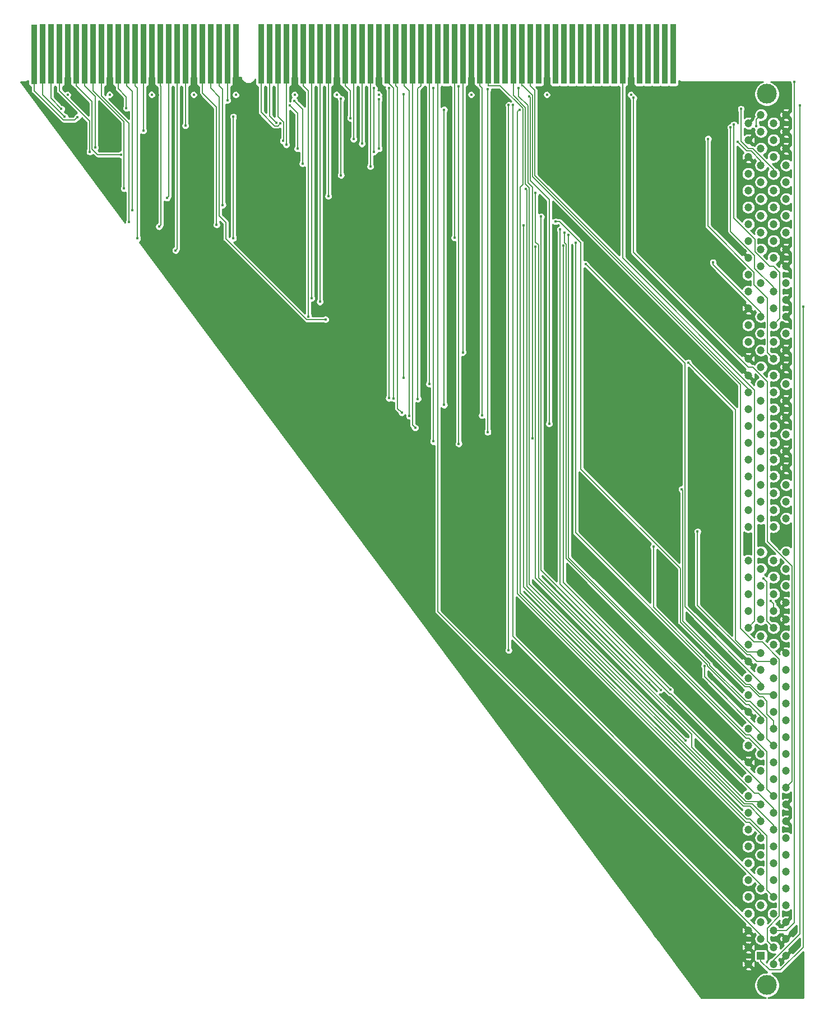
<source format=gbr>
%TF.GenerationSoftware,KiCad,Pcbnew,(5.1.6)-1*%
%TF.CreationDate,2023-02-01T13:27:26-05:00*%
%TF.ProjectId,A1200-adapter,41313230-302d-4616-9461-707465722e6b,rev?*%
%TF.SameCoordinates,Original*%
%TF.FileFunction,Copper,L1,Top*%
%TF.FilePolarity,Positive*%
%FSLAX46Y46*%
G04 Gerber Fmt 4.6, Leading zero omitted, Abs format (unit mm)*
G04 Created by KiCad (PCBNEW (5.1.6)-1) date 2023-02-01 13:27:26*
%MOMM*%
%LPD*%
G01*
G04 APERTURE LIST*
%TA.AperFunction,ComponentPad*%
%ADD10C,1.200000*%
%TD*%
%TA.AperFunction,ComponentPad*%
%ADD11R,1.200000X1.200000*%
%TD*%
%TA.AperFunction,ComponentPad*%
%ADD12C,3.000000*%
%TD*%
%TA.AperFunction,SMDPad,CuDef*%
%ADD13R,0.900000X9.000000*%
%TD*%
%TA.AperFunction,ViaPad*%
%ADD14C,0.400000*%
%TD*%
%TA.AperFunction,Conductor*%
%ADD15C,0.150000*%
%TD*%
%TA.AperFunction,Conductor*%
%ADD16C,0.400000*%
%TD*%
%TA.AperFunction,Conductor*%
%ADD17C,0.254000*%
%TD*%
G04 APERTURE END LIST*
D10*
%TO.P,CON1,103*%
%TO.N,+5V*%
X161173000Y-104135000D03*
%TO.P,CON1,101*%
%TO.N,N/C*%
X157363000Y-104135000D03*
%TO.P,CON1,104*%
X159268000Y-105405000D03*
%TO.P,CON1,102*%
%TO.N,+5V*%
X155458000Y-105405000D03*
%TO.P,CON1,106*%
X155458000Y-102865000D03*
%TO.P,CON1,108*%
%TO.N,/RMC*%
X159268000Y-102865000D03*
%TO.P,CON1,105*%
%TO.N,/BG*%
X157363000Y-101595000D03*
%TO.P,CON1,107*%
%TO.N,+5V*%
X161173000Y-101595000D03*
%TO.P,CON1,115*%
%TO.N,GND*%
X161173000Y-96515000D03*
%TO.P,CON1,113*%
%TO.N,N/C*%
X157363000Y-96515000D03*
%TO.P,CON1,116*%
X159268000Y-97785000D03*
%TO.P,CON1,114*%
X155458000Y-97785000D03*
%TO.P,CON1,110*%
X155458000Y-100325000D03*
%TO.P,CON1,112*%
X159268000Y-100325000D03*
%TO.P,CON1,109*%
%TO.N,/RST*%
X157363000Y-99055000D03*
%TO.P,CON1,111*%
%TO.N,N/C*%
X161173000Y-99055000D03*
%TO.P,CON1,127*%
%TO.N,GND*%
X161173000Y-88895000D03*
%TO.P,CON1,125*%
%TO.N,/FC2*%
X157363000Y-88895000D03*
%TO.P,CON1,128*%
%TO.N,/IPL2*%
X159268000Y-90165000D03*
%TO.P,CON1,126*%
%TO.N,N/C*%
X155458000Y-90165000D03*
%TO.P,CON1,130*%
%TO.N,GND*%
X155458000Y-87625000D03*
%TO.P,CON1,132*%
%TO.N,N/C*%
X159268000Y-87625000D03*
%TO.P,CON1,129*%
%TO.N,/SIZ1*%
X157363000Y-86355000D03*
%TO.P,CON1,131*%
%TO.N,GND*%
X161173000Y-86355000D03*
%TO.P,CON1,123*%
%TO.N,N/C*%
X161173000Y-91435000D03*
%TO.P,CON1,121*%
%TO.N,/SIZ0*%
X157363000Y-91435000D03*
%TO.P,CON1,124*%
%TO.N,/IPL1*%
X159268000Y-92705000D03*
%TO.P,CON1,122*%
%TO.N,N/C*%
X155458000Y-92705000D03*
%TO.P,CON1,118*%
%TO.N,GND*%
X155458000Y-95245000D03*
%TO.P,CON1,120*%
%TO.N,/IPL0*%
X159268000Y-95245000D03*
%TO.P,CON1,117*%
%TO.N,/RESET*%
X157363000Y-93975000D03*
%TO.P,CON1,119*%
%TO.N,GND*%
X161173000Y-93975000D03*
%TO.P,CON1,151*%
X161173000Y-73655000D03*
%TO.P,CON1,149*%
%TO.N,/D28*%
X157363000Y-73655000D03*
%TO.P,CON1,152*%
%TO.N,/D12*%
X159268000Y-74925000D03*
%TO.P,CON1,150*%
%TO.N,N/C*%
X155458000Y-74925000D03*
%TO.P,CON1,154*%
%TO.N,GND*%
X155458000Y-72385000D03*
%TO.P,CON1,156*%
%TO.N,/D11*%
X159268000Y-72385000D03*
%TO.P,CON1,153*%
%TO.N,/D27*%
X157363000Y-71115000D03*
%TO.P,CON1,155*%
%TO.N,GND*%
X161173000Y-71115000D03*
%TO.P,CON1,163*%
X161173000Y-66035000D03*
%TO.P,CON1,161*%
%TO.N,/D25*%
X157363000Y-66035000D03*
%TO.P,CON1,164*%
%TO.N,/D9*%
X159268000Y-67305000D03*
%TO.P,CON1,162*%
%TO.N,N/C*%
X155458000Y-67305000D03*
%TO.P,CON1,158*%
X155458000Y-69845000D03*
%TO.P,CON1,160*%
%TO.N,/D10*%
X159268000Y-69845000D03*
%TO.P,CON1,157*%
%TO.N,/D26*%
X157363000Y-68575000D03*
%TO.P,CON1,159*%
%TO.N,N/C*%
X161173000Y-68575000D03*
%TO.P,CON1,143*%
%TO.N,GND*%
X161173000Y-78735000D03*
%TO.P,CON1,141*%
%TO.N,/D30*%
X157363000Y-78735000D03*
%TO.P,CON1,144*%
%TO.N,/D14*%
X159268000Y-80005000D03*
%TO.P,CON1,142*%
%TO.N,GND*%
X155458000Y-80005000D03*
%TO.P,CON1,146*%
%TO.N,N/C*%
X155458000Y-77465000D03*
%TO.P,CON1,148*%
%TO.N,/D13*%
X159268000Y-77465000D03*
%TO.P,CON1,145*%
%TO.N,/D29*%
X157363000Y-76195000D03*
%TO.P,CON1,147*%
%TO.N,N/C*%
X161173000Y-76195000D03*
%TO.P,CON1,139*%
%TO.N,GND*%
X161173000Y-81275000D03*
%TO.P,CON1,137*%
%TO.N,/D31*%
X157363000Y-81275000D03*
%TO.P,CON1,140*%
%TO.N,/D15*%
X159268000Y-82545000D03*
%TO.P,CON1,138*%
%TO.N,GND*%
X155458000Y-82545000D03*
%TO.P,CON1,134*%
%TO.N,/FPUCS*%
X155458000Y-85085000D03*
%TO.P,CON1,136*%
%TO.N,/OCS*%
X159268000Y-85085000D03*
%TO.P,CON1,133*%
%TO.N,/AS*%
X157363000Y-83815000D03*
%TO.P,CON1,135*%
%TO.N,/CPUCLK*%
X161173000Y-83815000D03*
%TO.P,CON1,171*%
%TO.N,N/C*%
X161173000Y-60955000D03*
%TO.P,CON1,169*%
%TO.N,/D16*%
X157363000Y-60955000D03*
%TO.P,CON1,172*%
%TO.N,/D0*%
X159268000Y-62225000D03*
%TO.P,CON1,170*%
%TO.N,N/C*%
X155458000Y-62225000D03*
%TO.P,CON1,174*%
%TO.N,+5V*%
X155458000Y-59685000D03*
%TO.P,CON1,176*%
%TO.N,/D1*%
X159268000Y-59685000D03*
%TO.P,CON1,173*%
%TO.N,/D17*%
X157363000Y-58415000D03*
%TO.P,CON1,175*%
%TO.N,+5V*%
X161173000Y-58415000D03*
%TO.P,CON1,183*%
X161173000Y-53335000D03*
%TO.P,CON1,181*%
%TO.N,/D19*%
X157363000Y-53335000D03*
%TO.P,CON1,184*%
%TO.N,/D3*%
X159268000Y-54605000D03*
%TO.P,CON1,182*%
%TO.N,+5V*%
X155458000Y-54605000D03*
%TO.P,CON1,178*%
X155458000Y-57145000D03*
%TO.P,CON1,180*%
%TO.N,/D2*%
X159268000Y-57145000D03*
%TO.P,CON1,177*%
%TO.N,/D18*%
X157363000Y-55875000D03*
%TO.P,CON1,179*%
%TO.N,+5V*%
X161173000Y-55875000D03*
%TO.P,CON1,195*%
%TO.N,GND*%
X161173000Y-45715000D03*
%TO.P,CON1,193*%
%TO.N,/D22*%
X157363000Y-45715000D03*
%TO.P,CON1,196*%
%TO.N,/D6*%
X159268000Y-46985000D03*
%TO.P,CON1,194*%
%TO.N,GND*%
X155458000Y-46985000D03*
%TO.P,CON1,198*%
X155458000Y-44445000D03*
%TO.P,CON1,200*%
%TO.N,/D7*%
X159268000Y-44445000D03*
%TO.P,CON1,197*%
%TO.N,/D23*%
X157363000Y-43175000D03*
%TO.P,CON1,199*%
%TO.N,GND*%
X161173000Y-43175000D03*
%TO.P,CON1,191*%
X161173000Y-48255000D03*
%TO.P,CON1,189*%
%TO.N,/D21*%
X157363000Y-48255000D03*
%TO.P,CON1,192*%
%TO.N,/D5*%
X159268000Y-49525000D03*
%TO.P,CON1,190*%
%TO.N,GND*%
X155458000Y-49525000D03*
%TO.P,CON1,186*%
%TO.N,+5V*%
X155458000Y-52065000D03*
%TO.P,CON1,188*%
%TO.N,/D4*%
X159268000Y-52065000D03*
%TO.P,CON1,185*%
%TO.N,/D20*%
X157363000Y-50795000D03*
%TO.P,CON1,187*%
%TO.N,+5V*%
X161173000Y-50795000D03*
%TO.P,CON1,167*%
%TO.N,GND*%
X161173000Y-63495000D03*
%TO.P,CON1,165*%
%TO.N,/D24*%
X157363000Y-63495000D03*
%TO.P,CON1,168*%
%TO.N,/D8*%
X159268000Y-64765000D03*
%TO.P,CON1,166*%
%TO.N,GND*%
X155458000Y-64765000D03*
%TO.P,CON1,66*%
%TO.N,N/C*%
X155458000Y-130805000D03*
%TO.P,CON1,68*%
%TO.N,/A24*%
X159268000Y-130805000D03*
%TO.P,CON1,65*%
%TO.N,/A16*%
X157363000Y-129535000D03*
%TO.P,CON1,67*%
%TO.N,N/C*%
X161173000Y-129535000D03*
%TO.P,CON1,87*%
%TO.N,GND*%
X161173000Y-116835000D03*
%TO.P,CON1,85*%
%TO.N,/A21*%
X157363000Y-116835000D03*
%TO.P,CON1,88*%
%TO.N,/A29*%
X159268000Y-118105000D03*
%TO.P,CON1,86*%
%TO.N,GND*%
X155458000Y-118105000D03*
%TO.P,CON1,90*%
%TO.N,N/C*%
X155458000Y-115565000D03*
%TO.P,CON1,92*%
%TO.N,/A30*%
X159268000Y-115565000D03*
%TO.P,CON1,89*%
%TO.N,/A22*%
X157363000Y-114295000D03*
%TO.P,CON1,91*%
%TO.N,/DSACK0*%
X161173000Y-114295000D03*
%TO.P,CON1,99*%
%TO.N,+5V*%
X161173000Y-109215000D03*
%TO.P,CON1,97*%
%TO.N,/DS*%
X157363000Y-109215000D03*
%TO.P,CON1,100*%
%TO.N,/ECS*%
X159268000Y-110485000D03*
%TO.P,CON1,98*%
%TO.N,+5V*%
X155458000Y-110485000D03*
%TO.P,CON1,94*%
X155458000Y-113025000D03*
%TO.P,CON1,96*%
%TO.N,/A31*%
X159268000Y-113025000D03*
%TO.P,CON1,93*%
%TO.N,/A23*%
X157363000Y-111755000D03*
%TO.P,CON1,95*%
%TO.N,+5V*%
X161173000Y-111755000D03*
%TO.P,CON1,79*%
%TO.N,N/C*%
X161173000Y-121915000D03*
%TO.P,CON1,77*%
%TO.N,/A19*%
X157363000Y-121915000D03*
%TO.P,CON1,80*%
%TO.N,/A27*%
X159268000Y-123185000D03*
%TO.P,CON1,78*%
%TO.N,N/C*%
X155458000Y-123185000D03*
%TO.P,CON1,82*%
%TO.N,/INT2*%
X155458000Y-120645000D03*
%TO.P,CON1,84*%
%TO.N,/A28*%
X159268000Y-120645000D03*
%TO.P,CON1,81*%
%TO.N,/A20*%
X157363000Y-119375000D03*
%TO.P,CON1,83*%
%TO.N,GND*%
X161173000Y-119375000D03*
%TO.P,CON1,75*%
X161173000Y-124455000D03*
%TO.P,CON1,73*%
%TO.N,/A18*%
X157363000Y-124455000D03*
%TO.P,CON1,76*%
%TO.N,/A26*%
X159268000Y-125725000D03*
%TO.P,CON1,74*%
%TO.N,GND*%
X155458000Y-125725000D03*
%TO.P,CON1,70*%
%TO.N,N/C*%
X155458000Y-128265000D03*
%TO.P,CON1,72*%
%TO.N,/A25*%
X159268000Y-128265000D03*
%TO.P,CON1,69*%
%TO.N,/A17*%
X157363000Y-126995000D03*
%TO.P,CON1,71*%
%TO.N,GND*%
X161173000Y-126995000D03*
%TO.P,CON1,35*%
X161173000Y-149855000D03*
%TO.P,CON1,33*%
%TO.N,/A8*%
X157363000Y-149855000D03*
%TO.P,CON1,36*%
%TO.N,/A0*%
X159268000Y-151125000D03*
%TO.P,CON1,34*%
%TO.N,N/C*%
X155458000Y-151125000D03*
%TO.P,CON1,38*%
%TO.N,GND*%
X155458000Y-148585000D03*
%TO.P,CON1,40*%
%TO.N,/A1*%
X159268000Y-148585000D03*
%TO.P,CON1,37*%
%TO.N,/A9*%
X157363000Y-147315000D03*
%TO.P,CON1,39*%
%TO.N,GND*%
X161173000Y-147315000D03*
%TO.P,CON1,47*%
X161173000Y-142235000D03*
%TO.P,CON1,45*%
%TO.N,/A11*%
X157363000Y-142235000D03*
%TO.P,CON1,48*%
%TO.N,/A3*%
X159268000Y-143505000D03*
%TO.P,CON1,46*%
%TO.N,N/C*%
X155458000Y-143505000D03*
%TO.P,CON1,42*%
X155458000Y-146045000D03*
%TO.P,CON1,44*%
%TO.N,/A2*%
X159268000Y-146045000D03*
%TO.P,CON1,41*%
%TO.N,/A10*%
X157363000Y-144775000D03*
%TO.P,CON1,43*%
%TO.N,/INT6*%
X161173000Y-144775000D03*
%TO.P,CON1,59*%
%TO.N,GND*%
X161173000Y-134615000D03*
%TO.P,CON1,57*%
%TO.N,/A14*%
X157363000Y-134615000D03*
%TO.P,CON1,60*%
%TO.N,/A6*%
X159268000Y-135885000D03*
%TO.P,CON1,58*%
%TO.N,N/C*%
X155458000Y-135885000D03*
%TO.P,CON1,62*%
%TO.N,GND*%
X155458000Y-133345000D03*
%TO.P,CON1,64*%
%TO.N,/A7*%
X159268000Y-133345000D03*
%TO.P,CON1,61*%
%TO.N,/A15*%
X157363000Y-132075000D03*
%TO.P,CON1,63*%
%TO.N,GND*%
X161173000Y-132075000D03*
%TO.P,CON1,55*%
%TO.N,N/C*%
X161173000Y-137155000D03*
%TO.P,CON1,53*%
%TO.N,/A13*%
X157363000Y-137155000D03*
%TO.P,CON1,56*%
%TO.N,/A5*%
X159268000Y-138425000D03*
%TO.P,CON1,54*%
%TO.N,N/C*%
X155458000Y-138425000D03*
%TO.P,CON1,50*%
%TO.N,GND*%
X155458000Y-140965000D03*
%TO.P,CON1,52*%
%TO.N,/A4*%
X159268000Y-140965000D03*
%TO.P,CON1,49*%
%TO.N,/A12*%
X157363000Y-139695000D03*
%TO.P,CON1,51*%
%TO.N,GND*%
X161173000Y-139695000D03*
%TO.P,CON1,19*%
%TO.N,+5V*%
X161173000Y-160015000D03*
%TO.P,CON1,17*%
%TO.N,/BOSS*%
X157363000Y-160015000D03*
%TO.P,CON1,20*%
%TO.N,/FC0*%
X159268000Y-161285000D03*
%TO.P,CON1,18*%
%TO.N,+5V*%
X155458000Y-161285000D03*
%TO.P,CON1,22*%
X155458000Y-158745000D03*
%TO.P,CON1,24*%
%TO.N,/FC1*%
X159268000Y-158745000D03*
%TO.P,CON1,21*%
%TO.N,N/C*%
X157363000Y-157475000D03*
%TO.P,CON1,23*%
%TO.N,+5V*%
X161173000Y-157475000D03*
%TO.P,CON1,31*%
%TO.N,N/C*%
X161173000Y-152395000D03*
%TO.P,CON1,29*%
%TO.N,/BERR*%
X157363000Y-152395000D03*
%TO.P,CON1,32*%
%TO.N,N/C*%
X159268000Y-153665000D03*
%TO.P,CON1,30*%
X155458000Y-153665000D03*
%TO.P,CON1,26*%
%TO.N,+5V*%
X155458000Y-156205000D03*
%TO.P,CON1,28*%
%TO.N,N/C*%
X159268000Y-156205000D03*
%TO.P,CON1,25*%
%TO.N,/BR*%
X157363000Y-154935000D03*
%TO.P,CON1,27*%
%TO.N,+5V*%
X161173000Y-154935000D03*
%TO.P,CON1,11*%
%TO.N,GND*%
X161173000Y-165095000D03*
%TO.P,CON1,9*%
%TO.N,N/C*%
X157363000Y-165095000D03*
%TO.P,CON1,12*%
%TO.N,/AVEC*%
X159268000Y-166365000D03*
%TO.P,CON1,10*%
%TO.N,GND*%
X155458000Y-166365000D03*
%TO.P,CON1,14*%
%TO.N,+5V*%
X155458000Y-163825000D03*
%TO.P,CON1,16*%
%TO.N,N/C*%
X159268000Y-163825000D03*
%TO.P,CON1,13*%
X157363000Y-162555000D03*
%TO.P,CON1,15*%
%TO.N,+5V*%
X161173000Y-162555000D03*
%TO.P,CON1,7*%
%TO.N,GND*%
X161173000Y-167635000D03*
%TO.P,CON1,5*%
%TO.N,/RW*%
X157363000Y-167635000D03*
%TO.P,CON1,8*%
%TO.N,/BGACK*%
X159268000Y-168905000D03*
%TO.P,CON1,6*%
%TO.N,GND*%
X155458000Y-168905000D03*
%TO.P,CON1,2*%
X155458000Y-171445000D03*
%TO.P,CON1,4*%
%TO.N,/HLT*%
X159268000Y-171445000D03*
D11*
%TO.P,CON1,1*%
%TO.N,/DSACK1*%
X157363000Y-170175000D03*
D10*
%TO.P,CON1,3*%
%TO.N,GND*%
X161173000Y-170175000D03*
D12*
%TO.P,CON1,*%
%TO.N,*%
X158252000Y-40000000D03*
X158252000Y-174620000D03*
%TD*%
D13*
%TO.P,CON2,37*%
%TO.N,/A1*%
X70436700Y-34005500D03*
%TO.P,CON2,23*%
%TO.N,/A13*%
X61546700Y-34005500D03*
%TO.P,CON2,9*%
%TO.N,GND*%
X52656700Y-34005500D03*
%TO.P,CON2,31*%
%TO.N,/A7*%
X66626700Y-34005500D03*
%TO.P,CON2,21*%
%TO.N,/A15*%
X60276700Y-34005500D03*
%TO.P,CON2,13*%
%TO.N,/A21*%
X55196700Y-34005500D03*
%TO.P,CON2,39*%
%TO.N,GND*%
X71706700Y-34005500D03*
%TO.P,CON2,49*%
X78056700Y-34005500D03*
%TO.P,CON2,3*%
%TO.N,/A29*%
X48846700Y-34005500D03*
%TO.P,CON2,15*%
%TO.N,/A19*%
X56466700Y-34005500D03*
%TO.P,CON2,43*%
%TO.N,/D29*%
X74246700Y-34005500D03*
%TO.P,CON2,29*%
%TO.N,GND*%
X65356700Y-34005500D03*
%TO.P,CON2,11*%
%TO.N,/A23*%
X53926700Y-34005500D03*
%TO.P,CON2,35*%
%TO.N,/A3*%
X69166700Y-34005500D03*
%TO.P,CON2,25*%
%TO.N,/A11*%
X62816700Y-34005500D03*
%TO.P,CON2,5*%
%TO.N,/A27*%
X50116700Y-34005500D03*
%TO.P,CON2,7*%
%TO.N,/A25*%
X51386700Y-34005500D03*
%TO.P,CON2,47*%
%TO.N,/D25*%
X76786700Y-34005500D03*
%TO.P,CON2,45*%
%TO.N,/D27*%
X75516700Y-34005500D03*
%TO.P,CON2,41*%
%TO.N,/D31*%
X72976700Y-34005500D03*
%TO.P,CON2,33*%
%TO.N,/A5*%
X67896700Y-34005500D03*
%TO.P,CON2,27*%
%TO.N,/A9*%
X64086700Y-34005500D03*
%TO.P,CON2,19*%
%TO.N,GND*%
X59006700Y-34005500D03*
%TO.P,CON2,17*%
%TO.N,/A17*%
X57736700Y-34005500D03*
%TO.P,CON2,129*%
%TO.N,N/C*%
X131396700Y-34005500D03*
%TO.P,CON2,141*%
X139016700Y-34005500D03*
%TO.P,CON2,127*%
X130126700Y-34005500D03*
%TO.P,CON2,131*%
X132666700Y-34005500D03*
%TO.P,CON2,143*%
X140286700Y-34005500D03*
%TO.P,CON2,135*%
X135206700Y-34005500D03*
%TO.P,CON2,137*%
%TO.N,/INT2*%
X136476700Y-34005500D03*
%TO.P,CON2,147*%
%TO.N,N/C*%
X142826700Y-34005500D03*
%TO.P,CON2,133*%
X133936700Y-34005500D03*
%TO.P,CON2,145*%
X141556700Y-34005500D03*
%TO.P,CON2,149*%
X144096700Y-34005500D03*
%TO.P,CON2,139*%
%TO.N,GND*%
X137746700Y-34005500D03*
%TO.P,CON2,87*%
%TO.N,/ECS*%
X104726700Y-34005500D03*
%TO.P,CON2,55*%
%TO.N,/D19*%
X84406700Y-34005500D03*
%TO.P,CON2,91*%
%TO.N,/AS*%
X107266700Y-34005500D03*
%TO.P,CON2,71*%
%TO.N,/D7*%
X94566700Y-34005500D03*
%TO.P,CON2,109*%
%TO.N,N/C*%
X118696700Y-34005500D03*
%TO.P,CON2,77*%
%TO.N,/D1*%
X98376700Y-34005500D03*
%TO.P,CON2,93*%
%TO.N,/RW*%
X108536700Y-34005500D03*
%TO.P,CON2,83*%
%TO.N,/IPL0*%
X102186700Y-34005500D03*
%TO.P,CON2,79*%
%TO.N,GND*%
X99646700Y-34005500D03*
%TO.P,CON2,65*%
%TO.N,/D11*%
X90756700Y-34005500D03*
%TO.P,CON2,73*%
%TO.N,/D5*%
X95836700Y-34005500D03*
%TO.P,CON2,95*%
%TO.N,N/C*%
X109806700Y-34005500D03*
%TO.P,CON2,107*%
X117426700Y-34005500D03*
%TO.P,CON2,69*%
%TO.N,GND*%
X93296700Y-34005500D03*
%TO.P,CON2,81*%
%TO.N,/IPL2*%
X100916700Y-34005500D03*
%TO.P,CON2,123*%
%TO.N,N/C*%
X127586700Y-34005500D03*
%TO.P,CON2,85*%
%TO.N,/RST*%
X103456700Y-34005500D03*
%TO.P,CON2,115*%
%TO.N,/FPUCS*%
X122506700Y-34005500D03*
%TO.P,CON2,61*%
%TO.N,/D15*%
X88216700Y-34005500D03*
%TO.P,CON2,75*%
%TO.N,/D3*%
X97106700Y-34005500D03*
%TO.P,CON2,97*%
%TO.N,/DSACK1*%
X111076700Y-34005500D03*
%TO.P,CON2,111*%
%TO.N,/BR*%
X119966700Y-34005500D03*
%TO.P,CON2,103*%
%TO.N,/FC2*%
X114886700Y-34005500D03*
%TO.P,CON2,67*%
%TO.N,/D9*%
X92026700Y-34005500D03*
%TO.P,CON2,57*%
%TO.N,/D17*%
X85676700Y-34005500D03*
%TO.P,CON2,53*%
%TO.N,/D21*%
X83136700Y-34005500D03*
%TO.P,CON2,51*%
%TO.N,/D23*%
X81866700Y-34005500D03*
%TO.P,CON2,121*%
%TO.N,N/C*%
X126316700Y-34005500D03*
%TO.P,CON2,117*%
X123776700Y-34005500D03*
%TO.P,CON2,105*%
%TO.N,/FC0*%
X116156700Y-34005500D03*
%TO.P,CON2,89*%
%TO.N,/SIZ1*%
X105996700Y-34005500D03*
%TO.P,CON2,101*%
%TO.N,GND*%
X113616700Y-34005500D03*
%TO.P,CON2,59*%
X86946700Y-34005500D03*
%TO.P,CON2,63*%
%TO.N,/D13*%
X89486700Y-34005500D03*
%TO.P,CON2,99*%
%TO.N,/CPUCLK*%
X112346700Y-34005500D03*
%TO.P,CON2,125*%
%TO.N,N/C*%
X128856700Y-34005500D03*
%TO.P,CON2,119*%
%TO.N,GND*%
X125046700Y-34005500D03*
%TO.P,CON2,113*%
%TO.N,/BGACK*%
X121236700Y-34005500D03*
%TO.P,CON2,1*%
%TO.N,/A31*%
X47574160Y-34008040D03*
%TD*%
D14*
%TO.N,+5V*%
X52656700Y-40114200D03*
X59004200Y-40111700D03*
X65359300Y-40111700D03*
X71706700Y-40114200D03*
X78056700Y-40129500D03*
X86949300Y-40121800D03*
X99654400Y-40111700D03*
X93284000Y-40126900D03*
X113617000Y-40119300D03*
X125047000Y-40119300D03*
X137749000Y-40132000D03*
%TO.N,/RMC*%
X116092600Y-91107600D03*
X116092600Y-39257900D03*
%TO.N,/BG*%
X120774500Y-39140100D03*
X122841200Y-92018500D03*
%TO.N,GND*%
X94147600Y-40137100D03*
X53522900Y-40126900D03*
X59867800Y-40121800D03*
X66222900Y-40121800D03*
X72572900Y-40126900D03*
X78928000Y-40142200D03*
X87838300Y-40132000D03*
X125913000Y-40132000D03*
X114473000Y-40121800D03*
X100518000Y-40116800D03*
X141554000Y-40132000D03*
X138643000Y-40132000D03*
X141635480Y-73822560D03*
X136235440Y-73822560D03*
X132537200Y-103449120D03*
X142453360Y-110611920D03*
X125775720Y-97546160D03*
X53324760Y-47284640D03*
X58943240Y-43444160D03*
X51389280Y-41183560D03*
X143687800Y-141762480D03*
X145846800Y-124576840D03*
X147767040Y-137866120D03*
X144312640Y-132831840D03*
X152232360Y-125282960D03*
X145928080Y-136591040D03*
X144429480Y-138089640D03*
X140441680Y-128955800D03*
X162209480Y-174081440D03*
X133029960Y-56408320D03*
X147594320Y-69209920D03*
X132394960Y-69651880D03*
X86659720Y-43815000D03*
X82544920Y-42103040D03*
X83845400Y-42103040D03*
X117688360Y-40228520D03*
X72212200Y-42875200D03*
X110251240Y-91282520D03*
X100050600Y-82910680D03*
X98216720Y-79598520D03*
X96880680Y-77419200D03*
X150083520Y-97896680D03*
X146522440Y-130896360D03*
X141975840Y-120538240D03*
X143200120Y-115407440D03*
X143200120Y-113009680D03*
X114178080Y-87386160D03*
X98491040Y-57058560D03*
X64785240Y-60492640D03*
X151165560Y-65598040D03*
X150058120Y-67116960D03*
X155620720Y-106791760D03*
%TO.N,/FC2*%
X115240000Y-88572100D03*
%TO.N,/IPL2*%
X101886200Y-86022000D03*
%TO.N,/SIZ1*%
X105552000Y-86096200D03*
%TO.N,/SIZ0*%
X109508700Y-86997100D03*
X109508700Y-42393300D03*
%TO.N,/IPL1*%
X101163300Y-39118200D03*
X101163300Y-85971200D03*
%TO.N,/IPL0*%
X103119700Y-88175200D03*
%TO.N,/RESET*%
X125378000Y-89837500D03*
X122378800Y-40409000D03*
%TO.N,/D28*%
X150125800Y-65454000D03*
%TO.N,/D12*%
X153264800Y-44640100D03*
%TO.N,/D11*%
X90756700Y-71420400D03*
%TO.N,/D27*%
X76061500Y-56791300D03*
%TO.N,/D25*%
X76786700Y-40981400D03*
%TO.N,/D9*%
X92026700Y-55459100D03*
%TO.N,/D10*%
X152789600Y-45037800D03*
%TO.N,/D30*%
X77663300Y-61799100D03*
X77663300Y-43461000D03*
%TO.N,/D14*%
X149384400Y-46792700D03*
%TO.N,/D13*%
X89486700Y-70874600D03*
%TO.N,/D29*%
X91593800Y-74077900D03*
%TO.N,/D31*%
X75140500Y-59771400D03*
%TO.N,/D15*%
X88999300Y-73630300D03*
%TO.N,/OCS*%
X103418700Y-40082700D03*
X103418700Y-82914800D03*
%TO.N,/AS*%
X107266700Y-83815000D03*
%TO.N,/CPUCLK*%
X112346700Y-79051300D03*
%TO.N,/D16*%
X88142500Y-50542700D03*
X86882600Y-41056800D03*
%TO.N,/D0*%
X98949200Y-48748300D03*
X98949200Y-39162900D03*
%TO.N,/D1*%
X98376700Y-50970100D03*
%TO.N,/D17*%
X85676700Y-47708000D03*
%TO.N,/D19*%
X85185000Y-47085200D03*
%TO.N,/D3*%
X97106700Y-47551100D03*
%TO.N,/D2*%
X99671100Y-48273200D03*
X99671100Y-40792700D03*
%TO.N,/D18*%
X87353800Y-48273000D03*
X86194400Y-41781200D03*
%TO.N,/D7*%
X95345500Y-43668600D03*
%TO.N,/D23*%
X156681700Y-44862400D03*
X84763200Y-44490700D03*
%TO.N,/D21*%
X84144000Y-44366700D03*
%TO.N,/D5*%
X95836700Y-46850900D03*
%TO.N,/D4*%
X154357300Y-42268000D03*
%TO.N,/D20*%
X153882200Y-47297100D03*
%TO.N,/D8*%
X93931700Y-52305000D03*
X93931700Y-40750200D03*
%TO.N,/A24*%
X145401400Y-99719400D03*
%TO.N,/A16*%
X130886300Y-65743900D03*
%TO.N,/A21*%
X56810800Y-48126300D03*
%TO.N,/A29*%
X158833900Y-116587200D03*
X52196800Y-43460000D03*
%TO.N,/DSACK0*%
X111711700Y-92863700D03*
X111711700Y-38890900D03*
%TO.N,/DS*%
X107875600Y-92506500D03*
X107875600Y-39142400D03*
%TO.N,/ECS*%
X105140400Y-90443500D03*
%TO.N,/A31*%
X54152500Y-43499300D03*
%TO.N,/A23*%
X60683700Y-49192900D03*
%TO.N,/A19*%
X61158900Y-54291900D03*
%TO.N,/A27*%
X51702100Y-42268300D03*
%TO.N,/A28*%
X157734600Y-113245900D03*
%TO.N,/A18*%
X146390200Y-80588600D03*
%TO.N,/A26*%
X147791300Y-106108000D03*
%TO.N,/A25*%
X55985600Y-48767700D03*
%TO.N,/A17*%
X61942300Y-59356000D03*
%TO.N,/A8*%
X121536000Y-59891500D03*
%TO.N,/A0*%
X121884600Y-54349800D03*
%TO.N,/A1*%
X123324200Y-54984000D03*
X70436700Y-44801900D03*
%TO.N,/A9*%
X123316300Y-63115200D03*
X64086700Y-45565800D03*
%TO.N,/A11*%
X63184000Y-61837700D03*
%TO.N,/A3*%
X68938800Y-63650600D03*
%TO.N,/A2*%
X128323900Y-61320800D03*
%TO.N,/A10*%
X127023600Y-60497500D03*
%TO.N,/INT6*%
X138123700Y-40607300D03*
%TO.N,/A14*%
X129385900Y-62464200D03*
%TO.N,/A6*%
X126340800Y-59285600D03*
%TO.N,/A7*%
X66454200Y-60056400D03*
%TO.N,/A15*%
X143673500Y-130017700D03*
X127498700Y-62939300D03*
X61511300Y-42181500D03*
%TO.N,/A13*%
X148835800Y-126419600D03*
X62417400Y-57552000D03*
%TO.N,/A5*%
X141129100Y-108405900D03*
X67650100Y-55730000D03*
%TO.N,/A4*%
X142229900Y-130022800D03*
X124159600Y-58551900D03*
%TO.N,/A12*%
X127736300Y-60997500D03*
%TO.N,/BOSS*%
X119923800Y-41693100D03*
%TO.N,/FC1*%
X119253200Y-124046500D03*
X119253200Y-41693100D03*
%TO.N,/BERR*%
X120933200Y-42393300D03*
%TO.N,/BR*%
X145999500Y-137695400D03*
%TO.N,/AVEC*%
X162414400Y-38191300D03*
%TO.N,/HLT*%
X163250300Y-41792900D03*
%TO.N,/DSACK1*%
X111076700Y-61733100D03*
X163758200Y-72177000D03*
%TO.N,/RST*%
X104251200Y-88658900D03*
%TD*%
D15*
%TO.N,/RMC*%
X116092600Y-39257900D02*
X116092600Y-91107600D01*
%TO.N,/BG*%
X120774500Y-39140100D02*
X120774500Y-40413100D01*
X120774500Y-40413100D02*
X122151900Y-41790500D01*
X122151900Y-41790500D02*
X122151900Y-53449900D01*
X122151900Y-53449900D02*
X122841200Y-54139200D01*
X122841200Y-54139200D02*
X122841200Y-92018500D01*
%TO.N,GND*%
X137747000Y-36620400D02*
X137746700Y-36620100D01*
X137746700Y-36620100D02*
X137746700Y-34005500D01*
D16*
X137747000Y-36620400D02*
X137747000Y-39235400D01*
X137747000Y-39235400D02*
X138643000Y-40132000D01*
X137747000Y-34005500D02*
X137747000Y-36620400D01*
D15*
X113617000Y-36635700D02*
X113616700Y-36635400D01*
X113616700Y-36635400D02*
X113616700Y-34005500D01*
D16*
X113617000Y-36635700D02*
X113617000Y-39265900D01*
X113617000Y-39265900D02*
X114473000Y-40121800D01*
X113617000Y-34005500D02*
X113617000Y-36635700D01*
D15*
X125047000Y-36635700D02*
X125046700Y-36635400D01*
X125046700Y-36635400D02*
X125046700Y-34005500D01*
D16*
X125047000Y-36635700D02*
X125047000Y-39265900D01*
X125047000Y-39265900D02*
X125913000Y-40132000D01*
X125047000Y-34005500D02*
X125047000Y-36635700D01*
X93296700Y-34005500D02*
X93296700Y-39286200D01*
X93296700Y-39286200D02*
X94147600Y-40137100D01*
X52656700Y-34005500D02*
X52656700Y-39260800D01*
X52656700Y-39260800D02*
X53522900Y-40126900D01*
X59006700Y-34005500D02*
X59006700Y-39260800D01*
X59006700Y-39260800D02*
X59867800Y-40121800D01*
X65356700Y-34005500D02*
X65356700Y-39255700D01*
X65356700Y-39255700D02*
X66222900Y-40121800D01*
X71706700Y-34005500D02*
X71706700Y-39260800D01*
X71706700Y-39260800D02*
X72572900Y-40126900D01*
X78056700Y-34005500D02*
X78056700Y-39270900D01*
X78056700Y-39270900D02*
X78928000Y-40142200D01*
X86946700Y-34005500D02*
X86946700Y-39240500D01*
X86946700Y-39240500D02*
X87838300Y-40132000D01*
X99646700Y-34005500D02*
X99646700Y-39245500D01*
X99646700Y-39245500D02*
X100518000Y-40116800D01*
D15*
%TO.N,/FC2*%
X114886700Y-38780600D02*
X115240000Y-39133900D01*
X115240000Y-39133900D02*
X115240000Y-88572100D01*
X114886700Y-34005500D02*
X114886700Y-38780600D01*
%TO.N,/IPL2*%
X100916700Y-34005500D02*
X100916700Y-38166400D01*
X100916700Y-38166400D02*
X101886200Y-39135900D01*
X101886200Y-39135900D02*
X101886200Y-86022000D01*
%TO.N,/SIZ1*%
X105996700Y-38780600D02*
X105552000Y-39225300D01*
X105552000Y-39225300D02*
X105552000Y-86096200D01*
X105996700Y-34005500D02*
X105996700Y-38780600D01*
%TO.N,/SIZ0*%
X109508700Y-86997100D02*
X109508700Y-42393300D01*
%TO.N,/IPL1*%
X101163300Y-39118200D02*
X101163300Y-85971200D01*
%TO.N,/IPL0*%
X102186700Y-34005500D02*
X102186700Y-38780600D01*
X102186700Y-38780600D02*
X102466100Y-39060000D01*
X102466100Y-39060000D02*
X102466100Y-87521600D01*
X102466100Y-87521600D02*
X103119700Y-88175200D01*
%TO.N,/RESET*%
X122378800Y-40409000D02*
X122506700Y-40536900D01*
X122506700Y-40536900D02*
X122506700Y-53134300D01*
X122506700Y-53134300D02*
X125378000Y-56005600D01*
X125378000Y-56005600D02*
X125378000Y-89837500D01*
%TO.N,/D28*%
X157363000Y-73655000D02*
X157363000Y-73027200D01*
X157363000Y-73027200D02*
X150125800Y-65790000D01*
X150125800Y-65790000D02*
X150125800Y-65454000D01*
%TO.N,/D12*%
X153264800Y-58793900D02*
X153264800Y-44640100D01*
X156441500Y-63820600D02*
X156441500Y-61970600D01*
X160248600Y-73944400D02*
X160248600Y-66976900D01*
X159268000Y-74925000D02*
X160248600Y-73944400D01*
X156441500Y-61970600D02*
X153264800Y-58793900D01*
X160248600Y-66976900D02*
X159306700Y-66035000D01*
X159306700Y-66035000D02*
X158655900Y-66035000D01*
X158655900Y-66035000D02*
X156441500Y-63820600D01*
%TO.N,/D11*%
X90756700Y-71420400D02*
X90756700Y-34005500D01*
%TO.N,/D27*%
X75516700Y-38780600D02*
X76061500Y-39325400D01*
X76061500Y-39325400D02*
X76061500Y-56791300D01*
X75516700Y-34005500D02*
X75516700Y-38780600D01*
%TO.N,/D25*%
X76786700Y-34005500D02*
X76786700Y-40981400D01*
%TO.N,/D9*%
X92026700Y-34005500D02*
X92026700Y-55459100D01*
%TO.N,/D10*%
X159268000Y-69845000D02*
X159268000Y-69207600D01*
X159268000Y-69207600D02*
X156410500Y-66350100D01*
X156410500Y-66350100D02*
X156410500Y-64423700D01*
X156410500Y-64423700D02*
X152789600Y-60802800D01*
X152789600Y-60802800D02*
X152789600Y-45037800D01*
%TO.N,/D30*%
X77663300Y-43461000D02*
X77663300Y-61799100D01*
%TO.N,/D14*%
X159268000Y-80005000D02*
X158380500Y-79117500D01*
X158380500Y-79117500D02*
X158380500Y-70894600D01*
X158380500Y-70894600D02*
X156346500Y-68860600D01*
X156346500Y-68860600D02*
X156346500Y-66955600D01*
X156346500Y-66955600D02*
X149384400Y-59993500D01*
X149384400Y-59993500D02*
X149384400Y-46792700D01*
%TO.N,/D13*%
X89486700Y-70874600D02*
X89486700Y-34005500D01*
%TO.N,/D29*%
X74246700Y-34005500D02*
X74246700Y-39144400D01*
X74246700Y-39144400D02*
X75551600Y-40449300D01*
X75551600Y-40449300D02*
X75551600Y-58435700D01*
X75551600Y-58435700D02*
X76536700Y-59420800D01*
X76536700Y-59420800D02*
X76536700Y-61890300D01*
X76536700Y-61890300D02*
X88753500Y-74107100D01*
X88753500Y-74107100D02*
X91564600Y-74107100D01*
X91564600Y-74107100D02*
X91593800Y-74077900D01*
%TO.N,/D31*%
X72976700Y-34005500D02*
X72976700Y-39858600D01*
X72976700Y-39858600D02*
X75140500Y-42022400D01*
X75140500Y-42022400D02*
X75140500Y-59771400D01*
%TO.N,/D15*%
X88999300Y-73630300D02*
X88999300Y-39563200D01*
X88999300Y-39563200D02*
X88216700Y-38780600D01*
X88216700Y-34005500D02*
X88216700Y-38780600D01*
%TO.N,/FPUCS*%
X155458000Y-85085000D02*
X155458000Y-84589900D01*
X155458000Y-84589900D02*
X123206900Y-52338800D01*
X123206900Y-52338800D02*
X123206900Y-39480800D01*
X123206900Y-39480800D02*
X122506700Y-38780600D01*
X122506700Y-34005500D02*
X122506700Y-38780600D01*
%TO.N,/OCS*%
X103418700Y-40082700D02*
X103418700Y-82914800D01*
%TO.N,/AS*%
X107266700Y-34005500D02*
X107266700Y-83815000D01*
%TO.N,/CPUCLK*%
X112346700Y-34005500D02*
X112346700Y-79051300D01*
%TO.N,/D16*%
X86882600Y-41056800D02*
X88142500Y-42316700D01*
X88142500Y-42316700D02*
X88142500Y-50542700D01*
%TO.N,/D0*%
X98949200Y-39162900D02*
X98949200Y-48748300D01*
%TO.N,/D1*%
X98376700Y-50970100D02*
X98376700Y-34005500D01*
%TO.N,/D17*%
X85676700Y-34005500D02*
X85676700Y-47708000D01*
%TO.N,/D19*%
X84406700Y-34005500D02*
X84406700Y-43462300D01*
X84406700Y-43462300D02*
X85238300Y-44293900D01*
X85238300Y-44293900D02*
X85238300Y-47031900D01*
X85238300Y-47031900D02*
X85185000Y-47085200D01*
%TO.N,/D3*%
X97106700Y-34005500D02*
X97106700Y-47551100D01*
%TO.N,/D2*%
X99671100Y-40792700D02*
X99671100Y-48273200D01*
%TO.N,/D18*%
X86194400Y-41781200D02*
X87353800Y-42940600D01*
X87353800Y-42940600D02*
X87353800Y-48273000D01*
%TO.N,/D7*%
X94566700Y-38780600D02*
X95345500Y-39559400D01*
X95345500Y-39559400D02*
X95345500Y-43668600D01*
X94566700Y-34005500D02*
X94566700Y-38780600D01*
%TO.N,/D23*%
X81866700Y-34005500D02*
X81866700Y-42807100D01*
X81866700Y-42807100D02*
X83905400Y-44845800D01*
X83905400Y-44845800D02*
X84408100Y-44845800D01*
X84408100Y-44845800D02*
X84763200Y-44490700D01*
X156681700Y-44862400D02*
X156681700Y-43856300D01*
X156681700Y-43856300D02*
X157363000Y-43175000D01*
%TO.N,/D21*%
X83136700Y-34005500D02*
X83136700Y-43359400D01*
X83136700Y-43359400D02*
X84144000Y-44366700D01*
%TO.N,/D5*%
X95836700Y-34005500D02*
X95836700Y-46850900D01*
%TO.N,/D4*%
X159268000Y-52065000D02*
X159268000Y-51397700D01*
X159268000Y-51397700D02*
X156125300Y-48255000D01*
X156125300Y-48255000D02*
X155450500Y-48255000D01*
X155450500Y-48255000D02*
X154357300Y-47161800D01*
X154357300Y-47161800D02*
X154357300Y-42268000D01*
%TO.N,/D20*%
X157363000Y-50795000D02*
X157363000Y-50164200D01*
X157363000Y-50164200D02*
X155848600Y-48649800D01*
X155848600Y-48649800D02*
X155234900Y-48649800D01*
X155234900Y-48649800D02*
X153882200Y-47297100D01*
%TO.N,/D8*%
X93931700Y-40750200D02*
X93931700Y-52305000D01*
%TO.N,/A24*%
X145401400Y-99719400D02*
X145530200Y-99848200D01*
X145530200Y-99848200D02*
X145530200Y-119639300D01*
X145530200Y-119639300D02*
X155111400Y-129220500D01*
X155111400Y-129220500D02*
X155746300Y-129220500D01*
X155746300Y-129220500D02*
X157164200Y-130638400D01*
X157164200Y-130638400D02*
X159101400Y-130638400D01*
X159101400Y-130638400D02*
X159268000Y-130805000D01*
%TO.N,/A16*%
X157363000Y-129535000D02*
X157363000Y-128932100D01*
X157363000Y-128932100D02*
X145880300Y-117449400D01*
X145880300Y-117449400D02*
X145880300Y-80737900D01*
X145880300Y-80737900D02*
X130886300Y-65743900D01*
%TO.N,/A21*%
X55196700Y-38780600D02*
X56810800Y-40394700D01*
X56810800Y-40394700D02*
X56810800Y-48126300D01*
X55196700Y-34005500D02*
X55196700Y-38780600D01*
%TO.N,/A29*%
X48846700Y-34005500D02*
X48846700Y-40109900D01*
X48846700Y-40109900D02*
X52196800Y-43460000D01*
X158833900Y-116587200D02*
X159268000Y-117021300D01*
X159268000Y-117021300D02*
X159268000Y-118105000D01*
%TO.N,/DSACK0*%
X111711700Y-38890900D02*
X111711700Y-92863700D01*
%TO.N,/DS*%
X107875600Y-39142400D02*
X107875600Y-92506500D01*
%TO.N,/ECS*%
X104726700Y-38780600D02*
X104726700Y-90029800D01*
X104726700Y-90029800D02*
X105140400Y-90443500D01*
X104726700Y-34005500D02*
X104726700Y-38780600D01*
%TO.N,/A31*%
X47574200Y-38790900D02*
X47574200Y-39510200D01*
X47574200Y-39510200D02*
X51999200Y-43935200D01*
X51999200Y-43935200D02*
X53716600Y-43935200D01*
X53716600Y-43935200D02*
X54152500Y-43499300D01*
X47574200Y-34008100D02*
X47574200Y-38790900D01*
%TO.N,/A23*%
X53926700Y-38780600D02*
X56335700Y-41189600D01*
X56335700Y-41189600D02*
X56335700Y-48323100D01*
X56335700Y-48323100D02*
X57205400Y-49192800D01*
X57205400Y-49192800D02*
X60683700Y-49192800D01*
X60683700Y-49192800D02*
X60683700Y-49192900D01*
X53926700Y-34005500D02*
X53926700Y-38780600D01*
%TO.N,/A19*%
X56466700Y-34005500D02*
X56466700Y-39514600D01*
X56466700Y-39514600D02*
X61158900Y-44206800D01*
X61158900Y-44206800D02*
X61158900Y-54291900D01*
%TO.N,/A27*%
X50116700Y-34005500D02*
X50116700Y-40682900D01*
X50116700Y-40682900D02*
X51702100Y-42268300D01*
%TO.N,/INT2*%
X136476700Y-64801500D02*
X136476700Y-34005500D01*
X155458000Y-120645000D02*
X156418280Y-119684720D01*
X156418280Y-84743080D02*
X136476700Y-64801500D01*
X156418280Y-119684720D02*
X156418280Y-84743080D01*
%TO.N,/A28*%
X157734600Y-113245900D02*
X158238100Y-113749400D01*
X158238100Y-113749400D02*
X158238100Y-119615100D01*
X158238100Y-119615100D02*
X159268000Y-120645000D01*
%TO.N,/A18*%
X157363000Y-124455000D02*
X157180300Y-124272300D01*
X157180300Y-124272300D02*
X155275500Y-124272300D01*
X155275500Y-124272300D02*
X153543400Y-122540200D01*
X153543400Y-122540200D02*
X153543400Y-87741800D01*
X153543400Y-87741800D02*
X146390200Y-80588600D01*
%TO.N,/A26*%
X147791300Y-106108000D02*
X147791300Y-117283300D01*
X147791300Y-117283300D02*
X155254300Y-124746300D01*
X155254300Y-124746300D02*
X155749400Y-124746300D01*
X155749400Y-124746300D02*
X156728100Y-125725000D01*
X156728100Y-125725000D02*
X159268000Y-125725000D01*
%TO.N,/A25*%
X51386700Y-34005500D02*
X51386700Y-39537300D01*
X51386700Y-39537300D02*
X55985600Y-44136200D01*
X55985600Y-44136200D02*
X55985600Y-48767700D01*
%TO.N,/A17*%
X57736700Y-34005500D02*
X57736700Y-40289300D01*
X57736700Y-40289300D02*
X61942300Y-44494900D01*
X61942300Y-44494900D02*
X61942300Y-59356000D01*
%TO.N,/A8*%
X157363000Y-149855000D02*
X157363000Y-149249800D01*
X157363000Y-149249800D02*
X155736400Y-147623200D01*
X155736400Y-147623200D02*
X154691400Y-147623200D01*
X154691400Y-147623200D02*
X121536000Y-114467800D01*
X121536000Y-114467800D02*
X121536000Y-59891500D01*
%TO.N,/A0*%
X159268000Y-151125000D02*
X159268000Y-150457700D01*
X159268000Y-150457700D02*
X156083300Y-147273000D01*
X156083300Y-147273000D02*
X154888000Y-147273000D01*
X154888000Y-147273000D02*
X122015900Y-114400900D01*
X122015900Y-114400900D02*
X122015900Y-54481100D01*
X122015900Y-54481100D02*
X121884600Y-54349800D01*
%TO.N,/A1*%
X70436700Y-34005500D02*
X70436700Y-44801900D01*
X159268000Y-148585000D02*
X159268000Y-147923300D01*
X159268000Y-147923300D02*
X156994900Y-145650200D01*
X156994900Y-145650200D02*
X156360500Y-145650200D01*
X156360500Y-145650200D02*
X123809500Y-113099200D01*
X123809500Y-113099200D02*
X123809500Y-62873800D01*
X123809500Y-62873800D02*
X123324200Y-62388500D01*
X123324200Y-62388500D02*
X123324200Y-54984000D01*
%TO.N,/A9*%
X157363000Y-147315000D02*
X156968200Y-146920200D01*
X156968200Y-146920200D02*
X155095500Y-146920200D01*
X155095500Y-146920200D02*
X146895800Y-138720500D01*
X146895800Y-138720500D02*
X146895800Y-136740300D01*
X146895800Y-136740300D02*
X123316300Y-113160800D01*
X123316300Y-113160800D02*
X123316300Y-63115200D01*
X64086700Y-34005500D02*
X64086700Y-45565800D01*
%TO.N,/A11*%
X62816700Y-38780600D02*
X63184000Y-39147900D01*
X63184000Y-39147900D02*
X63184000Y-61837700D01*
X62816700Y-34005500D02*
X62816700Y-38780600D01*
%TO.N,/A3*%
X69166700Y-34005500D02*
X69166700Y-63422700D01*
X69166700Y-63422700D02*
X68938800Y-63650600D01*
%TO.N,/A2*%
X159268000Y-146045000D02*
X158251500Y-145028500D01*
X158251500Y-145028500D02*
X158251500Y-139345700D01*
X158251500Y-139345700D02*
X155746300Y-136840500D01*
X155746300Y-136840500D02*
X155111400Y-136840500D01*
X155111400Y-136840500D02*
X128323900Y-110053000D01*
X128323900Y-110053000D02*
X128323900Y-61320800D01*
%TO.N,/A10*%
X157363000Y-144775000D02*
X157363000Y-144172200D01*
X157363000Y-144172200D02*
X143814400Y-130623600D01*
X143814400Y-130623600D02*
X143607500Y-130623600D01*
X143607500Y-130623600D02*
X127023600Y-114039700D01*
X127023600Y-114039700D02*
X127023600Y-60497500D01*
%TO.N,/INT6*%
X138123700Y-63948300D02*
X138123700Y-40607300D01*
X155450400Y-81275000D02*
X138123700Y-63948300D01*
X156125300Y-81275000D02*
X155450400Y-81275000D01*
X162064200Y-143883800D02*
X162064200Y-111344000D01*
X161173000Y-144775000D02*
X162064200Y-143883800D01*
X162064200Y-111344000D02*
X158333440Y-107613240D01*
X158333440Y-83483140D02*
X156125300Y-81275000D01*
X158333440Y-107613240D02*
X158333440Y-83483140D01*
%TO.N,/A14*%
X157363000Y-134615000D02*
X157363000Y-134012100D01*
X157363000Y-134012100D02*
X155585400Y-132234500D01*
X155585400Y-132234500D02*
X155090300Y-132234500D01*
X155090300Y-132234500D02*
X149310900Y-126455100D01*
X149310900Y-126455100D02*
X149310900Y-126222800D01*
X149310900Y-126222800D02*
X129385900Y-106297800D01*
X129385900Y-106297800D02*
X129385900Y-62464200D01*
%TO.N,/A6*%
X159268000Y-135885000D02*
X159268000Y-134684800D01*
X159268000Y-134684800D02*
X158251500Y-133668300D01*
X158251500Y-133668300D02*
X158251500Y-131725700D01*
X158251500Y-131725700D02*
X157638200Y-131112400D01*
X157638200Y-131112400D02*
X157143000Y-131112400D01*
X157143000Y-131112400D02*
X155601200Y-129570600D01*
X155601200Y-129570600D02*
X154966300Y-129570600D01*
X154966300Y-129570600D02*
X145180100Y-119784400D01*
X145180100Y-119784400D02*
X145180100Y-111669300D01*
X145180100Y-111669300D02*
X130182400Y-96671600D01*
X130182400Y-96671600D02*
X130182400Y-62494700D01*
X130182400Y-62494700D02*
X126973400Y-59285700D01*
X126973400Y-59285700D02*
X126340800Y-59285700D01*
X126340800Y-59285700D02*
X126340800Y-59285600D01*
%TO.N,/A7*%
X66626700Y-38780600D02*
X66739500Y-38893400D01*
X66739500Y-38893400D02*
X66739500Y-59771100D01*
X66739500Y-59771100D02*
X66454200Y-60056400D01*
X66626700Y-34005500D02*
X66626700Y-38780600D01*
%TO.N,/A15*%
X127498700Y-62939300D02*
X127498700Y-113842900D01*
X127498700Y-113842900D02*
X143673500Y-130017700D01*
X60276700Y-34005500D02*
X60276700Y-39249200D01*
X60276700Y-39249200D02*
X61511300Y-40483800D01*
X61511300Y-40483800D02*
X61511300Y-42181500D01*
%TO.N,/A13*%
X61546700Y-34005500D02*
X61546700Y-38780600D01*
X61546700Y-38780600D02*
X62417400Y-39651300D01*
X62417400Y-39651300D02*
X62417400Y-57552000D01*
X148835800Y-126419600D02*
X148835800Y-128024900D01*
X148835800Y-128024900D02*
X157363000Y-136552100D01*
X157363000Y-136552100D02*
X157363000Y-137155000D01*
%TO.N,/A5*%
X67896700Y-34005500D02*
X67896700Y-55483400D01*
X67896700Y-55483400D02*
X67650100Y-55730000D01*
X159268000Y-138425000D02*
X158251500Y-137408500D01*
X158251500Y-137408500D02*
X158251500Y-134265700D01*
X158251500Y-134265700D02*
X155746300Y-131760500D01*
X155746300Y-131760500D02*
X155111400Y-131760500D01*
X155111400Y-131760500D02*
X149661000Y-126310100D01*
X149661000Y-126310100D02*
X149661000Y-126077700D01*
X149661000Y-126077700D02*
X141129100Y-117545800D01*
X141129100Y-117545800D02*
X141129100Y-108405900D01*
%TO.N,/A4*%
X142229900Y-130022800D02*
X124159600Y-111952500D01*
X124159600Y-111952500D02*
X124159600Y-58551900D01*
%TO.N,/A12*%
X157363000Y-139695000D02*
X157363000Y-139092100D01*
X157363000Y-139092100D02*
X155585400Y-137314500D01*
X155585400Y-137314500D02*
X155090300Y-137314500D01*
X155090300Y-137314500D02*
X127973800Y-110198000D01*
X127973800Y-110198000D02*
X127973800Y-62742400D01*
X127973800Y-62742400D02*
X127736300Y-62504900D01*
X127736300Y-62504900D02*
X127736300Y-60997500D01*
%TO.N,/BOSS*%
X157363000Y-160015000D02*
X157363000Y-159412100D01*
X157363000Y-159412100D02*
X119923800Y-121972900D01*
X119923800Y-121972900D02*
X119923800Y-41693100D01*
%TO.N,/FC0*%
X159268000Y-161285000D02*
X158251500Y-160268500D01*
X158251500Y-160268500D02*
X158251500Y-152045700D01*
X158251500Y-152045700D02*
X155746300Y-149540500D01*
X155746300Y-149540500D02*
X155175800Y-149540500D01*
X155175800Y-149540500D02*
X121012700Y-115377400D01*
X121012700Y-115377400D02*
X121012700Y-54112300D01*
X121012700Y-54112300D02*
X121429100Y-53695900D01*
X121429100Y-53695900D02*
X121429100Y-42217200D01*
X121429100Y-42217200D02*
X117992500Y-38780600D01*
X117992500Y-38780600D02*
X116156700Y-38780600D01*
X116156700Y-34005500D02*
X116156700Y-38780600D01*
%TO.N,/FC1*%
X119253200Y-124046500D02*
X119253200Y-41693100D01*
%TO.N,/BERR*%
X157363000Y-152395000D02*
X157363000Y-151727800D01*
X157363000Y-151727800D02*
X155649700Y-150014500D01*
X155649700Y-150014500D02*
X155154600Y-150014500D01*
X155154600Y-150014500D02*
X120603100Y-115463000D01*
X120603100Y-115463000D02*
X120603100Y-42723400D01*
X120603100Y-42723400D02*
X120933200Y-42393300D01*
%TO.N,/BR*%
X145999500Y-137695400D02*
X122366000Y-114061900D01*
X122366000Y-114061900D02*
X122366000Y-54159200D01*
X122366000Y-54159200D02*
X121801700Y-53594900D01*
X121801700Y-53594900D02*
X121801700Y-42094700D01*
X121801700Y-42094700D02*
X119966700Y-40259700D01*
X119966700Y-40259700D02*
X119966700Y-34005500D01*
%TO.N,/AVEC*%
X162414400Y-165215120D02*
X162414400Y-38191300D01*
X159268000Y-166365000D02*
X161264520Y-166365000D01*
X161264520Y-166365000D02*
X162414400Y-165215120D01*
%TO.N,/RW*%
X157363000Y-167635000D02*
X157363000Y-167032100D01*
X157363000Y-167032100D02*
X108536700Y-118205800D01*
X108536700Y-118205800D02*
X108536700Y-34005500D01*
%TO.N,/BGACK*%
X121236700Y-38780600D02*
X121236700Y-34005500D01*
X121422400Y-38780600D02*
X121236700Y-38780600D01*
X160143200Y-125362400D02*
X157571000Y-122790200D01*
X159268000Y-168905000D02*
X158318200Y-167955200D01*
X157571000Y-122790200D02*
X156301000Y-122790200D01*
X158318200Y-166017200D02*
X160143200Y-164192200D01*
X154292900Y-83920000D02*
X122856800Y-52483900D01*
X122856800Y-40215000D02*
X121422400Y-38780600D01*
X160143200Y-164192200D02*
X160143200Y-125362400D01*
X158318200Y-167955200D02*
X158318200Y-166017200D01*
X156301000Y-122790200D02*
X154292900Y-120782100D01*
X122856800Y-52483900D02*
X122856800Y-40215000D01*
X154292900Y-120782100D02*
X154292900Y-83920000D01*
%TO.N,/HLT*%
X159268000Y-171445000D02*
X159268000Y-170842200D01*
X159268000Y-170842200D02*
X163250300Y-166859900D01*
X163250300Y-166859900D02*
X163250300Y-41792900D01*
%TO.N,/DSACK1*%
X111076700Y-34005500D02*
X111076700Y-61733100D01*
X157363000Y-170175000D02*
X157363000Y-171050100D01*
X157363000Y-171050100D02*
X158650900Y-172338000D01*
X158650900Y-172338000D02*
X160314000Y-172338000D01*
X160314000Y-172338000D02*
X163758200Y-168893800D01*
X163758200Y-168893800D02*
X163758200Y-72177000D01*
%TO.N,/RST*%
X103456700Y-38780600D02*
X104251200Y-39575100D01*
X104251200Y-39575100D02*
X104251200Y-88658900D01*
X103456700Y-34005500D02*
X103456700Y-38780600D01*
%TD*%
D17*
%TO.N,GND*%
G36*
X163748841Y-176545360D02*
G01*
X158450038Y-176545360D01*
X158814085Y-176472947D01*
X159164777Y-176327685D01*
X159480391Y-176116799D01*
X159748799Y-175848391D01*
X159959685Y-175532777D01*
X160104947Y-175182085D01*
X160179000Y-174809793D01*
X160179000Y-174430207D01*
X160104947Y-174057915D01*
X159959685Y-173707223D01*
X159748799Y-173391609D01*
X159480391Y-173123201D01*
X159164777Y-172912315D01*
X158990194Y-172840000D01*
X160289357Y-172840000D01*
X160314000Y-172842427D01*
X160338643Y-172840000D01*
X160338653Y-172840000D01*
X160412409Y-172832736D01*
X160507036Y-172804031D01*
X160594245Y-172757417D01*
X160670684Y-172694684D01*
X160686402Y-172675532D01*
X163748841Y-169613094D01*
X163748841Y-176545360D01*
G37*
X163748841Y-176545360D02*
X158450038Y-176545360D01*
X158814085Y-176472947D01*
X159164777Y-176327685D01*
X159480391Y-176116799D01*
X159748799Y-175848391D01*
X159959685Y-175532777D01*
X160104947Y-175182085D01*
X160179000Y-174809793D01*
X160179000Y-174430207D01*
X160104947Y-174057915D01*
X159959685Y-173707223D01*
X159748799Y-173391609D01*
X159480391Y-173123201D01*
X159164777Y-172912315D01*
X158990194Y-172840000D01*
X160289357Y-172840000D01*
X160314000Y-172842427D01*
X160338643Y-172840000D01*
X160338653Y-172840000D01*
X160412409Y-172832736D01*
X160507036Y-172804031D01*
X160594245Y-172757417D01*
X160670684Y-172694684D01*
X160686402Y-172675532D01*
X163748841Y-169613094D01*
X163748841Y-176545360D01*
G36*
X65747634Y-38505500D02*
G01*
X65755878Y-38589207D01*
X65780295Y-38669696D01*
X65819945Y-38743876D01*
X65873305Y-38808895D01*
X65938324Y-38862255D01*
X66012504Y-38901905D01*
X66092993Y-38926322D01*
X66147960Y-38931735D01*
X66160670Y-38973636D01*
X66207284Y-39060845D01*
X66237500Y-39097663D01*
X66237501Y-59467500D01*
X66157204Y-59500760D01*
X66054511Y-59569377D01*
X65967177Y-59656711D01*
X65898560Y-59759404D01*
X65851295Y-59873511D01*
X65827200Y-59994646D01*
X65827200Y-60118154D01*
X65851295Y-60239289D01*
X65898560Y-60353396D01*
X65967177Y-60456089D01*
X66054511Y-60543423D01*
X66157204Y-60612040D01*
X66271311Y-60659305D01*
X66392446Y-60683400D01*
X66515954Y-60683400D01*
X66637089Y-60659305D01*
X66751196Y-60612040D01*
X66853889Y-60543423D01*
X66941223Y-60456089D01*
X67009840Y-60353396D01*
X67057105Y-60239289D01*
X67075941Y-60144593D01*
X67077032Y-60143502D01*
X67096184Y-60127784D01*
X67158917Y-60051345D01*
X67205531Y-59964136D01*
X67234236Y-59869509D01*
X67241500Y-59795753D01*
X67241500Y-59795744D01*
X67243927Y-59771101D01*
X67241500Y-59746458D01*
X67241500Y-56208112D01*
X67250411Y-56217023D01*
X67353104Y-56285640D01*
X67467211Y-56332905D01*
X67588346Y-56357000D01*
X67711854Y-56357000D01*
X67832989Y-56332905D01*
X67947096Y-56285640D01*
X68049789Y-56217023D01*
X68137123Y-56129689D01*
X68205740Y-56026996D01*
X68253005Y-55912889D01*
X68271998Y-55817403D01*
X68316117Y-55763645D01*
X68362731Y-55676436D01*
X68391436Y-55581809D01*
X68398700Y-55508053D01*
X68398700Y-55508044D01*
X68401127Y-55483401D01*
X68398700Y-55458758D01*
X68398700Y-38929445D01*
X68430407Y-38926322D01*
X68510896Y-38901905D01*
X68531700Y-38890785D01*
X68552504Y-38901905D01*
X68632993Y-38926322D01*
X68664700Y-38929445D01*
X68664701Y-63085476D01*
X68641804Y-63094960D01*
X68539111Y-63163577D01*
X68451777Y-63250911D01*
X68383160Y-63353604D01*
X68335895Y-63467711D01*
X68311800Y-63588846D01*
X68311800Y-63712354D01*
X68335895Y-63833489D01*
X68383160Y-63947596D01*
X68451777Y-64050289D01*
X68539111Y-64137623D01*
X68641804Y-64206240D01*
X68755911Y-64253505D01*
X68877046Y-64277600D01*
X69000554Y-64277600D01*
X69121689Y-64253505D01*
X69235796Y-64206240D01*
X69338489Y-64137623D01*
X69425823Y-64050289D01*
X69494440Y-63947596D01*
X69541705Y-63833489D01*
X69561771Y-63732610D01*
X69586117Y-63702945D01*
X69632731Y-63615736D01*
X69661436Y-63521109D01*
X69668700Y-63447353D01*
X69668700Y-63447344D01*
X69671127Y-63422701D01*
X69668700Y-63398058D01*
X69668700Y-38929445D01*
X69700407Y-38926322D01*
X69780896Y-38901905D01*
X69801700Y-38890785D01*
X69822504Y-38901905D01*
X69902993Y-38926322D01*
X69934700Y-38929445D01*
X69934701Y-44424624D01*
X69881060Y-44504904D01*
X69833795Y-44619011D01*
X69809700Y-44740146D01*
X69809700Y-44863654D01*
X69833795Y-44984789D01*
X69881060Y-45098896D01*
X69949677Y-45201589D01*
X70037011Y-45288923D01*
X70139704Y-45357540D01*
X70253811Y-45404805D01*
X70374946Y-45428900D01*
X70498454Y-45428900D01*
X70619589Y-45404805D01*
X70733696Y-45357540D01*
X70836389Y-45288923D01*
X70923723Y-45201589D01*
X70992340Y-45098896D01*
X71039605Y-44984789D01*
X71063700Y-44863654D01*
X71063700Y-44740146D01*
X71039605Y-44619011D01*
X70992340Y-44504904D01*
X70938700Y-44424626D01*
X70938700Y-40052446D01*
X71079700Y-40052446D01*
X71079700Y-40175954D01*
X71103795Y-40297089D01*
X71151060Y-40411196D01*
X71219677Y-40513889D01*
X71307011Y-40601223D01*
X71409704Y-40669840D01*
X71523811Y-40717105D01*
X71644946Y-40741200D01*
X71768454Y-40741200D01*
X71889589Y-40717105D01*
X72003696Y-40669840D01*
X72106389Y-40601223D01*
X72193723Y-40513889D01*
X72262340Y-40411196D01*
X72309605Y-40297089D01*
X72333700Y-40175954D01*
X72333700Y-40052446D01*
X72309605Y-39931311D01*
X72262340Y-39817204D01*
X72193723Y-39714511D01*
X72106389Y-39627177D01*
X72003696Y-39558560D01*
X71889589Y-39511295D01*
X71768454Y-39487200D01*
X71644946Y-39487200D01*
X71523811Y-39511295D01*
X71409704Y-39558560D01*
X71307011Y-39627177D01*
X71219677Y-39714511D01*
X71151060Y-39817204D01*
X71103795Y-39931311D01*
X71079700Y-40052446D01*
X70938700Y-40052446D01*
X70938700Y-38929445D01*
X70970407Y-38926322D01*
X71050896Y-38901905D01*
X71125076Y-38862255D01*
X71190095Y-38808895D01*
X71243455Y-38743876D01*
X71283105Y-38669696D01*
X71307522Y-38589207D01*
X71315766Y-38505500D01*
X71315766Y-37495480D01*
X72097634Y-37495480D01*
X72097634Y-38505500D01*
X72105878Y-38589207D01*
X72130295Y-38669696D01*
X72169945Y-38743876D01*
X72223305Y-38808895D01*
X72288324Y-38862255D01*
X72362504Y-38901905D01*
X72442993Y-38926322D01*
X72474701Y-38929445D01*
X72474701Y-39833947D01*
X72472273Y-39858600D01*
X72481965Y-39957009D01*
X72510670Y-40051636D01*
X72557284Y-40138845D01*
X72604301Y-40196135D01*
X72604304Y-40196138D01*
X72620017Y-40215284D01*
X72639163Y-40230997D01*
X74638500Y-42230335D01*
X74638501Y-59394124D01*
X74584860Y-59474404D01*
X74537595Y-59588511D01*
X74513500Y-59709646D01*
X74513500Y-59833154D01*
X74537595Y-59954289D01*
X74584860Y-60068396D01*
X74653477Y-60171089D01*
X74740811Y-60258423D01*
X74843504Y-60327040D01*
X74957611Y-60374305D01*
X75078746Y-60398400D01*
X75202254Y-60398400D01*
X75323389Y-60374305D01*
X75437496Y-60327040D01*
X75540189Y-60258423D01*
X75627523Y-60171089D01*
X75696140Y-60068396D01*
X75743405Y-59954289D01*
X75767500Y-59833154D01*
X75767500Y-59709646D01*
X75743405Y-59588511D01*
X75696140Y-59474404D01*
X75642500Y-59394126D01*
X75642500Y-59236535D01*
X76034700Y-59628736D01*
X76034701Y-61865647D01*
X76032273Y-61890300D01*
X76041965Y-61988709D01*
X76070670Y-62083336D01*
X76117284Y-62170545D01*
X76164301Y-62227835D01*
X76164302Y-62227836D01*
X76180017Y-62246984D01*
X76199163Y-62262697D01*
X88381103Y-74444638D01*
X88396816Y-74463784D01*
X88473255Y-74526517D01*
X88560464Y-74573131D01*
X88655091Y-74601836D01*
X88728847Y-74609100D01*
X88728856Y-74609100D01*
X88753499Y-74611527D01*
X88778142Y-74609100D01*
X91260227Y-74609100D01*
X91296804Y-74633540D01*
X91410911Y-74680805D01*
X91532046Y-74704900D01*
X91655554Y-74704900D01*
X91776689Y-74680805D01*
X91890796Y-74633540D01*
X91993489Y-74564923D01*
X92080823Y-74477589D01*
X92149440Y-74374896D01*
X92196705Y-74260789D01*
X92220800Y-74139654D01*
X92220800Y-74016146D01*
X92196705Y-73895011D01*
X92149440Y-73780904D01*
X92080823Y-73678211D01*
X91993489Y-73590877D01*
X91890796Y-73522260D01*
X91776689Y-73474995D01*
X91655554Y-73450900D01*
X91532046Y-73450900D01*
X91410911Y-73474995D01*
X91296804Y-73522260D01*
X91194111Y-73590877D01*
X91179888Y-73605100D01*
X89626300Y-73605100D01*
X89626300Y-73568546D01*
X89602205Y-73447411D01*
X89554940Y-73333304D01*
X89501300Y-73253026D01*
X89501300Y-71501600D01*
X89548454Y-71501600D01*
X89669589Y-71477505D01*
X89783696Y-71430240D01*
X89886389Y-71361623D01*
X89973723Y-71274289D01*
X90042340Y-71171596D01*
X90089605Y-71057489D01*
X90113700Y-70936354D01*
X90113700Y-70812846D01*
X90089605Y-70691711D01*
X90042340Y-70577604D01*
X89988700Y-70497326D01*
X89988700Y-38929445D01*
X90020407Y-38926322D01*
X90100896Y-38901905D01*
X90121700Y-38890785D01*
X90142504Y-38901905D01*
X90222993Y-38926322D01*
X90254701Y-38929445D01*
X90254700Y-71043126D01*
X90201060Y-71123404D01*
X90153795Y-71237511D01*
X90129700Y-71358646D01*
X90129700Y-71482154D01*
X90153795Y-71603289D01*
X90201060Y-71717396D01*
X90269677Y-71820089D01*
X90357011Y-71907423D01*
X90459704Y-71976040D01*
X90573811Y-72023305D01*
X90694946Y-72047400D01*
X90818454Y-72047400D01*
X90939589Y-72023305D01*
X91053696Y-71976040D01*
X91156389Y-71907423D01*
X91243723Y-71820089D01*
X91312340Y-71717396D01*
X91359605Y-71603289D01*
X91383700Y-71482154D01*
X91383700Y-71358646D01*
X91359605Y-71237511D01*
X91312340Y-71123404D01*
X91258700Y-71043126D01*
X91258700Y-38929445D01*
X91290407Y-38926322D01*
X91370896Y-38901905D01*
X91391700Y-38890785D01*
X91412504Y-38901905D01*
X91492993Y-38926322D01*
X91524700Y-38929445D01*
X91524701Y-55081824D01*
X91471060Y-55162104D01*
X91423795Y-55276211D01*
X91399700Y-55397346D01*
X91399700Y-55520854D01*
X91423795Y-55641989D01*
X91471060Y-55756096D01*
X91539677Y-55858789D01*
X91627011Y-55946123D01*
X91729704Y-56014740D01*
X91843811Y-56062005D01*
X91964946Y-56086100D01*
X92088454Y-56086100D01*
X92209589Y-56062005D01*
X92323696Y-56014740D01*
X92426389Y-55946123D01*
X92513723Y-55858789D01*
X92582340Y-55756096D01*
X92629605Y-55641989D01*
X92653700Y-55520854D01*
X92653700Y-55397346D01*
X92629605Y-55276211D01*
X92582340Y-55162104D01*
X92528700Y-55081826D01*
X92528700Y-40065146D01*
X92657000Y-40065146D01*
X92657000Y-40188654D01*
X92681095Y-40309789D01*
X92728360Y-40423896D01*
X92796977Y-40526589D01*
X92884311Y-40613923D01*
X92987004Y-40682540D01*
X93101111Y-40729805D01*
X93222246Y-40753900D01*
X93304700Y-40753900D01*
X93304700Y-40811954D01*
X93328795Y-40933089D01*
X93376060Y-41047196D01*
X93429700Y-41127474D01*
X93429701Y-51927724D01*
X93376060Y-52008004D01*
X93328795Y-52122111D01*
X93304700Y-52243246D01*
X93304700Y-52366754D01*
X93328795Y-52487889D01*
X93376060Y-52601996D01*
X93444677Y-52704689D01*
X93532011Y-52792023D01*
X93634704Y-52860640D01*
X93748811Y-52907905D01*
X93869946Y-52932000D01*
X93993454Y-52932000D01*
X94114589Y-52907905D01*
X94228696Y-52860640D01*
X94331389Y-52792023D01*
X94418723Y-52704689D01*
X94487340Y-52601996D01*
X94534605Y-52487889D01*
X94558700Y-52366754D01*
X94558700Y-52243246D01*
X94534605Y-52122111D01*
X94487340Y-52008004D01*
X94433700Y-51927726D01*
X94433700Y-41127474D01*
X94487340Y-41047196D01*
X94534605Y-40933089D01*
X94558700Y-40811954D01*
X94558700Y-40688446D01*
X94534605Y-40567311D01*
X94487340Y-40453204D01*
X94418723Y-40350511D01*
X94331389Y-40263177D01*
X94228696Y-40194560D01*
X94114589Y-40147295D01*
X93993454Y-40123200D01*
X93911000Y-40123200D01*
X93911000Y-40065146D01*
X93886905Y-39944011D01*
X93839640Y-39829904D01*
X93771023Y-39727211D01*
X93683689Y-39639877D01*
X93580996Y-39571260D01*
X93466889Y-39523995D01*
X93345754Y-39499900D01*
X93222246Y-39499900D01*
X93101111Y-39523995D01*
X92987004Y-39571260D01*
X92884311Y-39639877D01*
X92796977Y-39727211D01*
X92728360Y-39829904D01*
X92681095Y-39944011D01*
X92657000Y-40065146D01*
X92528700Y-40065146D01*
X92528700Y-38929445D01*
X92560407Y-38926322D01*
X92640896Y-38901905D01*
X92715076Y-38862255D01*
X92780095Y-38808895D01*
X92833455Y-38743876D01*
X92873105Y-38669696D01*
X92897522Y-38589207D01*
X92905766Y-38505500D01*
X92905766Y-37495480D01*
X93687634Y-37495480D01*
X93687634Y-38505500D01*
X93695878Y-38589207D01*
X93720295Y-38669696D01*
X93759945Y-38743876D01*
X93813305Y-38808895D01*
X93878324Y-38862255D01*
X93952504Y-38901905D01*
X94032993Y-38926322D01*
X94087960Y-38931735D01*
X94100670Y-38973636D01*
X94147284Y-39060845D01*
X94194301Y-39118135D01*
X94194302Y-39118136D01*
X94210017Y-39137284D01*
X94229163Y-39152997D01*
X94843500Y-39767335D01*
X94843501Y-43291324D01*
X94789860Y-43371604D01*
X94742595Y-43485711D01*
X94718500Y-43606846D01*
X94718500Y-43730354D01*
X94742595Y-43851489D01*
X94789860Y-43965596D01*
X94858477Y-44068289D01*
X94945811Y-44155623D01*
X95048504Y-44224240D01*
X95162611Y-44271505D01*
X95283746Y-44295600D01*
X95334701Y-44295600D01*
X95334701Y-46473624D01*
X95281060Y-46553904D01*
X95233795Y-46668011D01*
X95209700Y-46789146D01*
X95209700Y-46912654D01*
X95233795Y-47033789D01*
X95281060Y-47147896D01*
X95349677Y-47250589D01*
X95437011Y-47337923D01*
X95539704Y-47406540D01*
X95653811Y-47453805D01*
X95774946Y-47477900D01*
X95898454Y-47477900D01*
X96019589Y-47453805D01*
X96133696Y-47406540D01*
X96236389Y-47337923D01*
X96323723Y-47250589D01*
X96392340Y-47147896D01*
X96439605Y-47033789D01*
X96463700Y-46912654D01*
X96463700Y-46789146D01*
X96439605Y-46668011D01*
X96392340Y-46553904D01*
X96338700Y-46473626D01*
X96338700Y-38929445D01*
X96370407Y-38926322D01*
X96450896Y-38901905D01*
X96471700Y-38890785D01*
X96492504Y-38901905D01*
X96572993Y-38926322D01*
X96604700Y-38929445D01*
X96604701Y-47173824D01*
X96551060Y-47254104D01*
X96503795Y-47368211D01*
X96479700Y-47489346D01*
X96479700Y-47612854D01*
X96503795Y-47733989D01*
X96551060Y-47848096D01*
X96619677Y-47950789D01*
X96707011Y-48038123D01*
X96809704Y-48106740D01*
X96923811Y-48154005D01*
X97044946Y-48178100D01*
X97168454Y-48178100D01*
X97289589Y-48154005D01*
X97403696Y-48106740D01*
X97506389Y-48038123D01*
X97593723Y-47950789D01*
X97662340Y-47848096D01*
X97709605Y-47733989D01*
X97733700Y-47612854D01*
X97733700Y-47489346D01*
X97709605Y-47368211D01*
X97662340Y-47254104D01*
X97608700Y-47173826D01*
X97608700Y-38929445D01*
X97640407Y-38926322D01*
X97720896Y-38901905D01*
X97741700Y-38890785D01*
X97762504Y-38901905D01*
X97842993Y-38926322D01*
X97874701Y-38929445D01*
X97874700Y-50592826D01*
X97821060Y-50673104D01*
X97773795Y-50787211D01*
X97749700Y-50908346D01*
X97749700Y-51031854D01*
X97773795Y-51152989D01*
X97821060Y-51267096D01*
X97889677Y-51369789D01*
X97977011Y-51457123D01*
X98079704Y-51525740D01*
X98193811Y-51573005D01*
X98314946Y-51597100D01*
X98438454Y-51597100D01*
X98559589Y-51573005D01*
X98673696Y-51525740D01*
X98776389Y-51457123D01*
X98863723Y-51369789D01*
X98932340Y-51267096D01*
X98979605Y-51152989D01*
X99003700Y-51031854D01*
X99003700Y-50908346D01*
X98979605Y-50787211D01*
X98932340Y-50673104D01*
X98878700Y-50592826D01*
X98878700Y-49373560D01*
X98887446Y-49375300D01*
X99010954Y-49375300D01*
X99132089Y-49351205D01*
X99246196Y-49303940D01*
X99348889Y-49235323D01*
X99436223Y-49147989D01*
X99504840Y-49045296D01*
X99552105Y-48931189D01*
X99560213Y-48890427D01*
X99609346Y-48900200D01*
X99732854Y-48900200D01*
X99853989Y-48876105D01*
X99968096Y-48828840D01*
X100070789Y-48760223D01*
X100158123Y-48672889D01*
X100226740Y-48570196D01*
X100274005Y-48456089D01*
X100298100Y-48334954D01*
X100298100Y-48211446D01*
X100274005Y-48090311D01*
X100226740Y-47976204D01*
X100173100Y-47895926D01*
X100173100Y-41169974D01*
X100226740Y-41089696D01*
X100274005Y-40975589D01*
X100298100Y-40854454D01*
X100298100Y-40730946D01*
X100274005Y-40609811D01*
X100226740Y-40495704D01*
X100189322Y-40439703D01*
X100210040Y-40408696D01*
X100257305Y-40294589D01*
X100281400Y-40173454D01*
X100281400Y-40049946D01*
X100257305Y-39928811D01*
X100210040Y-39814704D01*
X100141423Y-39712011D01*
X100054089Y-39624677D01*
X99951396Y-39556060D01*
X99837289Y-39508795D01*
X99716154Y-39484700D01*
X99592646Y-39484700D01*
X99472267Y-39508645D01*
X99504840Y-39459896D01*
X99552105Y-39345789D01*
X99576200Y-39224654D01*
X99576200Y-39101146D01*
X99552105Y-38980011D01*
X99504840Y-38865904D01*
X99436223Y-38763211D01*
X99348889Y-38675877D01*
X99246196Y-38607260D01*
X99242509Y-38605733D01*
X99247522Y-38589207D01*
X99255766Y-38505500D01*
X99255766Y-37495480D01*
X100037634Y-37495480D01*
X100037634Y-38505500D01*
X100045878Y-38589207D01*
X100070295Y-38669696D01*
X100109945Y-38743876D01*
X100163305Y-38808895D01*
X100228324Y-38862255D01*
X100302504Y-38901905D01*
X100382993Y-38926322D01*
X100466700Y-38934566D01*
X100560704Y-38934566D01*
X100560395Y-38935311D01*
X100536300Y-39056446D01*
X100536300Y-39179954D01*
X100560395Y-39301089D01*
X100607660Y-39415196D01*
X100661300Y-39495474D01*
X100661301Y-85593924D01*
X100607660Y-85674204D01*
X100560395Y-85788311D01*
X100536300Y-85909446D01*
X100536300Y-86032954D01*
X100560395Y-86154089D01*
X100607660Y-86268196D01*
X100676277Y-86370889D01*
X100763611Y-86458223D01*
X100866304Y-86526840D01*
X100980411Y-86574105D01*
X101101546Y-86598200D01*
X101225054Y-86598200D01*
X101346189Y-86574105D01*
X101460296Y-86526840D01*
X101486736Y-86509173D01*
X101589204Y-86577640D01*
X101703311Y-86624905D01*
X101824446Y-86649000D01*
X101947954Y-86649000D01*
X101964101Y-86645788D01*
X101964101Y-87496947D01*
X101961673Y-87521600D01*
X101971365Y-87620009D01*
X102000070Y-87714636D01*
X102046684Y-87801845D01*
X102093701Y-87859135D01*
X102093704Y-87859138D01*
X102109417Y-87878284D01*
X102128563Y-87893997D01*
X102497959Y-88263394D01*
X102516795Y-88358089D01*
X102564060Y-88472196D01*
X102632677Y-88574889D01*
X102720011Y-88662223D01*
X102822704Y-88730840D01*
X102936811Y-88778105D01*
X103057946Y-88802200D01*
X103181454Y-88802200D01*
X103302589Y-88778105D01*
X103416696Y-88730840D01*
X103519389Y-88662223D01*
X103606723Y-88574889D01*
X103637912Y-88528212D01*
X103624200Y-88597146D01*
X103624200Y-88720654D01*
X103648295Y-88841789D01*
X103695560Y-88955896D01*
X103764177Y-89058589D01*
X103851511Y-89145923D01*
X103954204Y-89214540D01*
X104068311Y-89261805D01*
X104189446Y-89285900D01*
X104224701Y-89285900D01*
X104224701Y-90005147D01*
X104222273Y-90029800D01*
X104231965Y-90128209D01*
X104260670Y-90222836D01*
X104307284Y-90310045D01*
X104354301Y-90367335D01*
X104354304Y-90367338D01*
X104370017Y-90386484D01*
X104389163Y-90402197D01*
X104518659Y-90531693D01*
X104537495Y-90626389D01*
X104584760Y-90740496D01*
X104653377Y-90843189D01*
X104740711Y-90930523D01*
X104843404Y-90999140D01*
X104957511Y-91046405D01*
X105078646Y-91070500D01*
X105202154Y-91070500D01*
X105323289Y-91046405D01*
X105437396Y-90999140D01*
X105540089Y-90930523D01*
X105627423Y-90843189D01*
X105696040Y-90740496D01*
X105743305Y-90626389D01*
X105767400Y-90505254D01*
X105767400Y-90381746D01*
X105743305Y-90260611D01*
X105696040Y-90146504D01*
X105627423Y-90043811D01*
X105540089Y-89956477D01*
X105437396Y-89887860D01*
X105323289Y-89840595D01*
X105228700Y-89821780D01*
X105228700Y-86634264D01*
X105255004Y-86651840D01*
X105369111Y-86699105D01*
X105490246Y-86723200D01*
X105613754Y-86723200D01*
X105734889Y-86699105D01*
X105848996Y-86651840D01*
X105951689Y-86583223D01*
X106039023Y-86495889D01*
X106107640Y-86393196D01*
X106154905Y-86279089D01*
X106179000Y-86157954D01*
X106179000Y-86034446D01*
X106154905Y-85913311D01*
X106107640Y-85799204D01*
X106054000Y-85718926D01*
X106054000Y-39433235D01*
X106334243Y-39152993D01*
X106353384Y-39137284D01*
X106369092Y-39118144D01*
X106369100Y-39118136D01*
X106416117Y-39060846D01*
X106456088Y-38986064D01*
X106462731Y-38973636D01*
X106475442Y-38931735D01*
X106530407Y-38926322D01*
X106610896Y-38901905D01*
X106631700Y-38890785D01*
X106652504Y-38901905D01*
X106732993Y-38926322D01*
X106764700Y-38929445D01*
X106764701Y-83437724D01*
X106711060Y-83518004D01*
X106663795Y-83632111D01*
X106639700Y-83753246D01*
X106639700Y-83876754D01*
X106663795Y-83997889D01*
X106711060Y-84111996D01*
X106779677Y-84214689D01*
X106867011Y-84302023D01*
X106969704Y-84370640D01*
X107083811Y-84417905D01*
X107204946Y-84442000D01*
X107328454Y-84442000D01*
X107373601Y-84433020D01*
X107373601Y-92129224D01*
X107319960Y-92209504D01*
X107272695Y-92323611D01*
X107248600Y-92444746D01*
X107248600Y-92568254D01*
X107272695Y-92689389D01*
X107319960Y-92803496D01*
X107388577Y-92906189D01*
X107475911Y-92993523D01*
X107578604Y-93062140D01*
X107692711Y-93109405D01*
X107813846Y-93133500D01*
X107937354Y-93133500D01*
X108034700Y-93114137D01*
X108034700Y-118181157D01*
X108032273Y-118205800D01*
X108034700Y-118230443D01*
X108034700Y-118230452D01*
X108041964Y-118304208D01*
X108070669Y-118398835D01*
X108117283Y-118486045D01*
X108180016Y-118562484D01*
X108199168Y-118578202D01*
X155044987Y-165424023D01*
X154984382Y-165448134D01*
X154958780Y-165461817D01*
X154899767Y-165627162D01*
X155458000Y-166185395D01*
X155472143Y-166171253D01*
X155651748Y-166350858D01*
X155637605Y-166365000D01*
X156195838Y-166923233D01*
X156361183Y-166864220D01*
X156398518Y-166777554D01*
X156583284Y-166962319D01*
X156565277Y-166980326D01*
X156452885Y-167148533D01*
X156375467Y-167335435D01*
X156336000Y-167533849D01*
X156336000Y-167736151D01*
X156375467Y-167934565D01*
X156452885Y-168121467D01*
X156565277Y-168289674D01*
X156708326Y-168432723D01*
X156876533Y-168545115D01*
X157063435Y-168622533D01*
X157261849Y-168662000D01*
X157464151Y-168662000D01*
X157662565Y-168622533D01*
X157849467Y-168545115D01*
X158017674Y-168432723D01*
X158051731Y-168398666D01*
X158276823Y-168623757D01*
X158241000Y-168803849D01*
X158241000Y-169006151D01*
X158280467Y-169204565D01*
X158357885Y-169391467D01*
X158470277Y-169559674D01*
X158613326Y-169702723D01*
X158781533Y-169815115D01*
X158968435Y-169892533D01*
X159166849Y-169932000D01*
X159369151Y-169932000D01*
X159492876Y-169907390D01*
X158930463Y-170469803D01*
X158922117Y-170476653D01*
X158781533Y-170534885D01*
X158613326Y-170647277D01*
X158470277Y-170790326D01*
X158357885Y-170958533D01*
X158280467Y-171145435D01*
X158261852Y-171239017D01*
X158170887Y-171148052D01*
X158201376Y-171131755D01*
X158266395Y-171078395D01*
X158319755Y-171013376D01*
X158359405Y-170939196D01*
X158383822Y-170858707D01*
X158392066Y-170775000D01*
X158392066Y-169575000D01*
X158383822Y-169491293D01*
X158359405Y-169410804D01*
X158319755Y-169336624D01*
X158266395Y-169271605D01*
X158201376Y-169218245D01*
X158127196Y-169178595D01*
X158046707Y-169154178D01*
X157963000Y-169145934D01*
X156763000Y-169145934D01*
X156679293Y-169154178D01*
X156598804Y-169178595D01*
X156524624Y-169218245D01*
X156459605Y-169271605D01*
X156406245Y-169336624D01*
X156366595Y-169410804D01*
X156342178Y-169491293D01*
X156333934Y-169575000D01*
X156333934Y-170775000D01*
X156342178Y-170858707D01*
X156366595Y-170939196D01*
X156406245Y-171013376D01*
X156459605Y-171078395D01*
X156524624Y-171131755D01*
X156598804Y-171171405D01*
X156679293Y-171195822D01*
X156763000Y-171204066D01*
X156885118Y-171204066D01*
X156896970Y-171243136D01*
X156943584Y-171330345D01*
X156990601Y-171387635D01*
X156990604Y-171387638D01*
X157006317Y-171406784D01*
X157025463Y-171422497D01*
X158278507Y-172675543D01*
X158292834Y-172693000D01*
X158062207Y-172693000D01*
X157689915Y-172767053D01*
X157339223Y-172912315D01*
X157023609Y-173123201D01*
X156755201Y-173391609D01*
X156544315Y-173707223D01*
X156399053Y-174057915D01*
X156325000Y-174430207D01*
X156325000Y-174809793D01*
X156399053Y-175182085D01*
X156544315Y-175532777D01*
X156755201Y-175848391D01*
X157023609Y-176116799D01*
X157339223Y-176327685D01*
X157689915Y-176472947D01*
X158053962Y-176545360D01*
X148375260Y-176545360D01*
X145132707Y-172182838D01*
X154899767Y-172182838D01*
X154958780Y-172348183D01*
X155144575Y-172428222D01*
X155342415Y-172470476D01*
X155544696Y-172473321D01*
X155743646Y-172436648D01*
X155931618Y-172361866D01*
X155957220Y-172348183D01*
X156016233Y-172182838D01*
X155458000Y-171624605D01*
X154899767Y-172182838D01*
X145132707Y-172182838D01*
X144648729Y-171531696D01*
X154429679Y-171531696D01*
X154466352Y-171730646D01*
X154541134Y-171918618D01*
X154554817Y-171944220D01*
X154720162Y-172003233D01*
X155278395Y-171445000D01*
X155637605Y-171445000D01*
X156195838Y-172003233D01*
X156361183Y-171944220D01*
X156441222Y-171758425D01*
X156483476Y-171560585D01*
X156486321Y-171358304D01*
X156449648Y-171159354D01*
X156374866Y-170971382D01*
X156361183Y-170945780D01*
X156195838Y-170886767D01*
X155637605Y-171445000D01*
X155278395Y-171445000D01*
X154720162Y-170886767D01*
X154554817Y-170945780D01*
X154474778Y-171131575D01*
X154432524Y-171329415D01*
X154429679Y-171531696D01*
X144648729Y-171531696D01*
X144035874Y-170707162D01*
X154899767Y-170707162D01*
X155458000Y-171265395D01*
X156016233Y-170707162D01*
X155957220Y-170541817D01*
X155771425Y-170461778D01*
X155573585Y-170419524D01*
X155371304Y-170416679D01*
X155172354Y-170453352D01*
X154984382Y-170528134D01*
X154958780Y-170541817D01*
X154899767Y-170707162D01*
X144035874Y-170707162D01*
X143244789Y-169642838D01*
X154899767Y-169642838D01*
X154958780Y-169808183D01*
X155144575Y-169888222D01*
X155342415Y-169930476D01*
X155544696Y-169933321D01*
X155743646Y-169896648D01*
X155931618Y-169821866D01*
X155957220Y-169808183D01*
X156016233Y-169642838D01*
X155458000Y-169084605D01*
X154899767Y-169642838D01*
X143244789Y-169642838D01*
X142760811Y-168991696D01*
X154429679Y-168991696D01*
X154466352Y-169190646D01*
X154541134Y-169378618D01*
X154554817Y-169404220D01*
X154720162Y-169463233D01*
X155278395Y-168905000D01*
X155637605Y-168905000D01*
X156195838Y-169463233D01*
X156361183Y-169404220D01*
X156441222Y-169218425D01*
X156483476Y-169020585D01*
X156486321Y-168818304D01*
X156449648Y-168619354D01*
X156374866Y-168431382D01*
X156361183Y-168405780D01*
X156195838Y-168346767D01*
X155637605Y-168905000D01*
X155278395Y-168905000D01*
X154720162Y-168346767D01*
X154554817Y-168405780D01*
X154474778Y-168591575D01*
X154432524Y-168789415D01*
X154429679Y-168991696D01*
X142760811Y-168991696D01*
X142147956Y-168167162D01*
X154899767Y-168167162D01*
X155458000Y-168725395D01*
X156016233Y-168167162D01*
X155957220Y-168001817D01*
X155771425Y-167921778D01*
X155573585Y-167879524D01*
X155371304Y-167876679D01*
X155172354Y-167913352D01*
X154984382Y-167988134D01*
X154958780Y-168001817D01*
X154899767Y-168167162D01*
X142147956Y-168167162D01*
X141356871Y-167102838D01*
X154899767Y-167102838D01*
X154958780Y-167268183D01*
X155144575Y-167348222D01*
X155342415Y-167390476D01*
X155544696Y-167393321D01*
X155743646Y-167356648D01*
X155931618Y-167281866D01*
X155957220Y-167268183D01*
X156016233Y-167102838D01*
X155458000Y-166544605D01*
X154899767Y-167102838D01*
X141356871Y-167102838D01*
X140872893Y-166451696D01*
X154429679Y-166451696D01*
X154466352Y-166650646D01*
X154541134Y-166838618D01*
X154554817Y-166864220D01*
X154720162Y-166923233D01*
X155278395Y-166365000D01*
X154720162Y-165806767D01*
X154554817Y-165865780D01*
X154474778Y-166051575D01*
X154432524Y-166249415D01*
X154429679Y-166451696D01*
X140872893Y-166451696D01*
X63513013Y-62371947D01*
X63583689Y-62324723D01*
X63671023Y-62237389D01*
X63739640Y-62134696D01*
X63786905Y-62020589D01*
X63811000Y-61899454D01*
X63811000Y-61775946D01*
X63786905Y-61654811D01*
X63739640Y-61540704D01*
X63686000Y-61460426D01*
X63686000Y-46051812D01*
X63687011Y-46052823D01*
X63789704Y-46121440D01*
X63903811Y-46168705D01*
X64024946Y-46192800D01*
X64148454Y-46192800D01*
X64269589Y-46168705D01*
X64383696Y-46121440D01*
X64486389Y-46052823D01*
X64573723Y-45965489D01*
X64642340Y-45862796D01*
X64689605Y-45748689D01*
X64713700Y-45627554D01*
X64713700Y-45504046D01*
X64689605Y-45382911D01*
X64642340Y-45268804D01*
X64588700Y-45188526D01*
X64588700Y-40049946D01*
X64732300Y-40049946D01*
X64732300Y-40173454D01*
X64756395Y-40294589D01*
X64803660Y-40408696D01*
X64872277Y-40511389D01*
X64959611Y-40598723D01*
X65062304Y-40667340D01*
X65176411Y-40714605D01*
X65297546Y-40738700D01*
X65421054Y-40738700D01*
X65542189Y-40714605D01*
X65656296Y-40667340D01*
X65758989Y-40598723D01*
X65846323Y-40511389D01*
X65914940Y-40408696D01*
X65962205Y-40294589D01*
X65986300Y-40173454D01*
X65986300Y-40049946D01*
X65962205Y-39928811D01*
X65914940Y-39814704D01*
X65846323Y-39712011D01*
X65758989Y-39624677D01*
X65656296Y-39556060D01*
X65542189Y-39508795D01*
X65421054Y-39484700D01*
X65297546Y-39484700D01*
X65176411Y-39508795D01*
X65062304Y-39556060D01*
X64959611Y-39624677D01*
X64872277Y-39712011D01*
X64803660Y-39814704D01*
X64756395Y-39928811D01*
X64732300Y-40049946D01*
X64588700Y-40049946D01*
X64588700Y-38929445D01*
X64620407Y-38926322D01*
X64700896Y-38901905D01*
X64775076Y-38862255D01*
X64840095Y-38808895D01*
X64893455Y-38743876D01*
X64933105Y-38669696D01*
X64957522Y-38589207D01*
X64965766Y-38505500D01*
X64965766Y-37495480D01*
X65747634Y-37495480D01*
X65747634Y-38505500D01*
G37*
X65747634Y-38505500D02*
X65755878Y-38589207D01*
X65780295Y-38669696D01*
X65819945Y-38743876D01*
X65873305Y-38808895D01*
X65938324Y-38862255D01*
X66012504Y-38901905D01*
X66092993Y-38926322D01*
X66147960Y-38931735D01*
X66160670Y-38973636D01*
X66207284Y-39060845D01*
X66237500Y-39097663D01*
X66237501Y-59467500D01*
X66157204Y-59500760D01*
X66054511Y-59569377D01*
X65967177Y-59656711D01*
X65898560Y-59759404D01*
X65851295Y-59873511D01*
X65827200Y-59994646D01*
X65827200Y-60118154D01*
X65851295Y-60239289D01*
X65898560Y-60353396D01*
X65967177Y-60456089D01*
X66054511Y-60543423D01*
X66157204Y-60612040D01*
X66271311Y-60659305D01*
X66392446Y-60683400D01*
X66515954Y-60683400D01*
X66637089Y-60659305D01*
X66751196Y-60612040D01*
X66853889Y-60543423D01*
X66941223Y-60456089D01*
X67009840Y-60353396D01*
X67057105Y-60239289D01*
X67075941Y-60144593D01*
X67077032Y-60143502D01*
X67096184Y-60127784D01*
X67158917Y-60051345D01*
X67205531Y-59964136D01*
X67234236Y-59869509D01*
X67241500Y-59795753D01*
X67241500Y-59795744D01*
X67243927Y-59771101D01*
X67241500Y-59746458D01*
X67241500Y-56208112D01*
X67250411Y-56217023D01*
X67353104Y-56285640D01*
X67467211Y-56332905D01*
X67588346Y-56357000D01*
X67711854Y-56357000D01*
X67832989Y-56332905D01*
X67947096Y-56285640D01*
X68049789Y-56217023D01*
X68137123Y-56129689D01*
X68205740Y-56026996D01*
X68253005Y-55912889D01*
X68271998Y-55817403D01*
X68316117Y-55763645D01*
X68362731Y-55676436D01*
X68391436Y-55581809D01*
X68398700Y-55508053D01*
X68398700Y-55508044D01*
X68401127Y-55483401D01*
X68398700Y-55458758D01*
X68398700Y-38929445D01*
X68430407Y-38926322D01*
X68510896Y-38901905D01*
X68531700Y-38890785D01*
X68552504Y-38901905D01*
X68632993Y-38926322D01*
X68664700Y-38929445D01*
X68664701Y-63085476D01*
X68641804Y-63094960D01*
X68539111Y-63163577D01*
X68451777Y-63250911D01*
X68383160Y-63353604D01*
X68335895Y-63467711D01*
X68311800Y-63588846D01*
X68311800Y-63712354D01*
X68335895Y-63833489D01*
X68383160Y-63947596D01*
X68451777Y-64050289D01*
X68539111Y-64137623D01*
X68641804Y-64206240D01*
X68755911Y-64253505D01*
X68877046Y-64277600D01*
X69000554Y-64277600D01*
X69121689Y-64253505D01*
X69235796Y-64206240D01*
X69338489Y-64137623D01*
X69425823Y-64050289D01*
X69494440Y-63947596D01*
X69541705Y-63833489D01*
X69561771Y-63732610D01*
X69586117Y-63702945D01*
X69632731Y-63615736D01*
X69661436Y-63521109D01*
X69668700Y-63447353D01*
X69668700Y-63447344D01*
X69671127Y-63422701D01*
X69668700Y-63398058D01*
X69668700Y-38929445D01*
X69700407Y-38926322D01*
X69780896Y-38901905D01*
X69801700Y-38890785D01*
X69822504Y-38901905D01*
X69902993Y-38926322D01*
X69934700Y-38929445D01*
X69934701Y-44424624D01*
X69881060Y-44504904D01*
X69833795Y-44619011D01*
X69809700Y-44740146D01*
X69809700Y-44863654D01*
X69833795Y-44984789D01*
X69881060Y-45098896D01*
X69949677Y-45201589D01*
X70037011Y-45288923D01*
X70139704Y-45357540D01*
X70253811Y-45404805D01*
X70374946Y-45428900D01*
X70498454Y-45428900D01*
X70619589Y-45404805D01*
X70733696Y-45357540D01*
X70836389Y-45288923D01*
X70923723Y-45201589D01*
X70992340Y-45098896D01*
X71039605Y-44984789D01*
X71063700Y-44863654D01*
X71063700Y-44740146D01*
X71039605Y-44619011D01*
X70992340Y-44504904D01*
X70938700Y-44424626D01*
X70938700Y-40052446D01*
X71079700Y-40052446D01*
X71079700Y-40175954D01*
X71103795Y-40297089D01*
X71151060Y-40411196D01*
X71219677Y-40513889D01*
X71307011Y-40601223D01*
X71409704Y-40669840D01*
X71523811Y-40717105D01*
X71644946Y-40741200D01*
X71768454Y-40741200D01*
X71889589Y-40717105D01*
X72003696Y-40669840D01*
X72106389Y-40601223D01*
X72193723Y-40513889D01*
X72262340Y-40411196D01*
X72309605Y-40297089D01*
X72333700Y-40175954D01*
X72333700Y-40052446D01*
X72309605Y-39931311D01*
X72262340Y-39817204D01*
X72193723Y-39714511D01*
X72106389Y-39627177D01*
X72003696Y-39558560D01*
X71889589Y-39511295D01*
X71768454Y-39487200D01*
X71644946Y-39487200D01*
X71523811Y-39511295D01*
X71409704Y-39558560D01*
X71307011Y-39627177D01*
X71219677Y-39714511D01*
X71151060Y-39817204D01*
X71103795Y-39931311D01*
X71079700Y-40052446D01*
X70938700Y-40052446D01*
X70938700Y-38929445D01*
X70970407Y-38926322D01*
X71050896Y-38901905D01*
X71125076Y-38862255D01*
X71190095Y-38808895D01*
X71243455Y-38743876D01*
X71283105Y-38669696D01*
X71307522Y-38589207D01*
X71315766Y-38505500D01*
X71315766Y-37495480D01*
X72097634Y-37495480D01*
X72097634Y-38505500D01*
X72105878Y-38589207D01*
X72130295Y-38669696D01*
X72169945Y-38743876D01*
X72223305Y-38808895D01*
X72288324Y-38862255D01*
X72362504Y-38901905D01*
X72442993Y-38926322D01*
X72474701Y-38929445D01*
X72474701Y-39833947D01*
X72472273Y-39858600D01*
X72481965Y-39957009D01*
X72510670Y-40051636D01*
X72557284Y-40138845D01*
X72604301Y-40196135D01*
X72604304Y-40196138D01*
X72620017Y-40215284D01*
X72639163Y-40230997D01*
X74638500Y-42230335D01*
X74638501Y-59394124D01*
X74584860Y-59474404D01*
X74537595Y-59588511D01*
X74513500Y-59709646D01*
X74513500Y-59833154D01*
X74537595Y-59954289D01*
X74584860Y-60068396D01*
X74653477Y-60171089D01*
X74740811Y-60258423D01*
X74843504Y-60327040D01*
X74957611Y-60374305D01*
X75078746Y-60398400D01*
X75202254Y-60398400D01*
X75323389Y-60374305D01*
X75437496Y-60327040D01*
X75540189Y-60258423D01*
X75627523Y-60171089D01*
X75696140Y-60068396D01*
X75743405Y-59954289D01*
X75767500Y-59833154D01*
X75767500Y-59709646D01*
X75743405Y-59588511D01*
X75696140Y-59474404D01*
X75642500Y-59394126D01*
X75642500Y-59236535D01*
X76034700Y-59628736D01*
X76034701Y-61865647D01*
X76032273Y-61890300D01*
X76041965Y-61988709D01*
X76070670Y-62083336D01*
X76117284Y-62170545D01*
X76164301Y-62227835D01*
X76164302Y-62227836D01*
X76180017Y-62246984D01*
X76199163Y-62262697D01*
X88381103Y-74444638D01*
X88396816Y-74463784D01*
X88473255Y-74526517D01*
X88560464Y-74573131D01*
X88655091Y-74601836D01*
X88728847Y-74609100D01*
X88728856Y-74609100D01*
X88753499Y-74611527D01*
X88778142Y-74609100D01*
X91260227Y-74609100D01*
X91296804Y-74633540D01*
X91410911Y-74680805D01*
X91532046Y-74704900D01*
X91655554Y-74704900D01*
X91776689Y-74680805D01*
X91890796Y-74633540D01*
X91993489Y-74564923D01*
X92080823Y-74477589D01*
X92149440Y-74374896D01*
X92196705Y-74260789D01*
X92220800Y-74139654D01*
X92220800Y-74016146D01*
X92196705Y-73895011D01*
X92149440Y-73780904D01*
X92080823Y-73678211D01*
X91993489Y-73590877D01*
X91890796Y-73522260D01*
X91776689Y-73474995D01*
X91655554Y-73450900D01*
X91532046Y-73450900D01*
X91410911Y-73474995D01*
X91296804Y-73522260D01*
X91194111Y-73590877D01*
X91179888Y-73605100D01*
X89626300Y-73605100D01*
X89626300Y-73568546D01*
X89602205Y-73447411D01*
X89554940Y-73333304D01*
X89501300Y-73253026D01*
X89501300Y-71501600D01*
X89548454Y-71501600D01*
X89669589Y-71477505D01*
X89783696Y-71430240D01*
X89886389Y-71361623D01*
X89973723Y-71274289D01*
X90042340Y-71171596D01*
X90089605Y-71057489D01*
X90113700Y-70936354D01*
X90113700Y-70812846D01*
X90089605Y-70691711D01*
X90042340Y-70577604D01*
X89988700Y-70497326D01*
X89988700Y-38929445D01*
X90020407Y-38926322D01*
X90100896Y-38901905D01*
X90121700Y-38890785D01*
X90142504Y-38901905D01*
X90222993Y-38926322D01*
X90254701Y-38929445D01*
X90254700Y-71043126D01*
X90201060Y-71123404D01*
X90153795Y-71237511D01*
X90129700Y-71358646D01*
X90129700Y-71482154D01*
X90153795Y-71603289D01*
X90201060Y-71717396D01*
X90269677Y-71820089D01*
X90357011Y-71907423D01*
X90459704Y-71976040D01*
X90573811Y-72023305D01*
X90694946Y-72047400D01*
X90818454Y-72047400D01*
X90939589Y-72023305D01*
X91053696Y-71976040D01*
X91156389Y-71907423D01*
X91243723Y-71820089D01*
X91312340Y-71717396D01*
X91359605Y-71603289D01*
X91383700Y-71482154D01*
X91383700Y-71358646D01*
X91359605Y-71237511D01*
X91312340Y-71123404D01*
X91258700Y-71043126D01*
X91258700Y-38929445D01*
X91290407Y-38926322D01*
X91370896Y-38901905D01*
X91391700Y-38890785D01*
X91412504Y-38901905D01*
X91492993Y-38926322D01*
X91524700Y-38929445D01*
X91524701Y-55081824D01*
X91471060Y-55162104D01*
X91423795Y-55276211D01*
X91399700Y-55397346D01*
X91399700Y-55520854D01*
X91423795Y-55641989D01*
X91471060Y-55756096D01*
X91539677Y-55858789D01*
X91627011Y-55946123D01*
X91729704Y-56014740D01*
X91843811Y-56062005D01*
X91964946Y-56086100D01*
X92088454Y-56086100D01*
X92209589Y-56062005D01*
X92323696Y-56014740D01*
X92426389Y-55946123D01*
X92513723Y-55858789D01*
X92582340Y-55756096D01*
X92629605Y-55641989D01*
X92653700Y-55520854D01*
X92653700Y-55397346D01*
X92629605Y-55276211D01*
X92582340Y-55162104D01*
X92528700Y-55081826D01*
X92528700Y-40065146D01*
X92657000Y-40065146D01*
X92657000Y-40188654D01*
X92681095Y-40309789D01*
X92728360Y-40423896D01*
X92796977Y-40526589D01*
X92884311Y-40613923D01*
X92987004Y-40682540D01*
X93101111Y-40729805D01*
X93222246Y-40753900D01*
X93304700Y-40753900D01*
X93304700Y-40811954D01*
X93328795Y-40933089D01*
X93376060Y-41047196D01*
X93429700Y-41127474D01*
X93429701Y-51927724D01*
X93376060Y-52008004D01*
X93328795Y-52122111D01*
X93304700Y-52243246D01*
X93304700Y-52366754D01*
X93328795Y-52487889D01*
X93376060Y-52601996D01*
X93444677Y-52704689D01*
X93532011Y-52792023D01*
X93634704Y-52860640D01*
X93748811Y-52907905D01*
X93869946Y-52932000D01*
X93993454Y-52932000D01*
X94114589Y-52907905D01*
X94228696Y-52860640D01*
X94331389Y-52792023D01*
X94418723Y-52704689D01*
X94487340Y-52601996D01*
X94534605Y-52487889D01*
X94558700Y-52366754D01*
X94558700Y-52243246D01*
X94534605Y-52122111D01*
X94487340Y-52008004D01*
X94433700Y-51927726D01*
X94433700Y-41127474D01*
X94487340Y-41047196D01*
X94534605Y-40933089D01*
X94558700Y-40811954D01*
X94558700Y-40688446D01*
X94534605Y-40567311D01*
X94487340Y-40453204D01*
X94418723Y-40350511D01*
X94331389Y-40263177D01*
X94228696Y-40194560D01*
X94114589Y-40147295D01*
X93993454Y-40123200D01*
X93911000Y-40123200D01*
X93911000Y-40065146D01*
X93886905Y-39944011D01*
X93839640Y-39829904D01*
X93771023Y-39727211D01*
X93683689Y-39639877D01*
X93580996Y-39571260D01*
X93466889Y-39523995D01*
X93345754Y-39499900D01*
X93222246Y-39499900D01*
X93101111Y-39523995D01*
X92987004Y-39571260D01*
X92884311Y-39639877D01*
X92796977Y-39727211D01*
X92728360Y-39829904D01*
X92681095Y-39944011D01*
X92657000Y-40065146D01*
X92528700Y-40065146D01*
X92528700Y-38929445D01*
X92560407Y-38926322D01*
X92640896Y-38901905D01*
X92715076Y-38862255D01*
X92780095Y-38808895D01*
X92833455Y-38743876D01*
X92873105Y-38669696D01*
X92897522Y-38589207D01*
X92905766Y-38505500D01*
X92905766Y-37495480D01*
X93687634Y-37495480D01*
X93687634Y-38505500D01*
X93695878Y-38589207D01*
X93720295Y-38669696D01*
X93759945Y-38743876D01*
X93813305Y-38808895D01*
X93878324Y-38862255D01*
X93952504Y-38901905D01*
X94032993Y-38926322D01*
X94087960Y-38931735D01*
X94100670Y-38973636D01*
X94147284Y-39060845D01*
X94194301Y-39118135D01*
X94194302Y-39118136D01*
X94210017Y-39137284D01*
X94229163Y-39152997D01*
X94843500Y-39767335D01*
X94843501Y-43291324D01*
X94789860Y-43371604D01*
X94742595Y-43485711D01*
X94718500Y-43606846D01*
X94718500Y-43730354D01*
X94742595Y-43851489D01*
X94789860Y-43965596D01*
X94858477Y-44068289D01*
X94945811Y-44155623D01*
X95048504Y-44224240D01*
X95162611Y-44271505D01*
X95283746Y-44295600D01*
X95334701Y-44295600D01*
X95334701Y-46473624D01*
X95281060Y-46553904D01*
X95233795Y-46668011D01*
X95209700Y-46789146D01*
X95209700Y-46912654D01*
X95233795Y-47033789D01*
X95281060Y-47147896D01*
X95349677Y-47250589D01*
X95437011Y-47337923D01*
X95539704Y-47406540D01*
X95653811Y-47453805D01*
X95774946Y-47477900D01*
X95898454Y-47477900D01*
X96019589Y-47453805D01*
X96133696Y-47406540D01*
X96236389Y-47337923D01*
X96323723Y-47250589D01*
X96392340Y-47147896D01*
X96439605Y-47033789D01*
X96463700Y-46912654D01*
X96463700Y-46789146D01*
X96439605Y-46668011D01*
X96392340Y-46553904D01*
X96338700Y-46473626D01*
X96338700Y-38929445D01*
X96370407Y-38926322D01*
X96450896Y-38901905D01*
X96471700Y-38890785D01*
X96492504Y-38901905D01*
X96572993Y-38926322D01*
X96604700Y-38929445D01*
X96604701Y-47173824D01*
X96551060Y-47254104D01*
X96503795Y-47368211D01*
X96479700Y-47489346D01*
X96479700Y-47612854D01*
X96503795Y-47733989D01*
X96551060Y-47848096D01*
X96619677Y-47950789D01*
X96707011Y-48038123D01*
X96809704Y-48106740D01*
X96923811Y-48154005D01*
X97044946Y-48178100D01*
X97168454Y-48178100D01*
X97289589Y-48154005D01*
X97403696Y-48106740D01*
X97506389Y-48038123D01*
X97593723Y-47950789D01*
X97662340Y-47848096D01*
X97709605Y-47733989D01*
X97733700Y-47612854D01*
X97733700Y-47489346D01*
X97709605Y-47368211D01*
X97662340Y-47254104D01*
X97608700Y-47173826D01*
X97608700Y-38929445D01*
X97640407Y-38926322D01*
X97720896Y-38901905D01*
X97741700Y-38890785D01*
X97762504Y-38901905D01*
X97842993Y-38926322D01*
X97874701Y-38929445D01*
X97874700Y-50592826D01*
X97821060Y-50673104D01*
X97773795Y-50787211D01*
X97749700Y-50908346D01*
X97749700Y-51031854D01*
X97773795Y-51152989D01*
X97821060Y-51267096D01*
X97889677Y-51369789D01*
X97977011Y-51457123D01*
X98079704Y-51525740D01*
X98193811Y-51573005D01*
X98314946Y-51597100D01*
X98438454Y-51597100D01*
X98559589Y-51573005D01*
X98673696Y-51525740D01*
X98776389Y-51457123D01*
X98863723Y-51369789D01*
X98932340Y-51267096D01*
X98979605Y-51152989D01*
X99003700Y-51031854D01*
X99003700Y-50908346D01*
X98979605Y-50787211D01*
X98932340Y-50673104D01*
X98878700Y-50592826D01*
X98878700Y-49373560D01*
X98887446Y-49375300D01*
X99010954Y-49375300D01*
X99132089Y-49351205D01*
X99246196Y-49303940D01*
X99348889Y-49235323D01*
X99436223Y-49147989D01*
X99504840Y-49045296D01*
X99552105Y-48931189D01*
X99560213Y-48890427D01*
X99609346Y-48900200D01*
X99732854Y-48900200D01*
X99853989Y-48876105D01*
X99968096Y-48828840D01*
X100070789Y-48760223D01*
X100158123Y-48672889D01*
X100226740Y-48570196D01*
X100274005Y-48456089D01*
X100298100Y-48334954D01*
X100298100Y-48211446D01*
X100274005Y-48090311D01*
X100226740Y-47976204D01*
X100173100Y-47895926D01*
X100173100Y-41169974D01*
X100226740Y-41089696D01*
X100274005Y-40975589D01*
X100298100Y-40854454D01*
X100298100Y-40730946D01*
X100274005Y-40609811D01*
X100226740Y-40495704D01*
X100189322Y-40439703D01*
X100210040Y-40408696D01*
X100257305Y-40294589D01*
X100281400Y-40173454D01*
X100281400Y-40049946D01*
X100257305Y-39928811D01*
X100210040Y-39814704D01*
X100141423Y-39712011D01*
X100054089Y-39624677D01*
X99951396Y-39556060D01*
X99837289Y-39508795D01*
X99716154Y-39484700D01*
X99592646Y-39484700D01*
X99472267Y-39508645D01*
X99504840Y-39459896D01*
X99552105Y-39345789D01*
X99576200Y-39224654D01*
X99576200Y-39101146D01*
X99552105Y-38980011D01*
X99504840Y-38865904D01*
X99436223Y-38763211D01*
X99348889Y-38675877D01*
X99246196Y-38607260D01*
X99242509Y-38605733D01*
X99247522Y-38589207D01*
X99255766Y-38505500D01*
X99255766Y-37495480D01*
X100037634Y-37495480D01*
X100037634Y-38505500D01*
X100045878Y-38589207D01*
X100070295Y-38669696D01*
X100109945Y-38743876D01*
X100163305Y-38808895D01*
X100228324Y-38862255D01*
X100302504Y-38901905D01*
X100382993Y-38926322D01*
X100466700Y-38934566D01*
X100560704Y-38934566D01*
X100560395Y-38935311D01*
X100536300Y-39056446D01*
X100536300Y-39179954D01*
X100560395Y-39301089D01*
X100607660Y-39415196D01*
X100661300Y-39495474D01*
X100661301Y-85593924D01*
X100607660Y-85674204D01*
X100560395Y-85788311D01*
X100536300Y-85909446D01*
X100536300Y-86032954D01*
X100560395Y-86154089D01*
X100607660Y-86268196D01*
X100676277Y-86370889D01*
X100763611Y-86458223D01*
X100866304Y-86526840D01*
X100980411Y-86574105D01*
X101101546Y-86598200D01*
X101225054Y-86598200D01*
X101346189Y-86574105D01*
X101460296Y-86526840D01*
X101486736Y-86509173D01*
X101589204Y-86577640D01*
X101703311Y-86624905D01*
X101824446Y-86649000D01*
X101947954Y-86649000D01*
X101964101Y-86645788D01*
X101964101Y-87496947D01*
X101961673Y-87521600D01*
X101971365Y-87620009D01*
X102000070Y-87714636D01*
X102046684Y-87801845D01*
X102093701Y-87859135D01*
X102093704Y-87859138D01*
X102109417Y-87878284D01*
X102128563Y-87893997D01*
X102497959Y-88263394D01*
X102516795Y-88358089D01*
X102564060Y-88472196D01*
X102632677Y-88574889D01*
X102720011Y-88662223D01*
X102822704Y-88730840D01*
X102936811Y-88778105D01*
X103057946Y-88802200D01*
X103181454Y-88802200D01*
X103302589Y-88778105D01*
X103416696Y-88730840D01*
X103519389Y-88662223D01*
X103606723Y-88574889D01*
X103637912Y-88528212D01*
X103624200Y-88597146D01*
X103624200Y-88720654D01*
X103648295Y-88841789D01*
X103695560Y-88955896D01*
X103764177Y-89058589D01*
X103851511Y-89145923D01*
X103954204Y-89214540D01*
X104068311Y-89261805D01*
X104189446Y-89285900D01*
X104224701Y-89285900D01*
X104224701Y-90005147D01*
X104222273Y-90029800D01*
X104231965Y-90128209D01*
X104260670Y-90222836D01*
X104307284Y-90310045D01*
X104354301Y-90367335D01*
X104354304Y-90367338D01*
X104370017Y-90386484D01*
X104389163Y-90402197D01*
X104518659Y-90531693D01*
X104537495Y-90626389D01*
X104584760Y-90740496D01*
X104653377Y-90843189D01*
X104740711Y-90930523D01*
X104843404Y-90999140D01*
X104957511Y-91046405D01*
X105078646Y-91070500D01*
X105202154Y-91070500D01*
X105323289Y-91046405D01*
X105437396Y-90999140D01*
X105540089Y-90930523D01*
X105627423Y-90843189D01*
X105696040Y-90740496D01*
X105743305Y-90626389D01*
X105767400Y-90505254D01*
X105767400Y-90381746D01*
X105743305Y-90260611D01*
X105696040Y-90146504D01*
X105627423Y-90043811D01*
X105540089Y-89956477D01*
X105437396Y-89887860D01*
X105323289Y-89840595D01*
X105228700Y-89821780D01*
X105228700Y-86634264D01*
X105255004Y-86651840D01*
X105369111Y-86699105D01*
X105490246Y-86723200D01*
X105613754Y-86723200D01*
X105734889Y-86699105D01*
X105848996Y-86651840D01*
X105951689Y-86583223D01*
X106039023Y-86495889D01*
X106107640Y-86393196D01*
X106154905Y-86279089D01*
X106179000Y-86157954D01*
X106179000Y-86034446D01*
X106154905Y-85913311D01*
X106107640Y-85799204D01*
X106054000Y-85718926D01*
X106054000Y-39433235D01*
X106334243Y-39152993D01*
X106353384Y-39137284D01*
X106369092Y-39118144D01*
X106369100Y-39118136D01*
X106416117Y-39060846D01*
X106456088Y-38986064D01*
X106462731Y-38973636D01*
X106475442Y-38931735D01*
X106530407Y-38926322D01*
X106610896Y-38901905D01*
X106631700Y-38890785D01*
X106652504Y-38901905D01*
X106732993Y-38926322D01*
X106764700Y-38929445D01*
X106764701Y-83437724D01*
X106711060Y-83518004D01*
X106663795Y-83632111D01*
X106639700Y-83753246D01*
X106639700Y-83876754D01*
X106663795Y-83997889D01*
X106711060Y-84111996D01*
X106779677Y-84214689D01*
X106867011Y-84302023D01*
X106969704Y-84370640D01*
X107083811Y-84417905D01*
X107204946Y-84442000D01*
X107328454Y-84442000D01*
X107373601Y-84433020D01*
X107373601Y-92129224D01*
X107319960Y-92209504D01*
X107272695Y-92323611D01*
X107248600Y-92444746D01*
X107248600Y-92568254D01*
X107272695Y-92689389D01*
X107319960Y-92803496D01*
X107388577Y-92906189D01*
X107475911Y-92993523D01*
X107578604Y-93062140D01*
X107692711Y-93109405D01*
X107813846Y-93133500D01*
X107937354Y-93133500D01*
X108034700Y-93114137D01*
X108034700Y-118181157D01*
X108032273Y-118205800D01*
X108034700Y-118230443D01*
X108034700Y-118230452D01*
X108041964Y-118304208D01*
X108070669Y-118398835D01*
X108117283Y-118486045D01*
X108180016Y-118562484D01*
X108199168Y-118578202D01*
X155044987Y-165424023D01*
X154984382Y-165448134D01*
X154958780Y-165461817D01*
X154899767Y-165627162D01*
X155458000Y-166185395D01*
X155472143Y-166171253D01*
X155651748Y-166350858D01*
X155637605Y-166365000D01*
X156195838Y-166923233D01*
X156361183Y-166864220D01*
X156398518Y-166777554D01*
X156583284Y-166962319D01*
X156565277Y-166980326D01*
X156452885Y-167148533D01*
X156375467Y-167335435D01*
X156336000Y-167533849D01*
X156336000Y-167736151D01*
X156375467Y-167934565D01*
X156452885Y-168121467D01*
X156565277Y-168289674D01*
X156708326Y-168432723D01*
X156876533Y-168545115D01*
X157063435Y-168622533D01*
X157261849Y-168662000D01*
X157464151Y-168662000D01*
X157662565Y-168622533D01*
X157849467Y-168545115D01*
X158017674Y-168432723D01*
X158051731Y-168398666D01*
X158276823Y-168623757D01*
X158241000Y-168803849D01*
X158241000Y-169006151D01*
X158280467Y-169204565D01*
X158357885Y-169391467D01*
X158470277Y-169559674D01*
X158613326Y-169702723D01*
X158781533Y-169815115D01*
X158968435Y-169892533D01*
X159166849Y-169932000D01*
X159369151Y-169932000D01*
X159492876Y-169907390D01*
X158930463Y-170469803D01*
X158922117Y-170476653D01*
X158781533Y-170534885D01*
X158613326Y-170647277D01*
X158470277Y-170790326D01*
X158357885Y-170958533D01*
X158280467Y-171145435D01*
X158261852Y-171239017D01*
X158170887Y-171148052D01*
X158201376Y-171131755D01*
X158266395Y-171078395D01*
X158319755Y-171013376D01*
X158359405Y-170939196D01*
X158383822Y-170858707D01*
X158392066Y-170775000D01*
X158392066Y-169575000D01*
X158383822Y-169491293D01*
X158359405Y-169410804D01*
X158319755Y-169336624D01*
X158266395Y-169271605D01*
X158201376Y-169218245D01*
X158127196Y-169178595D01*
X158046707Y-169154178D01*
X157963000Y-169145934D01*
X156763000Y-169145934D01*
X156679293Y-169154178D01*
X156598804Y-169178595D01*
X156524624Y-169218245D01*
X156459605Y-169271605D01*
X156406245Y-169336624D01*
X156366595Y-169410804D01*
X156342178Y-169491293D01*
X156333934Y-169575000D01*
X156333934Y-170775000D01*
X156342178Y-170858707D01*
X156366595Y-170939196D01*
X156406245Y-171013376D01*
X156459605Y-171078395D01*
X156524624Y-171131755D01*
X156598804Y-171171405D01*
X156679293Y-171195822D01*
X156763000Y-171204066D01*
X156885118Y-171204066D01*
X156896970Y-171243136D01*
X156943584Y-171330345D01*
X156990601Y-171387635D01*
X156990604Y-171387638D01*
X157006317Y-171406784D01*
X157025463Y-171422497D01*
X158278507Y-172675543D01*
X158292834Y-172693000D01*
X158062207Y-172693000D01*
X157689915Y-172767053D01*
X157339223Y-172912315D01*
X157023609Y-173123201D01*
X156755201Y-173391609D01*
X156544315Y-173707223D01*
X156399053Y-174057915D01*
X156325000Y-174430207D01*
X156325000Y-174809793D01*
X156399053Y-175182085D01*
X156544315Y-175532777D01*
X156755201Y-175848391D01*
X157023609Y-176116799D01*
X157339223Y-176327685D01*
X157689915Y-176472947D01*
X158053962Y-176545360D01*
X148375260Y-176545360D01*
X145132707Y-172182838D01*
X154899767Y-172182838D01*
X154958780Y-172348183D01*
X155144575Y-172428222D01*
X155342415Y-172470476D01*
X155544696Y-172473321D01*
X155743646Y-172436648D01*
X155931618Y-172361866D01*
X155957220Y-172348183D01*
X156016233Y-172182838D01*
X155458000Y-171624605D01*
X154899767Y-172182838D01*
X145132707Y-172182838D01*
X144648729Y-171531696D01*
X154429679Y-171531696D01*
X154466352Y-171730646D01*
X154541134Y-171918618D01*
X154554817Y-171944220D01*
X154720162Y-172003233D01*
X155278395Y-171445000D01*
X155637605Y-171445000D01*
X156195838Y-172003233D01*
X156361183Y-171944220D01*
X156441222Y-171758425D01*
X156483476Y-171560585D01*
X156486321Y-171358304D01*
X156449648Y-171159354D01*
X156374866Y-170971382D01*
X156361183Y-170945780D01*
X156195838Y-170886767D01*
X155637605Y-171445000D01*
X155278395Y-171445000D01*
X154720162Y-170886767D01*
X154554817Y-170945780D01*
X154474778Y-171131575D01*
X154432524Y-171329415D01*
X154429679Y-171531696D01*
X144648729Y-171531696D01*
X144035874Y-170707162D01*
X154899767Y-170707162D01*
X155458000Y-171265395D01*
X156016233Y-170707162D01*
X155957220Y-170541817D01*
X155771425Y-170461778D01*
X155573585Y-170419524D01*
X155371304Y-170416679D01*
X155172354Y-170453352D01*
X154984382Y-170528134D01*
X154958780Y-170541817D01*
X154899767Y-170707162D01*
X144035874Y-170707162D01*
X143244789Y-169642838D01*
X154899767Y-169642838D01*
X154958780Y-169808183D01*
X155144575Y-169888222D01*
X155342415Y-169930476D01*
X155544696Y-169933321D01*
X155743646Y-169896648D01*
X155931618Y-169821866D01*
X155957220Y-169808183D01*
X156016233Y-169642838D01*
X155458000Y-169084605D01*
X154899767Y-169642838D01*
X143244789Y-169642838D01*
X142760811Y-168991696D01*
X154429679Y-168991696D01*
X154466352Y-169190646D01*
X154541134Y-169378618D01*
X154554817Y-169404220D01*
X154720162Y-169463233D01*
X155278395Y-168905000D01*
X155637605Y-168905000D01*
X156195838Y-169463233D01*
X156361183Y-169404220D01*
X156441222Y-169218425D01*
X156483476Y-169020585D01*
X156486321Y-168818304D01*
X156449648Y-168619354D01*
X156374866Y-168431382D01*
X156361183Y-168405780D01*
X156195838Y-168346767D01*
X155637605Y-168905000D01*
X155278395Y-168905000D01*
X154720162Y-168346767D01*
X154554817Y-168405780D01*
X154474778Y-168591575D01*
X154432524Y-168789415D01*
X154429679Y-168991696D01*
X142760811Y-168991696D01*
X142147956Y-168167162D01*
X154899767Y-168167162D01*
X155458000Y-168725395D01*
X156016233Y-168167162D01*
X155957220Y-168001817D01*
X155771425Y-167921778D01*
X155573585Y-167879524D01*
X155371304Y-167876679D01*
X155172354Y-167913352D01*
X154984382Y-167988134D01*
X154958780Y-168001817D01*
X154899767Y-168167162D01*
X142147956Y-168167162D01*
X141356871Y-167102838D01*
X154899767Y-167102838D01*
X154958780Y-167268183D01*
X155144575Y-167348222D01*
X155342415Y-167390476D01*
X155544696Y-167393321D01*
X155743646Y-167356648D01*
X155931618Y-167281866D01*
X155957220Y-167268183D01*
X156016233Y-167102838D01*
X155458000Y-166544605D01*
X154899767Y-167102838D01*
X141356871Y-167102838D01*
X140872893Y-166451696D01*
X154429679Y-166451696D01*
X154466352Y-166650646D01*
X154541134Y-166838618D01*
X154554817Y-166864220D01*
X154720162Y-166923233D01*
X155278395Y-166365000D01*
X154720162Y-165806767D01*
X154554817Y-165865780D01*
X154474778Y-166051575D01*
X154432524Y-166249415D01*
X154429679Y-166451696D01*
X140872893Y-166451696D01*
X63513013Y-62371947D01*
X63583689Y-62324723D01*
X63671023Y-62237389D01*
X63739640Y-62134696D01*
X63786905Y-62020589D01*
X63811000Y-61899454D01*
X63811000Y-61775946D01*
X63786905Y-61654811D01*
X63739640Y-61540704D01*
X63686000Y-61460426D01*
X63686000Y-46051812D01*
X63687011Y-46052823D01*
X63789704Y-46121440D01*
X63903811Y-46168705D01*
X64024946Y-46192800D01*
X64148454Y-46192800D01*
X64269589Y-46168705D01*
X64383696Y-46121440D01*
X64486389Y-46052823D01*
X64573723Y-45965489D01*
X64642340Y-45862796D01*
X64689605Y-45748689D01*
X64713700Y-45627554D01*
X64713700Y-45504046D01*
X64689605Y-45382911D01*
X64642340Y-45268804D01*
X64588700Y-45188526D01*
X64588700Y-40049946D01*
X64732300Y-40049946D01*
X64732300Y-40173454D01*
X64756395Y-40294589D01*
X64803660Y-40408696D01*
X64872277Y-40511389D01*
X64959611Y-40598723D01*
X65062304Y-40667340D01*
X65176411Y-40714605D01*
X65297546Y-40738700D01*
X65421054Y-40738700D01*
X65542189Y-40714605D01*
X65656296Y-40667340D01*
X65758989Y-40598723D01*
X65846323Y-40511389D01*
X65914940Y-40408696D01*
X65962205Y-40294589D01*
X65986300Y-40173454D01*
X65986300Y-40049946D01*
X65962205Y-39928811D01*
X65914940Y-39814704D01*
X65846323Y-39712011D01*
X65758989Y-39624677D01*
X65656296Y-39556060D01*
X65542189Y-39508795D01*
X65421054Y-39484700D01*
X65297546Y-39484700D01*
X65176411Y-39508795D01*
X65062304Y-39556060D01*
X64959611Y-39624677D01*
X64872277Y-39712011D01*
X64803660Y-39814704D01*
X64756395Y-39928811D01*
X64732300Y-40049946D01*
X64588700Y-40049946D01*
X64588700Y-38929445D01*
X64620407Y-38926322D01*
X64700896Y-38901905D01*
X64775076Y-38862255D01*
X64840095Y-38808895D01*
X64893455Y-38743876D01*
X64933105Y-38669696D01*
X64957522Y-38589207D01*
X64965766Y-38505500D01*
X64965766Y-37495480D01*
X65747634Y-37495480D01*
X65747634Y-38505500D01*
G36*
X163256200Y-168685865D02*
G01*
X162132790Y-169809275D01*
X162089866Y-169701382D01*
X162076183Y-169675780D01*
X161910838Y-169616767D01*
X161352605Y-170175000D01*
X161366748Y-170189143D01*
X161187143Y-170368748D01*
X161173000Y-170354605D01*
X160614767Y-170912838D01*
X160673780Y-171078183D01*
X160806645Y-171135420D01*
X160269943Y-171672123D01*
X160295000Y-171546151D01*
X160295000Y-171343849D01*
X160255533Y-171145435D01*
X160178115Y-170958533D01*
X160065723Y-170790326D01*
X160047766Y-170772369D01*
X160232051Y-170588083D01*
X160256134Y-170648618D01*
X160269817Y-170674220D01*
X160435162Y-170733233D01*
X160993395Y-170175000D01*
X160979253Y-170160858D01*
X161158858Y-169981253D01*
X161173000Y-169995395D01*
X161731233Y-169437162D01*
X161672220Y-169271817D01*
X161585623Y-169234512D01*
X163256200Y-167563936D01*
X163256200Y-168685865D01*
G37*
X163256200Y-168685865D02*
X162132790Y-169809275D01*
X162089866Y-169701382D01*
X162076183Y-169675780D01*
X161910838Y-169616767D01*
X161352605Y-170175000D01*
X161366748Y-170189143D01*
X161187143Y-170368748D01*
X161173000Y-170354605D01*
X160614767Y-170912838D01*
X160673780Y-171078183D01*
X160806645Y-171135420D01*
X160269943Y-171672123D01*
X160295000Y-171546151D01*
X160295000Y-171343849D01*
X160255533Y-171145435D01*
X160178115Y-170958533D01*
X160065723Y-170790326D01*
X160047766Y-170772369D01*
X160232051Y-170588083D01*
X160256134Y-170648618D01*
X160269817Y-170674220D01*
X160435162Y-170733233D01*
X160993395Y-170175000D01*
X160979253Y-170160858D01*
X161158858Y-169981253D01*
X161173000Y-169995395D01*
X161731233Y-169437162D01*
X161672220Y-169271817D01*
X161585623Y-169234512D01*
X163256200Y-167563936D01*
X163256200Y-168685865D01*
G36*
X162748300Y-166651964D02*
G01*
X162132277Y-167267987D01*
X162089866Y-167161382D01*
X162076183Y-167135780D01*
X161910838Y-167076767D01*
X161352605Y-167635000D01*
X161366748Y-167649143D01*
X161187143Y-167828748D01*
X161173000Y-167814605D01*
X160614767Y-168372838D01*
X160673780Y-168538183D01*
X160805387Y-168594878D01*
X160270390Y-169129876D01*
X160295000Y-169006151D01*
X160295000Y-168803849D01*
X160255533Y-168605435D01*
X160178115Y-168418533D01*
X160065723Y-168250326D01*
X159922674Y-168107277D01*
X159754467Y-167994885D01*
X159567565Y-167917467D01*
X159369151Y-167878000D01*
X159166849Y-167878000D01*
X158986757Y-167913823D01*
X158820200Y-167747266D01*
X158820200Y-167721696D01*
X160144679Y-167721696D01*
X160181352Y-167920646D01*
X160256134Y-168108618D01*
X160269817Y-168134220D01*
X160435162Y-168193233D01*
X160993395Y-167635000D01*
X160435162Y-167076767D01*
X160269817Y-167135780D01*
X160189778Y-167321575D01*
X160147524Y-167519415D01*
X160144679Y-167721696D01*
X158820200Y-167721696D01*
X158820200Y-167291132D01*
X158968435Y-167352533D01*
X159166849Y-167392000D01*
X159369151Y-167392000D01*
X159567565Y-167352533D01*
X159754467Y-167275115D01*
X159922674Y-167162723D01*
X160065723Y-167019674D01*
X160167736Y-166867000D01*
X160625532Y-166867000D01*
X160614767Y-166897162D01*
X161173000Y-167455395D01*
X161731233Y-166897162D01*
X161672220Y-166731817D01*
X161628386Y-166712933D01*
X161636921Y-166702533D01*
X162748300Y-165591155D01*
X162748300Y-166651964D01*
G37*
X162748300Y-166651964D02*
X162132277Y-167267987D01*
X162089866Y-167161382D01*
X162076183Y-167135780D01*
X161910838Y-167076767D01*
X161352605Y-167635000D01*
X161366748Y-167649143D01*
X161187143Y-167828748D01*
X161173000Y-167814605D01*
X160614767Y-168372838D01*
X160673780Y-168538183D01*
X160805387Y-168594878D01*
X160270390Y-169129876D01*
X160295000Y-169006151D01*
X160295000Y-168803849D01*
X160255533Y-168605435D01*
X160178115Y-168418533D01*
X160065723Y-168250326D01*
X159922674Y-168107277D01*
X159754467Y-167994885D01*
X159567565Y-167917467D01*
X159369151Y-167878000D01*
X159166849Y-167878000D01*
X158986757Y-167913823D01*
X158820200Y-167747266D01*
X158820200Y-167721696D01*
X160144679Y-167721696D01*
X160181352Y-167920646D01*
X160256134Y-168108618D01*
X160269817Y-168134220D01*
X160435162Y-168193233D01*
X160993395Y-167635000D01*
X160435162Y-167076767D01*
X160269817Y-167135780D01*
X160189778Y-167321575D01*
X160147524Y-167519415D01*
X160144679Y-167721696D01*
X158820200Y-167721696D01*
X158820200Y-167291132D01*
X158968435Y-167352533D01*
X159166849Y-167392000D01*
X159369151Y-167392000D01*
X159567565Y-167352533D01*
X159754467Y-167275115D01*
X159922674Y-167162723D01*
X160065723Y-167019674D01*
X160167736Y-166867000D01*
X160625532Y-166867000D01*
X160614767Y-166897162D01*
X161173000Y-167455395D01*
X161731233Y-166897162D01*
X161672220Y-166731817D01*
X161628386Y-166712933D01*
X161636921Y-166702533D01*
X162748300Y-165591155D01*
X162748300Y-166651964D01*
G36*
X161912400Y-164537324D02*
G01*
X161910838Y-164536767D01*
X161352605Y-165095000D01*
X161366748Y-165109143D01*
X161187143Y-165288748D01*
X161173000Y-165274605D01*
X160614767Y-165832838D01*
X160625532Y-165863000D01*
X160167736Y-165863000D01*
X160065723Y-165710326D01*
X159922674Y-165567277D01*
X159754467Y-165454885D01*
X159638490Y-165406845D01*
X160169686Y-164875650D01*
X160147524Y-164979415D01*
X160144679Y-165181696D01*
X160181352Y-165380646D01*
X160256134Y-165568618D01*
X160269817Y-165594220D01*
X160435162Y-165653233D01*
X160993395Y-165095000D01*
X160979253Y-165080858D01*
X161158858Y-164901253D01*
X161173000Y-164915395D01*
X161731233Y-164357162D01*
X161672220Y-164191817D01*
X161486425Y-164111778D01*
X161288585Y-164069524D01*
X161086304Y-164066679D01*
X160887354Y-164103352D01*
X160699382Y-164178134D01*
X160673780Y-164191817D01*
X160634627Y-164301519D01*
X160637936Y-164290609D01*
X160645200Y-164216853D01*
X160645200Y-164216843D01*
X160647627Y-164192200D01*
X160645200Y-164167557D01*
X160645200Y-163437497D01*
X160686533Y-163465115D01*
X160873435Y-163542533D01*
X161071849Y-163582000D01*
X161274151Y-163582000D01*
X161472565Y-163542533D01*
X161659467Y-163465115D01*
X161827674Y-163352723D01*
X161912400Y-163267997D01*
X161912400Y-164537324D01*
G37*
X161912400Y-164537324D02*
X161910838Y-164536767D01*
X161352605Y-165095000D01*
X161366748Y-165109143D01*
X161187143Y-165288748D01*
X161173000Y-165274605D01*
X160614767Y-165832838D01*
X160625532Y-165863000D01*
X160167736Y-165863000D01*
X160065723Y-165710326D01*
X159922674Y-165567277D01*
X159754467Y-165454885D01*
X159638490Y-165406845D01*
X160169686Y-164875650D01*
X160147524Y-164979415D01*
X160144679Y-165181696D01*
X160181352Y-165380646D01*
X160256134Y-165568618D01*
X160269817Y-165594220D01*
X160435162Y-165653233D01*
X160993395Y-165095000D01*
X160979253Y-165080858D01*
X161158858Y-164901253D01*
X161173000Y-164915395D01*
X161731233Y-164357162D01*
X161672220Y-164191817D01*
X161486425Y-164111778D01*
X161288585Y-164069524D01*
X161086304Y-164066679D01*
X160887354Y-164103352D01*
X160699382Y-164178134D01*
X160673780Y-164191817D01*
X160634627Y-164301519D01*
X160637936Y-164290609D01*
X160645200Y-164216853D01*
X160645200Y-164216843D01*
X160647627Y-164192200D01*
X160645200Y-164167557D01*
X160645200Y-163437497D01*
X160686533Y-163465115D01*
X160873435Y-163542533D01*
X161071849Y-163582000D01*
X161274151Y-163582000D01*
X161472565Y-163542533D01*
X161659467Y-163465115D01*
X161827674Y-163352723D01*
X161912400Y-163267997D01*
X161912400Y-164537324D01*
G36*
X114007634Y-38505500D02*
G01*
X114015878Y-38589207D01*
X114040295Y-38669696D01*
X114079945Y-38743876D01*
X114133305Y-38808895D01*
X114198324Y-38862255D01*
X114272504Y-38901905D01*
X114352993Y-38926322D01*
X114407960Y-38931735D01*
X114420670Y-38973636D01*
X114467284Y-39060845D01*
X114514301Y-39118135D01*
X114514302Y-39118136D01*
X114530017Y-39137284D01*
X114549162Y-39152996D01*
X114738000Y-39341835D01*
X114738001Y-88194824D01*
X114684360Y-88275104D01*
X114637095Y-88389211D01*
X114613000Y-88510346D01*
X114613000Y-88633854D01*
X114637095Y-88754989D01*
X114684360Y-88869096D01*
X114752977Y-88971789D01*
X114840311Y-89059123D01*
X114943004Y-89127740D01*
X115057111Y-89175005D01*
X115178246Y-89199100D01*
X115301754Y-89199100D01*
X115422889Y-89175005D01*
X115536996Y-89127740D01*
X115590601Y-89091922D01*
X115590601Y-90730324D01*
X115536960Y-90810604D01*
X115489695Y-90924711D01*
X115465600Y-91045846D01*
X115465600Y-91169354D01*
X115489695Y-91290489D01*
X115536960Y-91404596D01*
X115605577Y-91507289D01*
X115692911Y-91594623D01*
X115795604Y-91663240D01*
X115909711Y-91710505D01*
X116030846Y-91734600D01*
X116154354Y-91734600D01*
X116275489Y-91710505D01*
X116389596Y-91663240D01*
X116492289Y-91594623D01*
X116579623Y-91507289D01*
X116648240Y-91404596D01*
X116695505Y-91290489D01*
X116719600Y-91169354D01*
X116719600Y-91045846D01*
X116695505Y-90924711D01*
X116648240Y-90810604D01*
X116594600Y-90730326D01*
X116594600Y-39635174D01*
X116648240Y-39554896D01*
X116695505Y-39440789D01*
X116719600Y-39319654D01*
X116719600Y-39282600D01*
X117784566Y-39282600D01*
X119635729Y-41133763D01*
X119626804Y-41137460D01*
X119588500Y-41163054D01*
X119550196Y-41137460D01*
X119436089Y-41090195D01*
X119314954Y-41066100D01*
X119191446Y-41066100D01*
X119070311Y-41090195D01*
X118956204Y-41137460D01*
X118853511Y-41206077D01*
X118766177Y-41293411D01*
X118697560Y-41396104D01*
X118650295Y-41510211D01*
X118626200Y-41631346D01*
X118626200Y-41754854D01*
X118650295Y-41875989D01*
X118697560Y-41990096D01*
X118751201Y-42070376D01*
X118751200Y-123669226D01*
X118697560Y-123749504D01*
X118650295Y-123863611D01*
X118626200Y-123984746D01*
X118626200Y-124108254D01*
X118650295Y-124229389D01*
X118697560Y-124343496D01*
X118766177Y-124446189D01*
X118853511Y-124533523D01*
X118956204Y-124602140D01*
X119070311Y-124649405D01*
X119191446Y-124673500D01*
X119314954Y-124673500D01*
X119436089Y-124649405D01*
X119550196Y-124602140D01*
X119652889Y-124533523D01*
X119740223Y-124446189D01*
X119808840Y-124343496D01*
X119856105Y-124229389D01*
X119880200Y-124108254D01*
X119880200Y-123984746D01*
X119856105Y-123863611D01*
X119808840Y-123749504D01*
X119755200Y-123669226D01*
X119755200Y-122514234D01*
X155045296Y-157804331D01*
X154971533Y-157834885D01*
X154803326Y-157947277D01*
X154660277Y-158090326D01*
X154547885Y-158258533D01*
X154470467Y-158445435D01*
X154431000Y-158643849D01*
X154431000Y-158846151D01*
X154470467Y-159044565D01*
X154547885Y-159231467D01*
X154660277Y-159399674D01*
X154803326Y-159542723D01*
X154971533Y-159655115D01*
X155158435Y-159732533D01*
X155356849Y-159772000D01*
X155559151Y-159772000D01*
X155757565Y-159732533D01*
X155944467Y-159655115D01*
X156112674Y-159542723D01*
X156255723Y-159399674D01*
X156368115Y-159231467D01*
X156398669Y-159157704D01*
X156583284Y-159342319D01*
X156565277Y-159360326D01*
X156452885Y-159528533D01*
X156375467Y-159715435D01*
X156336000Y-159913849D01*
X156336000Y-160116151D01*
X156375467Y-160314565D01*
X156452885Y-160501467D01*
X156565277Y-160669674D01*
X156708326Y-160812723D01*
X156876533Y-160925115D01*
X157063435Y-161002533D01*
X157261849Y-161042000D01*
X157464151Y-161042000D01*
X157662565Y-161002533D01*
X157849467Y-160925115D01*
X158017674Y-160812723D01*
X158051731Y-160778666D01*
X158276823Y-161003757D01*
X158241000Y-161183849D01*
X158241000Y-161386151D01*
X158280467Y-161584565D01*
X158357885Y-161771467D01*
X158470277Y-161939674D01*
X158613326Y-162082723D01*
X158781533Y-162195115D01*
X158968435Y-162272533D01*
X159166849Y-162312000D01*
X159369151Y-162312000D01*
X159567565Y-162272533D01*
X159641200Y-162242032D01*
X159641200Y-162867968D01*
X159567565Y-162837467D01*
X159369151Y-162798000D01*
X159166849Y-162798000D01*
X158968435Y-162837467D01*
X158781533Y-162914885D01*
X158613326Y-163027277D01*
X158470277Y-163170326D01*
X158357885Y-163338533D01*
X158280467Y-163525435D01*
X158241000Y-163723849D01*
X158241000Y-163926151D01*
X158280467Y-164124565D01*
X158357885Y-164311467D01*
X158470277Y-164479674D01*
X158613326Y-164622723D01*
X158781533Y-164735115D01*
X158858478Y-164766987D01*
X158380238Y-165245227D01*
X158390000Y-165196151D01*
X158390000Y-164993849D01*
X158350533Y-164795435D01*
X158273115Y-164608533D01*
X158160723Y-164440326D01*
X158017674Y-164297277D01*
X157849467Y-164184885D01*
X157662565Y-164107467D01*
X157464151Y-164068000D01*
X157261849Y-164068000D01*
X157063435Y-164107467D01*
X156876533Y-164184885D01*
X156708326Y-164297277D01*
X156565277Y-164440326D01*
X156452885Y-164608533D01*
X156375467Y-164795435D01*
X156336000Y-164993849D01*
X156336000Y-165196151D01*
X156360585Y-165319749D01*
X155825308Y-164784473D01*
X155944467Y-164735115D01*
X156112674Y-164622723D01*
X156255723Y-164479674D01*
X156368115Y-164311467D01*
X156445533Y-164124565D01*
X156485000Y-163926151D01*
X156485000Y-163723849D01*
X156445533Y-163525435D01*
X156368115Y-163338533D01*
X156255723Y-163170326D01*
X156112674Y-163027277D01*
X155944467Y-162914885D01*
X155757565Y-162837467D01*
X155559151Y-162798000D01*
X155356849Y-162798000D01*
X155158435Y-162837467D01*
X154971533Y-162914885D01*
X154803326Y-163027277D01*
X154660277Y-163170326D01*
X154547885Y-163338533D01*
X154498527Y-163457692D01*
X153494684Y-162453849D01*
X156336000Y-162453849D01*
X156336000Y-162656151D01*
X156375467Y-162854565D01*
X156452885Y-163041467D01*
X156565277Y-163209674D01*
X156708326Y-163352723D01*
X156876533Y-163465115D01*
X157063435Y-163542533D01*
X157261849Y-163582000D01*
X157464151Y-163582000D01*
X157662565Y-163542533D01*
X157849467Y-163465115D01*
X158017674Y-163352723D01*
X158160723Y-163209674D01*
X158273115Y-163041467D01*
X158350533Y-162854565D01*
X158390000Y-162656151D01*
X158390000Y-162453849D01*
X158350533Y-162255435D01*
X158273115Y-162068533D01*
X158160723Y-161900326D01*
X158017674Y-161757277D01*
X157849467Y-161644885D01*
X157662565Y-161567467D01*
X157464151Y-161528000D01*
X157261849Y-161528000D01*
X157063435Y-161567467D01*
X156876533Y-161644885D01*
X156708326Y-161757277D01*
X156565277Y-161900326D01*
X156452885Y-162068533D01*
X156375467Y-162255435D01*
X156336000Y-162453849D01*
X153494684Y-162453849D01*
X152224684Y-161183849D01*
X154431000Y-161183849D01*
X154431000Y-161386151D01*
X154470467Y-161584565D01*
X154547885Y-161771467D01*
X154660277Y-161939674D01*
X154803326Y-162082723D01*
X154971533Y-162195115D01*
X155158435Y-162272533D01*
X155356849Y-162312000D01*
X155559151Y-162312000D01*
X155757565Y-162272533D01*
X155944467Y-162195115D01*
X156112674Y-162082723D01*
X156255723Y-161939674D01*
X156368115Y-161771467D01*
X156445533Y-161584565D01*
X156485000Y-161386151D01*
X156485000Y-161183849D01*
X156445533Y-160985435D01*
X156368115Y-160798533D01*
X156255723Y-160630326D01*
X156112674Y-160487277D01*
X155944467Y-160374885D01*
X155757565Y-160297467D01*
X155559151Y-160258000D01*
X155356849Y-160258000D01*
X155158435Y-160297467D01*
X154971533Y-160374885D01*
X154803326Y-160487277D01*
X154660277Y-160630326D01*
X154547885Y-160798533D01*
X154470467Y-160985435D01*
X154431000Y-161183849D01*
X152224684Y-161183849D01*
X109038700Y-117997866D01*
X109038700Y-87413812D01*
X109109011Y-87484123D01*
X109211704Y-87552740D01*
X109325811Y-87600005D01*
X109446946Y-87624100D01*
X109570454Y-87624100D01*
X109691589Y-87600005D01*
X109805696Y-87552740D01*
X109908389Y-87484123D01*
X109995723Y-87396789D01*
X110064340Y-87294096D01*
X110111605Y-87179989D01*
X110135700Y-87058854D01*
X110135700Y-86935346D01*
X110111605Y-86814211D01*
X110064340Y-86700104D01*
X110010700Y-86619826D01*
X110010700Y-42770574D01*
X110064340Y-42690296D01*
X110111605Y-42576189D01*
X110135700Y-42455054D01*
X110135700Y-42331546D01*
X110111605Y-42210411D01*
X110064340Y-42096304D01*
X109995723Y-41993611D01*
X109908389Y-41906277D01*
X109805696Y-41837660D01*
X109691589Y-41790395D01*
X109570454Y-41766300D01*
X109446946Y-41766300D01*
X109325811Y-41790395D01*
X109211704Y-41837660D01*
X109109011Y-41906277D01*
X109038700Y-41976588D01*
X109038700Y-38929445D01*
X109070407Y-38926322D01*
X109150896Y-38901905D01*
X109171700Y-38890785D01*
X109192504Y-38901905D01*
X109272993Y-38926322D01*
X109356700Y-38934566D01*
X110256700Y-38934566D01*
X110340407Y-38926322D01*
X110420896Y-38901905D01*
X110441700Y-38890785D01*
X110462504Y-38901905D01*
X110542993Y-38926322D01*
X110574700Y-38929445D01*
X110574701Y-61355824D01*
X110521060Y-61436104D01*
X110473795Y-61550211D01*
X110449700Y-61671346D01*
X110449700Y-61794854D01*
X110473795Y-61915989D01*
X110521060Y-62030096D01*
X110589677Y-62132789D01*
X110677011Y-62220123D01*
X110779704Y-62288740D01*
X110893811Y-62336005D01*
X111014946Y-62360100D01*
X111138454Y-62360100D01*
X111209700Y-62345928D01*
X111209701Y-92486424D01*
X111156060Y-92566704D01*
X111108795Y-92680811D01*
X111084700Y-92801946D01*
X111084700Y-92925454D01*
X111108795Y-93046589D01*
X111156060Y-93160696D01*
X111224677Y-93263389D01*
X111312011Y-93350723D01*
X111414704Y-93419340D01*
X111528811Y-93466605D01*
X111649946Y-93490700D01*
X111773454Y-93490700D01*
X111894589Y-93466605D01*
X112008696Y-93419340D01*
X112111389Y-93350723D01*
X112198723Y-93263389D01*
X112267340Y-93160696D01*
X112314605Y-93046589D01*
X112338700Y-92925454D01*
X112338700Y-92801946D01*
X112314605Y-92680811D01*
X112267340Y-92566704D01*
X112213700Y-92486426D01*
X112213700Y-79664128D01*
X112284946Y-79678300D01*
X112408454Y-79678300D01*
X112529589Y-79654205D01*
X112643696Y-79606940D01*
X112746389Y-79538323D01*
X112833723Y-79450989D01*
X112902340Y-79348296D01*
X112949605Y-79234189D01*
X112973700Y-79113054D01*
X112973700Y-78989546D01*
X112949605Y-78868411D01*
X112902340Y-78754304D01*
X112848700Y-78674026D01*
X112848700Y-40057546D01*
X112990000Y-40057546D01*
X112990000Y-40181054D01*
X113014095Y-40302189D01*
X113061360Y-40416296D01*
X113129977Y-40518989D01*
X113217311Y-40606323D01*
X113320004Y-40674940D01*
X113434111Y-40722205D01*
X113555246Y-40746300D01*
X113678754Y-40746300D01*
X113799889Y-40722205D01*
X113913996Y-40674940D01*
X114016689Y-40606323D01*
X114104023Y-40518989D01*
X114172640Y-40416296D01*
X114219905Y-40302189D01*
X114244000Y-40181054D01*
X114244000Y-40057546D01*
X114219905Y-39936411D01*
X114172640Y-39822304D01*
X114104023Y-39719611D01*
X114016689Y-39632277D01*
X113913996Y-39563660D01*
X113799889Y-39516395D01*
X113678754Y-39492300D01*
X113555246Y-39492300D01*
X113434111Y-39516395D01*
X113320004Y-39563660D01*
X113217311Y-39632277D01*
X113129977Y-39719611D01*
X113061360Y-39822304D01*
X113014095Y-39936411D01*
X112990000Y-40057546D01*
X112848700Y-40057546D01*
X112848700Y-38929445D01*
X112880407Y-38926322D01*
X112960896Y-38901905D01*
X113035076Y-38862255D01*
X113100095Y-38808895D01*
X113153455Y-38743876D01*
X113193105Y-38669696D01*
X113217522Y-38589207D01*
X113225766Y-38505500D01*
X113225766Y-37495480D01*
X114007634Y-37495480D01*
X114007634Y-38505500D01*
G37*
X114007634Y-38505500D02*
X114015878Y-38589207D01*
X114040295Y-38669696D01*
X114079945Y-38743876D01*
X114133305Y-38808895D01*
X114198324Y-38862255D01*
X114272504Y-38901905D01*
X114352993Y-38926322D01*
X114407960Y-38931735D01*
X114420670Y-38973636D01*
X114467284Y-39060845D01*
X114514301Y-39118135D01*
X114514302Y-39118136D01*
X114530017Y-39137284D01*
X114549162Y-39152996D01*
X114738000Y-39341835D01*
X114738001Y-88194824D01*
X114684360Y-88275104D01*
X114637095Y-88389211D01*
X114613000Y-88510346D01*
X114613000Y-88633854D01*
X114637095Y-88754989D01*
X114684360Y-88869096D01*
X114752977Y-88971789D01*
X114840311Y-89059123D01*
X114943004Y-89127740D01*
X115057111Y-89175005D01*
X115178246Y-89199100D01*
X115301754Y-89199100D01*
X115422889Y-89175005D01*
X115536996Y-89127740D01*
X115590601Y-89091922D01*
X115590601Y-90730324D01*
X115536960Y-90810604D01*
X115489695Y-90924711D01*
X115465600Y-91045846D01*
X115465600Y-91169354D01*
X115489695Y-91290489D01*
X115536960Y-91404596D01*
X115605577Y-91507289D01*
X115692911Y-91594623D01*
X115795604Y-91663240D01*
X115909711Y-91710505D01*
X116030846Y-91734600D01*
X116154354Y-91734600D01*
X116275489Y-91710505D01*
X116389596Y-91663240D01*
X116492289Y-91594623D01*
X116579623Y-91507289D01*
X116648240Y-91404596D01*
X116695505Y-91290489D01*
X116719600Y-91169354D01*
X116719600Y-91045846D01*
X116695505Y-90924711D01*
X116648240Y-90810604D01*
X116594600Y-90730326D01*
X116594600Y-39635174D01*
X116648240Y-39554896D01*
X116695505Y-39440789D01*
X116719600Y-39319654D01*
X116719600Y-39282600D01*
X117784566Y-39282600D01*
X119635729Y-41133763D01*
X119626804Y-41137460D01*
X119588500Y-41163054D01*
X119550196Y-41137460D01*
X119436089Y-41090195D01*
X119314954Y-41066100D01*
X119191446Y-41066100D01*
X119070311Y-41090195D01*
X118956204Y-41137460D01*
X118853511Y-41206077D01*
X118766177Y-41293411D01*
X118697560Y-41396104D01*
X118650295Y-41510211D01*
X118626200Y-41631346D01*
X118626200Y-41754854D01*
X118650295Y-41875989D01*
X118697560Y-41990096D01*
X118751201Y-42070376D01*
X118751200Y-123669226D01*
X118697560Y-123749504D01*
X118650295Y-123863611D01*
X118626200Y-123984746D01*
X118626200Y-124108254D01*
X118650295Y-124229389D01*
X118697560Y-124343496D01*
X118766177Y-124446189D01*
X118853511Y-124533523D01*
X118956204Y-124602140D01*
X119070311Y-124649405D01*
X119191446Y-124673500D01*
X119314954Y-124673500D01*
X119436089Y-124649405D01*
X119550196Y-124602140D01*
X119652889Y-124533523D01*
X119740223Y-124446189D01*
X119808840Y-124343496D01*
X119856105Y-124229389D01*
X119880200Y-124108254D01*
X119880200Y-123984746D01*
X119856105Y-123863611D01*
X119808840Y-123749504D01*
X119755200Y-123669226D01*
X119755200Y-122514234D01*
X155045296Y-157804331D01*
X154971533Y-157834885D01*
X154803326Y-157947277D01*
X154660277Y-158090326D01*
X154547885Y-158258533D01*
X154470467Y-158445435D01*
X154431000Y-158643849D01*
X154431000Y-158846151D01*
X154470467Y-159044565D01*
X154547885Y-159231467D01*
X154660277Y-159399674D01*
X154803326Y-159542723D01*
X154971533Y-159655115D01*
X155158435Y-159732533D01*
X155356849Y-159772000D01*
X155559151Y-159772000D01*
X155757565Y-159732533D01*
X155944467Y-159655115D01*
X156112674Y-159542723D01*
X156255723Y-159399674D01*
X156368115Y-159231467D01*
X156398669Y-159157704D01*
X156583284Y-159342319D01*
X156565277Y-159360326D01*
X156452885Y-159528533D01*
X156375467Y-159715435D01*
X156336000Y-159913849D01*
X156336000Y-160116151D01*
X156375467Y-160314565D01*
X156452885Y-160501467D01*
X156565277Y-160669674D01*
X156708326Y-160812723D01*
X156876533Y-160925115D01*
X157063435Y-161002533D01*
X157261849Y-161042000D01*
X157464151Y-161042000D01*
X157662565Y-161002533D01*
X157849467Y-160925115D01*
X158017674Y-160812723D01*
X158051731Y-160778666D01*
X158276823Y-161003757D01*
X158241000Y-161183849D01*
X158241000Y-161386151D01*
X158280467Y-161584565D01*
X158357885Y-161771467D01*
X158470277Y-161939674D01*
X158613326Y-162082723D01*
X158781533Y-162195115D01*
X158968435Y-162272533D01*
X159166849Y-162312000D01*
X159369151Y-162312000D01*
X159567565Y-162272533D01*
X159641200Y-162242032D01*
X159641200Y-162867968D01*
X159567565Y-162837467D01*
X159369151Y-162798000D01*
X159166849Y-162798000D01*
X158968435Y-162837467D01*
X158781533Y-162914885D01*
X158613326Y-163027277D01*
X158470277Y-163170326D01*
X158357885Y-163338533D01*
X158280467Y-163525435D01*
X158241000Y-163723849D01*
X158241000Y-163926151D01*
X158280467Y-164124565D01*
X158357885Y-164311467D01*
X158470277Y-164479674D01*
X158613326Y-164622723D01*
X158781533Y-164735115D01*
X158858478Y-164766987D01*
X158380238Y-165245227D01*
X158390000Y-165196151D01*
X158390000Y-164993849D01*
X158350533Y-164795435D01*
X158273115Y-164608533D01*
X158160723Y-164440326D01*
X158017674Y-164297277D01*
X157849467Y-164184885D01*
X157662565Y-164107467D01*
X157464151Y-164068000D01*
X157261849Y-164068000D01*
X157063435Y-164107467D01*
X156876533Y-164184885D01*
X156708326Y-164297277D01*
X156565277Y-164440326D01*
X156452885Y-164608533D01*
X156375467Y-164795435D01*
X156336000Y-164993849D01*
X156336000Y-165196151D01*
X156360585Y-165319749D01*
X155825308Y-164784473D01*
X155944467Y-164735115D01*
X156112674Y-164622723D01*
X156255723Y-164479674D01*
X156368115Y-164311467D01*
X156445533Y-164124565D01*
X156485000Y-163926151D01*
X156485000Y-163723849D01*
X156445533Y-163525435D01*
X156368115Y-163338533D01*
X156255723Y-163170326D01*
X156112674Y-163027277D01*
X155944467Y-162914885D01*
X155757565Y-162837467D01*
X155559151Y-162798000D01*
X155356849Y-162798000D01*
X155158435Y-162837467D01*
X154971533Y-162914885D01*
X154803326Y-163027277D01*
X154660277Y-163170326D01*
X154547885Y-163338533D01*
X154498527Y-163457692D01*
X153494684Y-162453849D01*
X156336000Y-162453849D01*
X156336000Y-162656151D01*
X156375467Y-162854565D01*
X156452885Y-163041467D01*
X156565277Y-163209674D01*
X156708326Y-163352723D01*
X156876533Y-163465115D01*
X157063435Y-163542533D01*
X157261849Y-163582000D01*
X157464151Y-163582000D01*
X157662565Y-163542533D01*
X157849467Y-163465115D01*
X158017674Y-163352723D01*
X158160723Y-163209674D01*
X158273115Y-163041467D01*
X158350533Y-162854565D01*
X158390000Y-162656151D01*
X158390000Y-162453849D01*
X158350533Y-162255435D01*
X158273115Y-162068533D01*
X158160723Y-161900326D01*
X158017674Y-161757277D01*
X157849467Y-161644885D01*
X157662565Y-161567467D01*
X157464151Y-161528000D01*
X157261849Y-161528000D01*
X157063435Y-161567467D01*
X156876533Y-161644885D01*
X156708326Y-161757277D01*
X156565277Y-161900326D01*
X156452885Y-162068533D01*
X156375467Y-162255435D01*
X156336000Y-162453849D01*
X153494684Y-162453849D01*
X152224684Y-161183849D01*
X154431000Y-161183849D01*
X154431000Y-161386151D01*
X154470467Y-161584565D01*
X154547885Y-161771467D01*
X154660277Y-161939674D01*
X154803326Y-162082723D01*
X154971533Y-162195115D01*
X155158435Y-162272533D01*
X155356849Y-162312000D01*
X155559151Y-162312000D01*
X155757565Y-162272533D01*
X155944467Y-162195115D01*
X156112674Y-162082723D01*
X156255723Y-161939674D01*
X156368115Y-161771467D01*
X156445533Y-161584565D01*
X156485000Y-161386151D01*
X156485000Y-161183849D01*
X156445533Y-160985435D01*
X156368115Y-160798533D01*
X156255723Y-160630326D01*
X156112674Y-160487277D01*
X155944467Y-160374885D01*
X155757565Y-160297467D01*
X155559151Y-160258000D01*
X155356849Y-160258000D01*
X155158435Y-160297467D01*
X154971533Y-160374885D01*
X154803326Y-160487277D01*
X154660277Y-160630326D01*
X154547885Y-160798533D01*
X154470467Y-160985435D01*
X154431000Y-161183849D01*
X152224684Y-161183849D01*
X109038700Y-117997866D01*
X109038700Y-87413812D01*
X109109011Y-87484123D01*
X109211704Y-87552740D01*
X109325811Y-87600005D01*
X109446946Y-87624100D01*
X109570454Y-87624100D01*
X109691589Y-87600005D01*
X109805696Y-87552740D01*
X109908389Y-87484123D01*
X109995723Y-87396789D01*
X110064340Y-87294096D01*
X110111605Y-87179989D01*
X110135700Y-87058854D01*
X110135700Y-86935346D01*
X110111605Y-86814211D01*
X110064340Y-86700104D01*
X110010700Y-86619826D01*
X110010700Y-42770574D01*
X110064340Y-42690296D01*
X110111605Y-42576189D01*
X110135700Y-42455054D01*
X110135700Y-42331546D01*
X110111605Y-42210411D01*
X110064340Y-42096304D01*
X109995723Y-41993611D01*
X109908389Y-41906277D01*
X109805696Y-41837660D01*
X109691589Y-41790395D01*
X109570454Y-41766300D01*
X109446946Y-41766300D01*
X109325811Y-41790395D01*
X109211704Y-41837660D01*
X109109011Y-41906277D01*
X109038700Y-41976588D01*
X109038700Y-38929445D01*
X109070407Y-38926322D01*
X109150896Y-38901905D01*
X109171700Y-38890785D01*
X109192504Y-38901905D01*
X109272993Y-38926322D01*
X109356700Y-38934566D01*
X110256700Y-38934566D01*
X110340407Y-38926322D01*
X110420896Y-38901905D01*
X110441700Y-38890785D01*
X110462504Y-38901905D01*
X110542993Y-38926322D01*
X110574700Y-38929445D01*
X110574701Y-61355824D01*
X110521060Y-61436104D01*
X110473795Y-61550211D01*
X110449700Y-61671346D01*
X110449700Y-61794854D01*
X110473795Y-61915989D01*
X110521060Y-62030096D01*
X110589677Y-62132789D01*
X110677011Y-62220123D01*
X110779704Y-62288740D01*
X110893811Y-62336005D01*
X111014946Y-62360100D01*
X111138454Y-62360100D01*
X111209700Y-62345928D01*
X111209701Y-92486424D01*
X111156060Y-92566704D01*
X111108795Y-92680811D01*
X111084700Y-92801946D01*
X111084700Y-92925454D01*
X111108795Y-93046589D01*
X111156060Y-93160696D01*
X111224677Y-93263389D01*
X111312011Y-93350723D01*
X111414704Y-93419340D01*
X111528811Y-93466605D01*
X111649946Y-93490700D01*
X111773454Y-93490700D01*
X111894589Y-93466605D01*
X112008696Y-93419340D01*
X112111389Y-93350723D01*
X112198723Y-93263389D01*
X112267340Y-93160696D01*
X112314605Y-93046589D01*
X112338700Y-92925454D01*
X112338700Y-92801946D01*
X112314605Y-92680811D01*
X112267340Y-92566704D01*
X112213700Y-92486426D01*
X112213700Y-79664128D01*
X112284946Y-79678300D01*
X112408454Y-79678300D01*
X112529589Y-79654205D01*
X112643696Y-79606940D01*
X112746389Y-79538323D01*
X112833723Y-79450989D01*
X112902340Y-79348296D01*
X112949605Y-79234189D01*
X112973700Y-79113054D01*
X112973700Y-78989546D01*
X112949605Y-78868411D01*
X112902340Y-78754304D01*
X112848700Y-78674026D01*
X112848700Y-40057546D01*
X112990000Y-40057546D01*
X112990000Y-40181054D01*
X113014095Y-40302189D01*
X113061360Y-40416296D01*
X113129977Y-40518989D01*
X113217311Y-40606323D01*
X113320004Y-40674940D01*
X113434111Y-40722205D01*
X113555246Y-40746300D01*
X113678754Y-40746300D01*
X113799889Y-40722205D01*
X113913996Y-40674940D01*
X114016689Y-40606323D01*
X114104023Y-40518989D01*
X114172640Y-40416296D01*
X114219905Y-40302189D01*
X114244000Y-40181054D01*
X114244000Y-40057546D01*
X114219905Y-39936411D01*
X114172640Y-39822304D01*
X114104023Y-39719611D01*
X114016689Y-39632277D01*
X113913996Y-39563660D01*
X113799889Y-39516395D01*
X113678754Y-39492300D01*
X113555246Y-39492300D01*
X113434111Y-39516395D01*
X113320004Y-39563660D01*
X113217311Y-39632277D01*
X113129977Y-39719611D01*
X113061360Y-39822304D01*
X113014095Y-39936411D01*
X112990000Y-40057546D01*
X112848700Y-40057546D01*
X112848700Y-38929445D01*
X112880407Y-38926322D01*
X112960896Y-38901905D01*
X113035076Y-38862255D01*
X113100095Y-38808895D01*
X113153455Y-38743876D01*
X113193105Y-38669696D01*
X113217522Y-38589207D01*
X113225766Y-38505500D01*
X113225766Y-37495480D01*
X114007634Y-37495480D01*
X114007634Y-38505500D01*
G36*
X154780384Y-150350219D02*
G01*
X154660277Y-150470326D01*
X154547885Y-150638533D01*
X154470467Y-150825435D01*
X154431000Y-151023849D01*
X154431000Y-151226151D01*
X154470467Y-151424565D01*
X154547885Y-151611467D01*
X154660277Y-151779674D01*
X154803326Y-151922723D01*
X154971533Y-152035115D01*
X155158435Y-152112533D01*
X155356849Y-152152000D01*
X155559151Y-152152000D01*
X155757565Y-152112533D01*
X155944467Y-152035115D01*
X156112674Y-151922723D01*
X156255723Y-151779674D01*
X156368115Y-151611467D01*
X156417502Y-151492237D01*
X156615434Y-151690169D01*
X156565277Y-151740326D01*
X156452885Y-151908533D01*
X156375467Y-152095435D01*
X156336000Y-152293849D01*
X156336000Y-152496151D01*
X156375467Y-152694565D01*
X156452885Y-152881467D01*
X156565277Y-153049674D01*
X156708326Y-153192723D01*
X156876533Y-153305115D01*
X157063435Y-153382533D01*
X157261849Y-153422000D01*
X157464151Y-153422000D01*
X157662565Y-153382533D01*
X157749501Y-153346523D01*
X157749501Y-153983477D01*
X157662565Y-153947467D01*
X157464151Y-153908000D01*
X157261849Y-153908000D01*
X157063435Y-153947467D01*
X156876533Y-154024885D01*
X156708326Y-154137277D01*
X156565277Y-154280326D01*
X156452885Y-154448533D01*
X156375467Y-154635435D01*
X156336000Y-154833849D01*
X156336000Y-155036151D01*
X156375467Y-155234565D01*
X156452885Y-155421467D01*
X156565277Y-155589674D01*
X156708326Y-155732723D01*
X156876533Y-155845115D01*
X157063435Y-155922533D01*
X157261849Y-155962000D01*
X157464151Y-155962000D01*
X157662565Y-155922533D01*
X157749501Y-155886523D01*
X157749500Y-156523477D01*
X157662565Y-156487467D01*
X157464151Y-156448000D01*
X157261849Y-156448000D01*
X157063435Y-156487467D01*
X156876533Y-156564885D01*
X156708326Y-156677277D01*
X156565277Y-156820326D01*
X156452885Y-156988533D01*
X156375467Y-157175435D01*
X156336000Y-157373849D01*
X156336000Y-157576151D01*
X156360585Y-157699751D01*
X155825308Y-157164473D01*
X155944467Y-157115115D01*
X156112674Y-157002723D01*
X156255723Y-156859674D01*
X156368115Y-156691467D01*
X156445533Y-156504565D01*
X156485000Y-156306151D01*
X156485000Y-156103849D01*
X156445533Y-155905435D01*
X156368115Y-155718533D01*
X156255723Y-155550326D01*
X156112674Y-155407277D01*
X155944467Y-155294885D01*
X155757565Y-155217467D01*
X155559151Y-155178000D01*
X155356849Y-155178000D01*
X155158435Y-155217467D01*
X154971533Y-155294885D01*
X154803326Y-155407277D01*
X154660277Y-155550326D01*
X154547885Y-155718533D01*
X154498527Y-155837692D01*
X152224684Y-153563849D01*
X154431000Y-153563849D01*
X154431000Y-153766151D01*
X154470467Y-153964565D01*
X154547885Y-154151467D01*
X154660277Y-154319674D01*
X154803326Y-154462723D01*
X154971533Y-154575115D01*
X155158435Y-154652533D01*
X155356849Y-154692000D01*
X155559151Y-154692000D01*
X155757565Y-154652533D01*
X155944467Y-154575115D01*
X156112674Y-154462723D01*
X156255723Y-154319674D01*
X156368115Y-154151467D01*
X156445533Y-153964565D01*
X156485000Y-153766151D01*
X156485000Y-153563849D01*
X156445533Y-153365435D01*
X156368115Y-153178533D01*
X156255723Y-153010326D01*
X156112674Y-152867277D01*
X155944467Y-152754885D01*
X155757565Y-152677467D01*
X155559151Y-152638000D01*
X155356849Y-152638000D01*
X155158435Y-152677467D01*
X154971533Y-152754885D01*
X154803326Y-152867277D01*
X154660277Y-153010326D01*
X154547885Y-153178533D01*
X154470467Y-153365435D01*
X154431000Y-153563849D01*
X152224684Y-153563849D01*
X120425800Y-121764966D01*
X120425800Y-115995634D01*
X154780384Y-150350219D01*
G37*
X154780384Y-150350219D02*
X154660277Y-150470326D01*
X154547885Y-150638533D01*
X154470467Y-150825435D01*
X154431000Y-151023849D01*
X154431000Y-151226151D01*
X154470467Y-151424565D01*
X154547885Y-151611467D01*
X154660277Y-151779674D01*
X154803326Y-151922723D01*
X154971533Y-152035115D01*
X155158435Y-152112533D01*
X155356849Y-152152000D01*
X155559151Y-152152000D01*
X155757565Y-152112533D01*
X155944467Y-152035115D01*
X156112674Y-151922723D01*
X156255723Y-151779674D01*
X156368115Y-151611467D01*
X156417502Y-151492237D01*
X156615434Y-151690169D01*
X156565277Y-151740326D01*
X156452885Y-151908533D01*
X156375467Y-152095435D01*
X156336000Y-152293849D01*
X156336000Y-152496151D01*
X156375467Y-152694565D01*
X156452885Y-152881467D01*
X156565277Y-153049674D01*
X156708326Y-153192723D01*
X156876533Y-153305115D01*
X157063435Y-153382533D01*
X157261849Y-153422000D01*
X157464151Y-153422000D01*
X157662565Y-153382533D01*
X157749501Y-153346523D01*
X157749501Y-153983477D01*
X157662565Y-153947467D01*
X157464151Y-153908000D01*
X157261849Y-153908000D01*
X157063435Y-153947467D01*
X156876533Y-154024885D01*
X156708326Y-154137277D01*
X156565277Y-154280326D01*
X156452885Y-154448533D01*
X156375467Y-154635435D01*
X156336000Y-154833849D01*
X156336000Y-155036151D01*
X156375467Y-155234565D01*
X156452885Y-155421467D01*
X156565277Y-155589674D01*
X156708326Y-155732723D01*
X156876533Y-155845115D01*
X157063435Y-155922533D01*
X157261849Y-155962000D01*
X157464151Y-155962000D01*
X157662565Y-155922533D01*
X157749501Y-155886523D01*
X157749500Y-156523477D01*
X157662565Y-156487467D01*
X157464151Y-156448000D01*
X157261849Y-156448000D01*
X157063435Y-156487467D01*
X156876533Y-156564885D01*
X156708326Y-156677277D01*
X156565277Y-156820326D01*
X156452885Y-156988533D01*
X156375467Y-157175435D01*
X156336000Y-157373849D01*
X156336000Y-157576151D01*
X156360585Y-157699751D01*
X155825308Y-157164473D01*
X155944467Y-157115115D01*
X156112674Y-157002723D01*
X156255723Y-156859674D01*
X156368115Y-156691467D01*
X156445533Y-156504565D01*
X156485000Y-156306151D01*
X156485000Y-156103849D01*
X156445533Y-155905435D01*
X156368115Y-155718533D01*
X156255723Y-155550326D01*
X156112674Y-155407277D01*
X155944467Y-155294885D01*
X155757565Y-155217467D01*
X155559151Y-155178000D01*
X155356849Y-155178000D01*
X155158435Y-155217467D01*
X154971533Y-155294885D01*
X154803326Y-155407277D01*
X154660277Y-155550326D01*
X154547885Y-155718533D01*
X154498527Y-155837692D01*
X152224684Y-153563849D01*
X154431000Y-153563849D01*
X154431000Y-153766151D01*
X154470467Y-153964565D01*
X154547885Y-154151467D01*
X154660277Y-154319674D01*
X154803326Y-154462723D01*
X154971533Y-154575115D01*
X155158435Y-154652533D01*
X155356849Y-154692000D01*
X155559151Y-154692000D01*
X155757565Y-154652533D01*
X155944467Y-154575115D01*
X156112674Y-154462723D01*
X156255723Y-154319674D01*
X156368115Y-154151467D01*
X156445533Y-153964565D01*
X156485000Y-153766151D01*
X156485000Y-153563849D01*
X156445533Y-153365435D01*
X156368115Y-153178533D01*
X156255723Y-153010326D01*
X156112674Y-152867277D01*
X155944467Y-152754885D01*
X155757565Y-152677467D01*
X155559151Y-152638000D01*
X155356849Y-152638000D01*
X155158435Y-152677467D01*
X154971533Y-152754885D01*
X154803326Y-152867277D01*
X154660277Y-153010326D01*
X154547885Y-153178533D01*
X154470467Y-153365435D01*
X154431000Y-153563849D01*
X152224684Y-153563849D01*
X120425800Y-121764966D01*
X120425800Y-115995634D01*
X154780384Y-150350219D01*
G36*
X161912400Y-146757325D02*
G01*
X161910838Y-146756767D01*
X161352605Y-147315000D01*
X161910838Y-147873233D01*
X161912400Y-147872675D01*
X161912400Y-149297325D01*
X161910838Y-149296767D01*
X161352605Y-149855000D01*
X161910838Y-150413233D01*
X161912400Y-150412675D01*
X161912400Y-151682003D01*
X161827674Y-151597277D01*
X161659467Y-151484885D01*
X161472565Y-151407467D01*
X161274151Y-151368000D01*
X161071849Y-151368000D01*
X160873435Y-151407467D01*
X160686533Y-151484885D01*
X160645200Y-151512503D01*
X160645200Y-150678106D01*
X160673780Y-150758183D01*
X160859575Y-150838222D01*
X161057415Y-150880476D01*
X161259696Y-150883321D01*
X161458646Y-150846648D01*
X161646618Y-150771866D01*
X161672220Y-150758183D01*
X161731233Y-150592838D01*
X161173000Y-150034605D01*
X161158858Y-150048748D01*
X160979253Y-149869143D01*
X160993395Y-149855000D01*
X160979253Y-149840858D01*
X161158858Y-149661253D01*
X161173000Y-149675395D01*
X161731233Y-149117162D01*
X161672220Y-148951817D01*
X161486425Y-148871778D01*
X161288585Y-148829524D01*
X161086304Y-148826679D01*
X160887354Y-148863352D01*
X160699382Y-148938134D01*
X160673780Y-148951817D01*
X160645200Y-149031894D01*
X160645200Y-148138106D01*
X160673780Y-148218183D01*
X160859575Y-148298222D01*
X161057415Y-148340476D01*
X161259696Y-148343321D01*
X161458646Y-148306648D01*
X161646618Y-148231866D01*
X161672220Y-148218183D01*
X161731233Y-148052838D01*
X161173000Y-147494605D01*
X161158858Y-147508748D01*
X160979253Y-147329143D01*
X160993395Y-147315000D01*
X160979253Y-147300858D01*
X161158858Y-147121253D01*
X161173000Y-147135395D01*
X161731233Y-146577162D01*
X161672220Y-146411817D01*
X161486425Y-146331778D01*
X161288585Y-146289524D01*
X161086304Y-146286679D01*
X160887354Y-146323352D01*
X160699382Y-146398134D01*
X160673780Y-146411817D01*
X160645200Y-146491894D01*
X160645200Y-145657497D01*
X160686533Y-145685115D01*
X160873435Y-145762533D01*
X161071849Y-145802000D01*
X161274151Y-145802000D01*
X161472565Y-145762533D01*
X161659467Y-145685115D01*
X161827674Y-145572723D01*
X161912400Y-145487997D01*
X161912400Y-146757325D01*
G37*
X161912400Y-146757325D02*
X161910838Y-146756767D01*
X161352605Y-147315000D01*
X161910838Y-147873233D01*
X161912400Y-147872675D01*
X161912400Y-149297325D01*
X161910838Y-149296767D01*
X161352605Y-149855000D01*
X161910838Y-150413233D01*
X161912400Y-150412675D01*
X161912400Y-151682003D01*
X161827674Y-151597277D01*
X161659467Y-151484885D01*
X161472565Y-151407467D01*
X161274151Y-151368000D01*
X161071849Y-151368000D01*
X160873435Y-151407467D01*
X160686533Y-151484885D01*
X160645200Y-151512503D01*
X160645200Y-150678106D01*
X160673780Y-150758183D01*
X160859575Y-150838222D01*
X161057415Y-150880476D01*
X161259696Y-150883321D01*
X161458646Y-150846648D01*
X161646618Y-150771866D01*
X161672220Y-150758183D01*
X161731233Y-150592838D01*
X161173000Y-150034605D01*
X161158858Y-150048748D01*
X160979253Y-149869143D01*
X160993395Y-149855000D01*
X160979253Y-149840858D01*
X161158858Y-149661253D01*
X161173000Y-149675395D01*
X161731233Y-149117162D01*
X161672220Y-148951817D01*
X161486425Y-148871778D01*
X161288585Y-148829524D01*
X161086304Y-148826679D01*
X160887354Y-148863352D01*
X160699382Y-148938134D01*
X160673780Y-148951817D01*
X160645200Y-149031894D01*
X160645200Y-148138106D01*
X160673780Y-148218183D01*
X160859575Y-148298222D01*
X161057415Y-148340476D01*
X161259696Y-148343321D01*
X161458646Y-148306648D01*
X161646618Y-148231866D01*
X161672220Y-148218183D01*
X161731233Y-148052838D01*
X161173000Y-147494605D01*
X161158858Y-147508748D01*
X160979253Y-147329143D01*
X160993395Y-147315000D01*
X160979253Y-147300858D01*
X161158858Y-147121253D01*
X161173000Y-147135395D01*
X161731233Y-146577162D01*
X161672220Y-146411817D01*
X161486425Y-146331778D01*
X161288585Y-146289524D01*
X161086304Y-146286679D01*
X160887354Y-146323352D01*
X160699382Y-146398134D01*
X160673780Y-146411817D01*
X160645200Y-146491894D01*
X160645200Y-145657497D01*
X160686533Y-145685115D01*
X160873435Y-145762533D01*
X161071849Y-145802000D01*
X161274151Y-145802000D01*
X161472565Y-145762533D01*
X161659467Y-145685115D01*
X161827674Y-145572723D01*
X161912400Y-145487997D01*
X161912400Y-146757325D01*
G36*
X155651748Y-148570858D02*
G01*
X155637605Y-148585000D01*
X155651748Y-148599143D01*
X155472143Y-148778748D01*
X155458000Y-148764605D01*
X155443858Y-148778748D01*
X155264253Y-148599143D01*
X155278395Y-148585000D01*
X155264253Y-148570858D01*
X155443858Y-148391253D01*
X155458000Y-148405395D01*
X155472143Y-148391253D01*
X155651748Y-148570858D01*
G37*
X155651748Y-148570858D02*
X155637605Y-148585000D01*
X155651748Y-148599143D01*
X155472143Y-148778748D01*
X155458000Y-148764605D01*
X155443858Y-148778748D01*
X155264253Y-148599143D01*
X155278395Y-148585000D01*
X155264253Y-148570858D01*
X155443858Y-148391253D01*
X155458000Y-148405395D01*
X155472143Y-148391253D01*
X155651748Y-148570858D01*
G36*
X154319003Y-147960738D02*
G01*
X154334716Y-147979884D01*
X154411155Y-148042617D01*
X154498364Y-148089231D01*
X154546978Y-148103978D01*
X154517542Y-148172307D01*
X121514700Y-115169466D01*
X121514700Y-115156434D01*
X154319003Y-147960738D01*
G37*
X154319003Y-147960738D02*
X154334716Y-147979884D01*
X154411155Y-148042617D01*
X154498364Y-148089231D01*
X154546978Y-148103978D01*
X154517542Y-148172307D01*
X121514700Y-115169466D01*
X121514700Y-115156434D01*
X154319003Y-147960738D01*
G36*
X155087297Y-145086933D02*
G01*
X154971533Y-145134885D01*
X154803326Y-145247277D01*
X154660277Y-145390326D01*
X154547885Y-145558533D01*
X154517390Y-145632155D01*
X147397800Y-138512566D01*
X147397800Y-137397435D01*
X155087297Y-145086933D01*
G37*
X155087297Y-145086933D02*
X154971533Y-145134885D01*
X154803326Y-145247277D01*
X154660277Y-145390326D01*
X154547885Y-145558533D01*
X154517390Y-145632155D01*
X147397800Y-138512566D01*
X147397800Y-137397435D01*
X155087297Y-145086933D01*
G36*
X143235103Y-130961138D02*
G01*
X143250816Y-130980284D01*
X143327255Y-131043017D01*
X143414464Y-131089631D01*
X143509091Y-131118336D01*
X143582847Y-131125600D01*
X143582856Y-131125600D01*
X143607499Y-131128027D01*
X143608768Y-131127902D01*
X155045225Y-142564360D01*
X154971533Y-142594885D01*
X154803326Y-142707277D01*
X154660277Y-142850326D01*
X154547885Y-143018533D01*
X154515925Y-143095690D01*
X142045183Y-130624948D01*
X142047011Y-130625705D01*
X142168146Y-130649800D01*
X142291654Y-130649800D01*
X142412789Y-130625705D01*
X142526896Y-130578440D01*
X142629589Y-130509823D01*
X142706689Y-130432723D01*
X143235103Y-130961138D01*
G37*
X143235103Y-130961138D02*
X143250816Y-130980284D01*
X143327255Y-131043017D01*
X143414464Y-131089631D01*
X143509091Y-131118336D01*
X143582847Y-131125600D01*
X143582856Y-131125600D01*
X143607499Y-131128027D01*
X143608768Y-131127902D01*
X155045225Y-142564360D01*
X154971533Y-142594885D01*
X154803326Y-142707277D01*
X154660277Y-142850326D01*
X154547885Y-143018533D01*
X154515925Y-143095690D01*
X142045183Y-130624948D01*
X142047011Y-130625705D01*
X142168146Y-130649800D01*
X142291654Y-130649800D01*
X142412789Y-130625705D01*
X142526896Y-130578440D01*
X142629589Y-130509823D01*
X142706689Y-130432723D01*
X143235103Y-130961138D01*
G36*
X154717903Y-137652038D02*
G01*
X154733616Y-137671184D01*
X154747788Y-137682815D01*
X154660277Y-137770326D01*
X154547885Y-137938533D01*
X154470467Y-138125435D01*
X154431000Y-138323849D01*
X154431000Y-138526151D01*
X154470467Y-138724565D01*
X154547885Y-138911467D01*
X154660277Y-139079674D01*
X154803326Y-139222723D01*
X154971533Y-139335115D01*
X155158435Y-139412533D01*
X155356849Y-139452000D01*
X155559151Y-139452000D01*
X155757565Y-139412533D01*
X155944467Y-139335115D01*
X156112674Y-139222723D01*
X156255723Y-139079674D01*
X156368115Y-138911467D01*
X156398669Y-138837704D01*
X156583284Y-139022319D01*
X156565277Y-139040326D01*
X156452885Y-139208533D01*
X156375467Y-139395435D01*
X156336000Y-139593849D01*
X156336000Y-139796151D01*
X156375467Y-139994565D01*
X156452885Y-140181467D01*
X156565277Y-140349674D01*
X156708326Y-140492723D01*
X156876533Y-140605115D01*
X157063435Y-140682533D01*
X157261849Y-140722000D01*
X157464151Y-140722000D01*
X157662565Y-140682533D01*
X157749501Y-140646523D01*
X157749501Y-141283477D01*
X157662565Y-141247467D01*
X157464151Y-141208000D01*
X157261849Y-141208000D01*
X157063435Y-141247467D01*
X156876533Y-141324885D01*
X156708326Y-141437277D01*
X156565277Y-141580326D01*
X156452885Y-141748533D01*
X156375467Y-141935435D01*
X156336000Y-142133849D01*
X156336000Y-142336151D01*
X156360610Y-142459875D01*
X155825012Y-141924278D01*
X155931618Y-141881866D01*
X155957220Y-141868183D01*
X156016233Y-141702838D01*
X155458000Y-141144605D01*
X155443858Y-141158748D01*
X155264253Y-140979143D01*
X155278395Y-140965000D01*
X155637605Y-140965000D01*
X156195838Y-141523233D01*
X156361183Y-141464220D01*
X156441222Y-141278425D01*
X156483476Y-141080585D01*
X156486321Y-140878304D01*
X156449648Y-140679354D01*
X156374866Y-140491382D01*
X156361183Y-140465780D01*
X156195838Y-140406767D01*
X155637605Y-140965000D01*
X155278395Y-140965000D01*
X154720162Y-140406767D01*
X154554817Y-140465780D01*
X154498122Y-140597387D01*
X154127897Y-140227162D01*
X154899767Y-140227162D01*
X155458000Y-140785395D01*
X156016233Y-140227162D01*
X155957220Y-140061817D01*
X155771425Y-139981778D01*
X155573585Y-139939524D01*
X155371304Y-139936679D01*
X155172354Y-139973352D01*
X154984382Y-140048134D01*
X154958780Y-140061817D01*
X154899767Y-140227162D01*
X154127897Y-140227162D01*
X144223649Y-130322915D01*
X144229140Y-130314696D01*
X144276405Y-130200589D01*
X144300500Y-130079454D01*
X144300500Y-129955946D01*
X144276405Y-129834811D01*
X144229140Y-129720704D01*
X144160523Y-129618011D01*
X144073189Y-129530677D01*
X143970496Y-129462060D01*
X143856389Y-129414795D01*
X143761694Y-129395959D01*
X128000700Y-113634966D01*
X128000700Y-110934834D01*
X154717903Y-137652038D01*
G37*
X154717903Y-137652038D02*
X154733616Y-137671184D01*
X154747788Y-137682815D01*
X154660277Y-137770326D01*
X154547885Y-137938533D01*
X154470467Y-138125435D01*
X154431000Y-138323849D01*
X154431000Y-138526151D01*
X154470467Y-138724565D01*
X154547885Y-138911467D01*
X154660277Y-139079674D01*
X154803326Y-139222723D01*
X154971533Y-139335115D01*
X155158435Y-139412533D01*
X155356849Y-139452000D01*
X155559151Y-139452000D01*
X155757565Y-139412533D01*
X155944467Y-139335115D01*
X156112674Y-139222723D01*
X156255723Y-139079674D01*
X156368115Y-138911467D01*
X156398669Y-138837704D01*
X156583284Y-139022319D01*
X156565277Y-139040326D01*
X156452885Y-139208533D01*
X156375467Y-139395435D01*
X156336000Y-139593849D01*
X156336000Y-139796151D01*
X156375467Y-139994565D01*
X156452885Y-140181467D01*
X156565277Y-140349674D01*
X156708326Y-140492723D01*
X156876533Y-140605115D01*
X157063435Y-140682533D01*
X157261849Y-140722000D01*
X157464151Y-140722000D01*
X157662565Y-140682533D01*
X157749501Y-140646523D01*
X157749501Y-141283477D01*
X157662565Y-141247467D01*
X157464151Y-141208000D01*
X157261849Y-141208000D01*
X157063435Y-141247467D01*
X156876533Y-141324885D01*
X156708326Y-141437277D01*
X156565277Y-141580326D01*
X156452885Y-141748533D01*
X156375467Y-141935435D01*
X156336000Y-142133849D01*
X156336000Y-142336151D01*
X156360610Y-142459875D01*
X155825012Y-141924278D01*
X155931618Y-141881866D01*
X155957220Y-141868183D01*
X156016233Y-141702838D01*
X155458000Y-141144605D01*
X155443858Y-141158748D01*
X155264253Y-140979143D01*
X155278395Y-140965000D01*
X155637605Y-140965000D01*
X156195838Y-141523233D01*
X156361183Y-141464220D01*
X156441222Y-141278425D01*
X156483476Y-141080585D01*
X156486321Y-140878304D01*
X156449648Y-140679354D01*
X156374866Y-140491382D01*
X156361183Y-140465780D01*
X156195838Y-140406767D01*
X155637605Y-140965000D01*
X155278395Y-140965000D01*
X154720162Y-140406767D01*
X154554817Y-140465780D01*
X154498122Y-140597387D01*
X154127897Y-140227162D01*
X154899767Y-140227162D01*
X155458000Y-140785395D01*
X156016233Y-140227162D01*
X155957220Y-140061817D01*
X155771425Y-139981778D01*
X155573585Y-139939524D01*
X155371304Y-139936679D01*
X155172354Y-139973352D01*
X154984382Y-140048134D01*
X154958780Y-140061817D01*
X154899767Y-140227162D01*
X154127897Y-140227162D01*
X144223649Y-130322915D01*
X144229140Y-130314696D01*
X144276405Y-130200589D01*
X144300500Y-130079454D01*
X144300500Y-129955946D01*
X144276405Y-129834811D01*
X144229140Y-129720704D01*
X144160523Y-129618011D01*
X144073189Y-129530677D01*
X143970496Y-129462060D01*
X143856389Y-129414795D01*
X143761694Y-129395959D01*
X128000700Y-113634966D01*
X128000700Y-110934834D01*
X154717903Y-137652038D01*
G36*
X161366748Y-142220858D02*
G01*
X161352605Y-142235000D01*
X161366748Y-142249143D01*
X161187143Y-142428748D01*
X161173000Y-142414605D01*
X161158858Y-142428748D01*
X160979253Y-142249143D01*
X160993395Y-142235000D01*
X160979253Y-142220858D01*
X161158858Y-142041253D01*
X161173000Y-142055395D01*
X161187143Y-142041253D01*
X161366748Y-142220858D01*
G37*
X161366748Y-142220858D02*
X161352605Y-142235000D01*
X161366748Y-142249143D01*
X161187143Y-142428748D01*
X161173000Y-142414605D01*
X161158858Y-142428748D01*
X160979253Y-142249143D01*
X160993395Y-142235000D01*
X160979253Y-142220858D01*
X161158858Y-142041253D01*
X161173000Y-142055395D01*
X161187143Y-142041253D01*
X161366748Y-142220858D01*
G36*
X161366748Y-139680858D02*
G01*
X161352605Y-139695000D01*
X161366748Y-139709143D01*
X161187143Y-139888748D01*
X161173000Y-139874605D01*
X161158858Y-139888748D01*
X160979253Y-139709143D01*
X160993395Y-139695000D01*
X160979253Y-139680858D01*
X161158858Y-139501253D01*
X161173000Y-139515395D01*
X161187143Y-139501253D01*
X161366748Y-139680858D01*
G37*
X161366748Y-139680858D02*
X161352605Y-139695000D01*
X161366748Y-139709143D01*
X161187143Y-139888748D01*
X161173000Y-139874605D01*
X161158858Y-139888748D01*
X160979253Y-139709143D01*
X160993395Y-139695000D01*
X160979253Y-139680858D01*
X161158858Y-139501253D01*
X161173000Y-139515395D01*
X161187143Y-139501253D01*
X161366748Y-139680858D01*
G36*
X122896883Y-113441045D02*
G01*
X122959616Y-113517484D01*
X122978768Y-113533202D01*
X146393801Y-136948237D01*
X146393801Y-137204777D01*
X146296496Y-137139760D01*
X146182389Y-137092495D01*
X146087694Y-137073659D01*
X122868000Y-113853966D01*
X122868000Y-113387008D01*
X122896883Y-113441045D01*
G37*
X122896883Y-113441045D02*
X122959616Y-113517484D01*
X122978768Y-113533202D01*
X146393801Y-136948237D01*
X146393801Y-137204777D01*
X146296496Y-137139760D01*
X146182389Y-137092495D01*
X146087694Y-137073659D01*
X122868000Y-113853966D01*
X122868000Y-113387008D01*
X122896883Y-113441045D01*
G36*
X128830260Y-62761196D02*
G01*
X128883901Y-62841476D01*
X128883900Y-106273157D01*
X128881473Y-106297800D01*
X128883900Y-106322443D01*
X128883900Y-106322452D01*
X128891164Y-106396208D01*
X128919869Y-106490835D01*
X128966483Y-106578045D01*
X129029216Y-106654484D01*
X129048368Y-106670202D01*
X148373427Y-125995261D01*
X148348777Y-126019911D01*
X148280160Y-126122604D01*
X148232895Y-126236711D01*
X148208800Y-126357846D01*
X148208800Y-126481354D01*
X148232895Y-126602489D01*
X148280160Y-126716596D01*
X148333800Y-126796875D01*
X148333801Y-128000247D01*
X148331373Y-128024900D01*
X148341065Y-128123309D01*
X148369770Y-128217936D01*
X148416384Y-128305145D01*
X148463401Y-128362435D01*
X148463404Y-128362438D01*
X148479117Y-128381584D01*
X148498263Y-128397297D01*
X155045296Y-134944331D01*
X154971533Y-134974885D01*
X154803326Y-135087277D01*
X154660277Y-135230326D01*
X154547885Y-135398533D01*
X154498527Y-135517692D01*
X128825900Y-109845066D01*
X128825900Y-62750670D01*
X128830260Y-62761196D01*
G37*
X128830260Y-62761196D02*
X128883901Y-62841476D01*
X128883900Y-106273157D01*
X128881473Y-106297800D01*
X128883900Y-106322443D01*
X128883900Y-106322452D01*
X128891164Y-106396208D01*
X128919869Y-106490835D01*
X128966483Y-106578045D01*
X129029216Y-106654484D01*
X129048368Y-106670202D01*
X148373427Y-125995261D01*
X148348777Y-126019911D01*
X148280160Y-126122604D01*
X148232895Y-126236711D01*
X148208800Y-126357846D01*
X148208800Y-126481354D01*
X148232895Y-126602489D01*
X148280160Y-126716596D01*
X148333800Y-126796875D01*
X148333801Y-128000247D01*
X148331373Y-128024900D01*
X148341065Y-128123309D01*
X148369770Y-128217936D01*
X148416384Y-128305145D01*
X148463401Y-128362435D01*
X148463404Y-128362438D01*
X148479117Y-128381584D01*
X148498263Y-128397297D01*
X155045296Y-134944331D01*
X154971533Y-134974885D01*
X154803326Y-135087277D01*
X154660277Y-135230326D01*
X154547885Y-135398533D01*
X154498527Y-135517692D01*
X128825900Y-109845066D01*
X128825900Y-62750670D01*
X128830260Y-62761196D01*
G36*
X154717908Y-132572044D02*
G01*
X154733616Y-132591184D01*
X154752756Y-132606892D01*
X154752764Y-132606900D01*
X154803374Y-132648434D01*
X154810055Y-132653917D01*
X154897264Y-132700531D01*
X154991891Y-132729236D01*
X155025113Y-132732508D01*
X155458000Y-133165395D01*
X155472143Y-133151253D01*
X155651748Y-133330858D01*
X155637605Y-133345000D01*
X156195838Y-133903233D01*
X156361183Y-133844220D01*
X156398518Y-133757553D01*
X156583284Y-133942319D01*
X156565277Y-133960326D01*
X156452885Y-134128533D01*
X156375467Y-134315435D01*
X156336000Y-134513849D01*
X156336000Y-134716151D01*
X156360586Y-134839751D01*
X155825084Y-134304249D01*
X155931618Y-134261866D01*
X155957220Y-134248183D01*
X156016233Y-134082838D01*
X155458000Y-133524605D01*
X155443858Y-133538748D01*
X155264253Y-133359143D01*
X155278395Y-133345000D01*
X154720162Y-132786767D01*
X154554817Y-132845780D01*
X154498152Y-132977317D01*
X149337800Y-127816966D01*
X149337800Y-127191934D01*
X154717908Y-132572044D01*
G37*
X154717908Y-132572044D02*
X154733616Y-132591184D01*
X154752756Y-132606892D01*
X154752764Y-132606900D01*
X154803374Y-132648434D01*
X154810055Y-132653917D01*
X154897264Y-132700531D01*
X154991891Y-132729236D01*
X155025113Y-132732508D01*
X155458000Y-133165395D01*
X155472143Y-133151253D01*
X155651748Y-133330858D01*
X155637605Y-133345000D01*
X156195838Y-133903233D01*
X156361183Y-133844220D01*
X156398518Y-133757553D01*
X156583284Y-133942319D01*
X156565277Y-133960326D01*
X156452885Y-134128533D01*
X156375467Y-134315435D01*
X156336000Y-134513849D01*
X156336000Y-134716151D01*
X156360586Y-134839751D01*
X155825084Y-134304249D01*
X155931618Y-134261866D01*
X155957220Y-134248183D01*
X156016233Y-134082838D01*
X155458000Y-133524605D01*
X155443858Y-133538748D01*
X155264253Y-133359143D01*
X155278395Y-133345000D01*
X154720162Y-132786767D01*
X154554817Y-132845780D01*
X154498152Y-132977317D01*
X149337800Y-127816966D01*
X149337800Y-127191934D01*
X154717908Y-132572044D01*
G36*
X161366748Y-134600858D02*
G01*
X161352605Y-134615000D01*
X161366748Y-134629143D01*
X161187143Y-134808748D01*
X161173000Y-134794605D01*
X161158858Y-134808748D01*
X160979253Y-134629143D01*
X160993395Y-134615000D01*
X160979253Y-134600858D01*
X161158858Y-134421253D01*
X161173000Y-134435395D01*
X161187143Y-134421253D01*
X161366748Y-134600858D01*
G37*
X161366748Y-134600858D02*
X161352605Y-134615000D01*
X161366748Y-134629143D01*
X161187143Y-134808748D01*
X161173000Y-134794605D01*
X161158858Y-134808748D01*
X160979253Y-134629143D01*
X160993395Y-134615000D01*
X160979253Y-134600858D01*
X161158858Y-134421253D01*
X161173000Y-134435395D01*
X161187143Y-134421253D01*
X161366748Y-134600858D01*
G36*
X161366748Y-132060858D02*
G01*
X161352605Y-132075000D01*
X161366748Y-132089143D01*
X161187143Y-132268748D01*
X161173000Y-132254605D01*
X161158858Y-132268748D01*
X160979253Y-132089143D01*
X160993395Y-132075000D01*
X160979253Y-132060858D01*
X161158858Y-131881253D01*
X161173000Y-131895395D01*
X161187143Y-131881253D01*
X161366748Y-132060858D01*
G37*
X161366748Y-132060858D02*
X161352605Y-132075000D01*
X161366748Y-132089143D01*
X161187143Y-132268748D01*
X161173000Y-132254605D01*
X161158858Y-132268748D01*
X160979253Y-132089143D01*
X160993395Y-132075000D01*
X160979253Y-132060858D01*
X161158858Y-131881253D01*
X161173000Y-131895395D01*
X161187143Y-131881253D01*
X161366748Y-132060858D01*
G36*
X144678101Y-111877237D02*
G01*
X144678100Y-119759757D01*
X144675673Y-119784400D01*
X144678100Y-119809043D01*
X144678100Y-119809052D01*
X144685364Y-119882808D01*
X144714069Y-119977435D01*
X144760683Y-120064645D01*
X144823416Y-120141084D01*
X144842568Y-120156802D01*
X154593908Y-129908144D01*
X154609616Y-129927284D01*
X154628756Y-129942992D01*
X154628764Y-129943000D01*
X154686054Y-129990017D01*
X154718346Y-130007277D01*
X154773264Y-130036631D01*
X154773807Y-130036796D01*
X154660277Y-130150326D01*
X154547885Y-130318533D01*
X154498527Y-130437692D01*
X150163016Y-126102182D01*
X150165427Y-126077700D01*
X150163000Y-126053057D01*
X150163000Y-126053048D01*
X150155736Y-125979292D01*
X150127031Y-125884664D01*
X150103470Y-125840585D01*
X150080417Y-125797454D01*
X150033400Y-125740164D01*
X150033392Y-125740156D01*
X150017684Y-125721016D01*
X149998544Y-125705308D01*
X141631100Y-117337866D01*
X141631100Y-108830236D01*
X144678101Y-111877237D01*
G37*
X144678101Y-111877237D02*
X144678100Y-119759757D01*
X144675673Y-119784400D01*
X144678100Y-119809043D01*
X144678100Y-119809052D01*
X144685364Y-119882808D01*
X144714069Y-119977435D01*
X144760683Y-120064645D01*
X144823416Y-120141084D01*
X144842568Y-120156802D01*
X154593908Y-129908144D01*
X154609616Y-129927284D01*
X154628756Y-129942992D01*
X154628764Y-129943000D01*
X154686054Y-129990017D01*
X154718346Y-130007277D01*
X154773264Y-130036631D01*
X154773807Y-130036796D01*
X154660277Y-130150326D01*
X154547885Y-130318533D01*
X154498527Y-130437692D01*
X150163016Y-126102182D01*
X150165427Y-126077700D01*
X150163000Y-126053057D01*
X150163000Y-126053048D01*
X150155736Y-125979292D01*
X150127031Y-125884664D01*
X150103470Y-125840585D01*
X150080417Y-125797454D01*
X150033400Y-125740164D01*
X150033392Y-125740156D01*
X150017684Y-125721016D01*
X149998544Y-125705308D01*
X141631100Y-117337866D01*
X141631100Y-108830236D01*
X144678101Y-111877237D01*
G36*
X141608159Y-130110994D02*
G01*
X141626995Y-130205689D01*
X141627752Y-130207517D01*
X124311500Y-112891266D01*
X124311500Y-112814334D01*
X141608159Y-130110994D01*
G37*
X141608159Y-130110994D02*
X141626995Y-130205689D01*
X141627752Y-130207517D01*
X124311500Y-112891266D01*
X124311500Y-112814334D01*
X141608159Y-130110994D01*
G36*
X155045296Y-127324331D02*
G01*
X154971533Y-127354885D01*
X154803326Y-127467277D01*
X154660277Y-127610326D01*
X154547885Y-127778533D01*
X154498527Y-127897692D01*
X146032200Y-119431366D01*
X146032200Y-118311234D01*
X155045296Y-127324331D01*
G37*
X155045296Y-127324331D02*
X154971533Y-127354885D01*
X154803326Y-127467277D01*
X154660277Y-127610326D01*
X154547885Y-127778533D01*
X154498527Y-127897692D01*
X146032200Y-119431366D01*
X146032200Y-118311234D01*
X155045296Y-127324331D01*
G36*
X153041401Y-87949736D02*
G01*
X153041400Y-121823465D01*
X148293300Y-117075366D01*
X148293300Y-106485274D01*
X148346940Y-106404996D01*
X148394205Y-106290889D01*
X148418300Y-106169754D01*
X148418300Y-106046246D01*
X148394205Y-105925111D01*
X148346940Y-105811004D01*
X148278323Y-105708311D01*
X148190989Y-105620977D01*
X148088296Y-105552360D01*
X147974189Y-105505095D01*
X147853054Y-105481000D01*
X147729546Y-105481000D01*
X147608411Y-105505095D01*
X147494304Y-105552360D01*
X147391611Y-105620977D01*
X147304277Y-105708311D01*
X147235660Y-105811004D01*
X147188395Y-105925111D01*
X147164300Y-106046246D01*
X147164300Y-106169754D01*
X147188395Y-106290889D01*
X147235660Y-106404996D01*
X147289300Y-106485274D01*
X147289301Y-117258647D01*
X147286873Y-117283300D01*
X147296565Y-117381709D01*
X147325270Y-117476336D01*
X147371884Y-117563545D01*
X147418901Y-117620835D01*
X147418904Y-117620838D01*
X147434617Y-117639984D01*
X147453763Y-117655697D01*
X154881908Y-125083844D01*
X154897616Y-125102984D01*
X154916756Y-125118692D01*
X154916764Y-125118700D01*
X154967374Y-125160234D01*
X154974055Y-125165717D01*
X155061264Y-125212331D01*
X155152661Y-125240056D01*
X155458000Y-125545395D01*
X155472143Y-125531253D01*
X155651748Y-125710858D01*
X155637605Y-125725000D01*
X156195838Y-126283233D01*
X156361183Y-126224220D01*
X156409220Y-126112711D01*
X156441174Y-126138934D01*
X156447855Y-126144417D01*
X156535064Y-126191031D01*
X156629691Y-126219736D01*
X156680830Y-126224773D01*
X156565277Y-126340326D01*
X156452885Y-126508533D01*
X156375467Y-126695435D01*
X156336000Y-126893849D01*
X156336000Y-127096151D01*
X156360585Y-127219751D01*
X155825084Y-126684249D01*
X155931618Y-126641866D01*
X155957220Y-126628183D01*
X156016233Y-126462838D01*
X155458000Y-125904605D01*
X155443858Y-125918748D01*
X155264253Y-125739143D01*
X155278395Y-125725000D01*
X154720162Y-125166767D01*
X154554817Y-125225780D01*
X154498152Y-125357317D01*
X146382300Y-117241466D01*
X146382300Y-81290634D01*
X153041401Y-87949736D01*
G37*
X153041401Y-87949736D02*
X153041400Y-121823465D01*
X148293300Y-117075366D01*
X148293300Y-106485274D01*
X148346940Y-106404996D01*
X148394205Y-106290889D01*
X148418300Y-106169754D01*
X148418300Y-106046246D01*
X148394205Y-105925111D01*
X148346940Y-105811004D01*
X148278323Y-105708311D01*
X148190989Y-105620977D01*
X148088296Y-105552360D01*
X147974189Y-105505095D01*
X147853054Y-105481000D01*
X147729546Y-105481000D01*
X147608411Y-105505095D01*
X147494304Y-105552360D01*
X147391611Y-105620977D01*
X147304277Y-105708311D01*
X147235660Y-105811004D01*
X147188395Y-105925111D01*
X147164300Y-106046246D01*
X147164300Y-106169754D01*
X147188395Y-106290889D01*
X147235660Y-106404996D01*
X147289300Y-106485274D01*
X147289301Y-117258647D01*
X147286873Y-117283300D01*
X147296565Y-117381709D01*
X147325270Y-117476336D01*
X147371884Y-117563545D01*
X147418901Y-117620835D01*
X147418904Y-117620838D01*
X147434617Y-117639984D01*
X147453763Y-117655697D01*
X154881908Y-125083844D01*
X154897616Y-125102984D01*
X154916756Y-125118692D01*
X154916764Y-125118700D01*
X154967374Y-125160234D01*
X154974055Y-125165717D01*
X155061264Y-125212331D01*
X155152661Y-125240056D01*
X155458000Y-125545395D01*
X155472143Y-125531253D01*
X155651748Y-125710858D01*
X155637605Y-125725000D01*
X156195838Y-126283233D01*
X156361183Y-126224220D01*
X156409220Y-126112711D01*
X156441174Y-126138934D01*
X156447855Y-126144417D01*
X156535064Y-126191031D01*
X156629691Y-126219736D01*
X156680830Y-126224773D01*
X156565277Y-126340326D01*
X156452885Y-126508533D01*
X156375467Y-126695435D01*
X156336000Y-126893849D01*
X156336000Y-127096151D01*
X156360585Y-127219751D01*
X155825084Y-126684249D01*
X155931618Y-126641866D01*
X155957220Y-126628183D01*
X156016233Y-126462838D01*
X155458000Y-125904605D01*
X155443858Y-125918748D01*
X155264253Y-125739143D01*
X155278395Y-125725000D01*
X154720162Y-125166767D01*
X154554817Y-125225780D01*
X154498152Y-125357317D01*
X146382300Y-117241466D01*
X146382300Y-81290634D01*
X153041401Y-87949736D01*
G36*
X161366748Y-126980858D02*
G01*
X161352605Y-126995000D01*
X161366748Y-127009143D01*
X161187143Y-127188748D01*
X161173000Y-127174605D01*
X161158858Y-127188748D01*
X160979253Y-127009143D01*
X160993395Y-126995000D01*
X160979253Y-126980858D01*
X161158858Y-126801253D01*
X161173000Y-126815395D01*
X161187143Y-126801253D01*
X161366748Y-126980858D01*
G37*
X161366748Y-126980858D02*
X161352605Y-126995000D01*
X161366748Y-127009143D01*
X161187143Y-127188748D01*
X161173000Y-127174605D01*
X161158858Y-127188748D01*
X160979253Y-127009143D01*
X160993395Y-126995000D01*
X160979253Y-126980858D01*
X161158858Y-126801253D01*
X161173000Y-126815395D01*
X161187143Y-126801253D01*
X161366748Y-126980858D01*
G36*
X157831440Y-107588597D02*
G01*
X157829013Y-107613240D01*
X157831440Y-107637883D01*
X157831440Y-107637892D01*
X157838704Y-107711648D01*
X157867409Y-107806275D01*
X157914023Y-107893485D01*
X157976756Y-107969924D01*
X157995908Y-107985642D01*
X159492876Y-109482610D01*
X159369151Y-109458000D01*
X159166849Y-109458000D01*
X158968435Y-109497467D01*
X158781533Y-109574885D01*
X158613326Y-109687277D01*
X158470277Y-109830326D01*
X158357885Y-109998533D01*
X158280467Y-110185435D01*
X158241000Y-110383849D01*
X158241000Y-110586151D01*
X158280467Y-110784565D01*
X158357885Y-110971467D01*
X158470277Y-111139674D01*
X158613326Y-111282723D01*
X158781533Y-111395115D01*
X158968435Y-111472533D01*
X159166849Y-111512000D01*
X159369151Y-111512000D01*
X159567565Y-111472533D01*
X159754467Y-111395115D01*
X159922674Y-111282723D01*
X160065723Y-111139674D01*
X160178115Y-110971467D01*
X160255533Y-110784565D01*
X160295000Y-110586151D01*
X160295000Y-110383849D01*
X160270390Y-110260124D01*
X160805763Y-110795498D01*
X160686533Y-110844885D01*
X160518326Y-110957277D01*
X160375277Y-111100326D01*
X160262885Y-111268533D01*
X160185467Y-111455435D01*
X160146000Y-111653849D01*
X160146000Y-111856151D01*
X160185467Y-112054565D01*
X160262885Y-112241467D01*
X160375277Y-112409674D01*
X160518326Y-112552723D01*
X160686533Y-112665115D01*
X160873435Y-112742533D01*
X161071849Y-112782000D01*
X161274151Y-112782000D01*
X161472565Y-112742533D01*
X161562201Y-112705404D01*
X161562201Y-113344596D01*
X161472565Y-113307467D01*
X161274151Y-113268000D01*
X161071849Y-113268000D01*
X160873435Y-113307467D01*
X160686533Y-113384885D01*
X160518326Y-113497277D01*
X160375277Y-113640326D01*
X160262885Y-113808533D01*
X160185467Y-113995435D01*
X160146000Y-114193849D01*
X160146000Y-114396151D01*
X160185467Y-114594565D01*
X160262885Y-114781467D01*
X160375277Y-114949674D01*
X160518326Y-115092723D01*
X160686533Y-115205115D01*
X160873435Y-115282533D01*
X161071849Y-115322000D01*
X161274151Y-115322000D01*
X161472565Y-115282533D01*
X161562201Y-115245404D01*
X161562201Y-115884422D01*
X161486425Y-115851778D01*
X161288585Y-115809524D01*
X161086304Y-115806679D01*
X160887354Y-115843352D01*
X160699382Y-115918134D01*
X160673780Y-115931817D01*
X160614767Y-116097162D01*
X161173000Y-116655395D01*
X161187143Y-116641253D01*
X161366748Y-116820858D01*
X161352605Y-116835000D01*
X161366748Y-116849143D01*
X161187143Y-117028748D01*
X161173000Y-117014605D01*
X160614767Y-117572838D01*
X160673780Y-117738183D01*
X160859575Y-117818222D01*
X161057415Y-117860476D01*
X161259696Y-117863321D01*
X161458646Y-117826648D01*
X161562201Y-117785450D01*
X161562201Y-118424422D01*
X161486425Y-118391778D01*
X161288585Y-118349524D01*
X161086304Y-118346679D01*
X160887354Y-118383352D01*
X160699382Y-118458134D01*
X160673780Y-118471817D01*
X160614767Y-118637162D01*
X161173000Y-119195395D01*
X161187143Y-119181253D01*
X161366748Y-119360858D01*
X161352605Y-119375000D01*
X161366748Y-119389143D01*
X161187143Y-119568748D01*
X161173000Y-119554605D01*
X160614767Y-120112838D01*
X160673780Y-120278183D01*
X160859575Y-120358222D01*
X161057415Y-120400476D01*
X161259696Y-120403321D01*
X161458646Y-120366648D01*
X161562201Y-120325450D01*
X161562201Y-120964596D01*
X161472565Y-120927467D01*
X161274151Y-120888000D01*
X161071849Y-120888000D01*
X160873435Y-120927467D01*
X160686533Y-121004885D01*
X160518326Y-121117277D01*
X160375277Y-121260326D01*
X160262885Y-121428533D01*
X160185467Y-121615435D01*
X160146000Y-121813849D01*
X160146000Y-122016151D01*
X160185467Y-122214565D01*
X160262885Y-122401467D01*
X160375277Y-122569674D01*
X160518326Y-122712723D01*
X160686533Y-122825115D01*
X160873435Y-122902533D01*
X161071849Y-122942000D01*
X161274151Y-122942000D01*
X161472565Y-122902533D01*
X161562201Y-122865404D01*
X161562201Y-123504422D01*
X161486425Y-123471778D01*
X161288585Y-123429524D01*
X161086304Y-123426679D01*
X160887354Y-123463352D01*
X160699382Y-123538134D01*
X160673780Y-123551817D01*
X160614767Y-123717162D01*
X161173000Y-124275395D01*
X161187143Y-124261253D01*
X161366748Y-124440858D01*
X161352605Y-124455000D01*
X161366748Y-124469143D01*
X161187143Y-124648748D01*
X161173000Y-124634605D01*
X161158858Y-124648748D01*
X160979253Y-124469143D01*
X160993395Y-124455000D01*
X160435162Y-123896767D01*
X160269817Y-123955780D01*
X160189778Y-124141575D01*
X160147524Y-124339415D01*
X160144679Y-124541696D01*
X160170046Y-124679311D01*
X159635237Y-124144502D01*
X159754467Y-124095115D01*
X159922674Y-123982723D01*
X160065723Y-123839674D01*
X160178115Y-123671467D01*
X160255533Y-123484565D01*
X160295000Y-123286151D01*
X160295000Y-123083849D01*
X160255533Y-122885435D01*
X160178115Y-122698533D01*
X160065723Y-122530326D01*
X159922674Y-122387277D01*
X159754467Y-122274885D01*
X159567565Y-122197467D01*
X159369151Y-122158000D01*
X159166849Y-122158000D01*
X158968435Y-122197467D01*
X158781533Y-122274885D01*
X158613326Y-122387277D01*
X158470277Y-122530326D01*
X158357885Y-122698533D01*
X158308498Y-122817764D01*
X158110566Y-122619831D01*
X158160723Y-122569674D01*
X158273115Y-122401467D01*
X158350533Y-122214565D01*
X158390000Y-122016151D01*
X158390000Y-121813849D01*
X158350533Y-121615435D01*
X158273115Y-121428533D01*
X158160723Y-121260326D01*
X158017674Y-121117277D01*
X157849467Y-121004885D01*
X157662565Y-120927467D01*
X157464151Y-120888000D01*
X157261849Y-120888000D01*
X157063435Y-120927467D01*
X156876533Y-121004885D01*
X156708326Y-121117277D01*
X156565277Y-121260326D01*
X156452885Y-121428533D01*
X156375467Y-121615435D01*
X156336000Y-121813849D01*
X156336000Y-122016151D01*
X156360610Y-122139875D01*
X155825237Y-121604502D01*
X155944467Y-121555115D01*
X156112674Y-121442723D01*
X156255723Y-121299674D01*
X156368115Y-121131467D01*
X156445533Y-120944565D01*
X156485000Y-120746151D01*
X156485000Y-120543849D01*
X156449178Y-120363757D01*
X156674269Y-120138666D01*
X156708326Y-120172723D01*
X156876533Y-120285115D01*
X157063435Y-120362533D01*
X157261849Y-120402000D01*
X157464151Y-120402000D01*
X157662565Y-120362533D01*
X157849467Y-120285115D01*
X158017674Y-120172723D01*
X158051731Y-120138666D01*
X158276823Y-120363757D01*
X158241000Y-120543849D01*
X158241000Y-120746151D01*
X158280467Y-120944565D01*
X158357885Y-121131467D01*
X158470277Y-121299674D01*
X158613326Y-121442723D01*
X158781533Y-121555115D01*
X158968435Y-121632533D01*
X159166849Y-121672000D01*
X159369151Y-121672000D01*
X159567565Y-121632533D01*
X159754467Y-121555115D01*
X159922674Y-121442723D01*
X160065723Y-121299674D01*
X160178115Y-121131467D01*
X160255533Y-120944565D01*
X160295000Y-120746151D01*
X160295000Y-120543849D01*
X160255533Y-120345435D01*
X160178115Y-120158533D01*
X160065723Y-119990326D01*
X159922674Y-119847277D01*
X159754467Y-119734885D01*
X159567565Y-119657467D01*
X159369151Y-119618000D01*
X159166849Y-119618000D01*
X158986757Y-119653823D01*
X158794630Y-119461696D01*
X160144679Y-119461696D01*
X160181352Y-119660646D01*
X160256134Y-119848618D01*
X160269817Y-119874220D01*
X160435162Y-119933233D01*
X160993395Y-119375000D01*
X160435162Y-118816767D01*
X160269817Y-118875780D01*
X160189778Y-119061575D01*
X160147524Y-119259415D01*
X160144679Y-119461696D01*
X158794630Y-119461696D01*
X158740100Y-119407166D01*
X158740100Y-118987430D01*
X158781533Y-119015115D01*
X158968435Y-119092533D01*
X159166849Y-119132000D01*
X159369151Y-119132000D01*
X159567565Y-119092533D01*
X159754467Y-119015115D01*
X159922674Y-118902723D01*
X160065723Y-118759674D01*
X160178115Y-118591467D01*
X160255533Y-118404565D01*
X160295000Y-118206151D01*
X160295000Y-118003849D01*
X160255533Y-117805435D01*
X160178115Y-117618533D01*
X160065723Y-117450326D01*
X159922674Y-117307277D01*
X159770000Y-117205264D01*
X159770000Y-117045942D01*
X159772427Y-117021299D01*
X159770000Y-116996656D01*
X159770000Y-116996647D01*
X159762736Y-116922891D01*
X159762374Y-116921696D01*
X160144679Y-116921696D01*
X160181352Y-117120646D01*
X160256134Y-117308618D01*
X160269817Y-117334220D01*
X160435162Y-117393233D01*
X160993395Y-116835000D01*
X160435162Y-116276767D01*
X160269817Y-116335780D01*
X160189778Y-116521575D01*
X160147524Y-116719415D01*
X160144679Y-116921696D01*
X159762374Y-116921696D01*
X159734031Y-116828264D01*
X159687417Y-116741055D01*
X159624684Y-116664616D01*
X159605538Y-116648903D01*
X159518856Y-116562222D01*
X159567565Y-116552533D01*
X159754467Y-116475115D01*
X159922674Y-116362723D01*
X160065723Y-116219674D01*
X160178115Y-116051467D01*
X160255533Y-115864565D01*
X160295000Y-115666151D01*
X160295000Y-115463849D01*
X160255533Y-115265435D01*
X160178115Y-115078533D01*
X160065723Y-114910326D01*
X159922674Y-114767277D01*
X159754467Y-114654885D01*
X159567565Y-114577467D01*
X159369151Y-114538000D01*
X159166849Y-114538000D01*
X158968435Y-114577467D01*
X158781533Y-114654885D01*
X158740100Y-114682570D01*
X158740100Y-113907430D01*
X158781533Y-113935115D01*
X158968435Y-114012533D01*
X159166849Y-114052000D01*
X159369151Y-114052000D01*
X159567565Y-114012533D01*
X159754467Y-113935115D01*
X159922674Y-113822723D01*
X160065723Y-113679674D01*
X160178115Y-113511467D01*
X160255533Y-113324565D01*
X160295000Y-113126151D01*
X160295000Y-112923849D01*
X160255533Y-112725435D01*
X160178115Y-112538533D01*
X160065723Y-112370326D01*
X159922674Y-112227277D01*
X159754467Y-112114885D01*
X159567565Y-112037467D01*
X159369151Y-111998000D01*
X159166849Y-111998000D01*
X158968435Y-112037467D01*
X158781533Y-112114885D01*
X158613326Y-112227277D01*
X158470277Y-112370326D01*
X158357885Y-112538533D01*
X158280467Y-112725435D01*
X158248455Y-112886369D01*
X158221623Y-112846211D01*
X158134289Y-112758877D01*
X158031596Y-112690260D01*
X157917489Y-112642995D01*
X157890582Y-112637643D01*
X158017674Y-112552723D01*
X158160723Y-112409674D01*
X158273115Y-112241467D01*
X158350533Y-112054565D01*
X158390000Y-111856151D01*
X158390000Y-111653849D01*
X158350533Y-111455435D01*
X158273115Y-111268533D01*
X158160723Y-111100326D01*
X158017674Y-110957277D01*
X157849467Y-110844885D01*
X157662565Y-110767467D01*
X157464151Y-110728000D01*
X157261849Y-110728000D01*
X157063435Y-110767467D01*
X156920280Y-110826764D01*
X156920280Y-110143236D01*
X157063435Y-110202533D01*
X157261849Y-110242000D01*
X157464151Y-110242000D01*
X157662565Y-110202533D01*
X157849467Y-110125115D01*
X158017674Y-110012723D01*
X158160723Y-109869674D01*
X158273115Y-109701467D01*
X158350533Y-109514565D01*
X158390000Y-109316151D01*
X158390000Y-109113849D01*
X158350533Y-108915435D01*
X158273115Y-108728533D01*
X158160723Y-108560326D01*
X158017674Y-108417277D01*
X157849467Y-108304885D01*
X157662565Y-108227467D01*
X157464151Y-108188000D01*
X157261849Y-108188000D01*
X157063435Y-108227467D01*
X156920280Y-108286764D01*
X156920280Y-105063236D01*
X157063435Y-105122533D01*
X157261849Y-105162000D01*
X157464151Y-105162000D01*
X157662565Y-105122533D01*
X157831440Y-105052582D01*
X157831440Y-107588597D01*
G37*
X157831440Y-107588597D02*
X157829013Y-107613240D01*
X157831440Y-107637883D01*
X157831440Y-107637892D01*
X157838704Y-107711648D01*
X157867409Y-107806275D01*
X157914023Y-107893485D01*
X157976756Y-107969924D01*
X157995908Y-107985642D01*
X159492876Y-109482610D01*
X159369151Y-109458000D01*
X159166849Y-109458000D01*
X158968435Y-109497467D01*
X158781533Y-109574885D01*
X158613326Y-109687277D01*
X158470277Y-109830326D01*
X158357885Y-109998533D01*
X158280467Y-110185435D01*
X158241000Y-110383849D01*
X158241000Y-110586151D01*
X158280467Y-110784565D01*
X158357885Y-110971467D01*
X158470277Y-111139674D01*
X158613326Y-111282723D01*
X158781533Y-111395115D01*
X158968435Y-111472533D01*
X159166849Y-111512000D01*
X159369151Y-111512000D01*
X159567565Y-111472533D01*
X159754467Y-111395115D01*
X159922674Y-111282723D01*
X160065723Y-111139674D01*
X160178115Y-110971467D01*
X160255533Y-110784565D01*
X160295000Y-110586151D01*
X160295000Y-110383849D01*
X160270390Y-110260124D01*
X160805763Y-110795498D01*
X160686533Y-110844885D01*
X160518326Y-110957277D01*
X160375277Y-111100326D01*
X160262885Y-111268533D01*
X160185467Y-111455435D01*
X160146000Y-111653849D01*
X160146000Y-111856151D01*
X160185467Y-112054565D01*
X160262885Y-112241467D01*
X160375277Y-112409674D01*
X160518326Y-112552723D01*
X160686533Y-112665115D01*
X160873435Y-112742533D01*
X161071849Y-112782000D01*
X161274151Y-112782000D01*
X161472565Y-112742533D01*
X161562201Y-112705404D01*
X161562201Y-113344596D01*
X161472565Y-113307467D01*
X161274151Y-113268000D01*
X161071849Y-113268000D01*
X160873435Y-113307467D01*
X160686533Y-113384885D01*
X160518326Y-113497277D01*
X160375277Y-113640326D01*
X160262885Y-113808533D01*
X160185467Y-113995435D01*
X160146000Y-114193849D01*
X160146000Y-114396151D01*
X160185467Y-114594565D01*
X160262885Y-114781467D01*
X160375277Y-114949674D01*
X160518326Y-115092723D01*
X160686533Y-115205115D01*
X160873435Y-115282533D01*
X161071849Y-115322000D01*
X161274151Y-115322000D01*
X161472565Y-115282533D01*
X161562201Y-115245404D01*
X161562201Y-115884422D01*
X161486425Y-115851778D01*
X161288585Y-115809524D01*
X161086304Y-115806679D01*
X160887354Y-115843352D01*
X160699382Y-115918134D01*
X160673780Y-115931817D01*
X160614767Y-116097162D01*
X161173000Y-116655395D01*
X161187143Y-116641253D01*
X161366748Y-116820858D01*
X161352605Y-116835000D01*
X161366748Y-116849143D01*
X161187143Y-117028748D01*
X161173000Y-117014605D01*
X160614767Y-117572838D01*
X160673780Y-117738183D01*
X160859575Y-117818222D01*
X161057415Y-117860476D01*
X161259696Y-117863321D01*
X161458646Y-117826648D01*
X161562201Y-117785450D01*
X161562201Y-118424422D01*
X161486425Y-118391778D01*
X161288585Y-118349524D01*
X161086304Y-118346679D01*
X160887354Y-118383352D01*
X160699382Y-118458134D01*
X160673780Y-118471817D01*
X160614767Y-118637162D01*
X161173000Y-119195395D01*
X161187143Y-119181253D01*
X161366748Y-119360858D01*
X161352605Y-119375000D01*
X161366748Y-119389143D01*
X161187143Y-119568748D01*
X161173000Y-119554605D01*
X160614767Y-120112838D01*
X160673780Y-120278183D01*
X160859575Y-120358222D01*
X161057415Y-120400476D01*
X161259696Y-120403321D01*
X161458646Y-120366648D01*
X161562201Y-120325450D01*
X161562201Y-120964596D01*
X161472565Y-120927467D01*
X161274151Y-120888000D01*
X161071849Y-120888000D01*
X160873435Y-120927467D01*
X160686533Y-121004885D01*
X160518326Y-121117277D01*
X160375277Y-121260326D01*
X160262885Y-121428533D01*
X160185467Y-121615435D01*
X160146000Y-121813849D01*
X160146000Y-122016151D01*
X160185467Y-122214565D01*
X160262885Y-122401467D01*
X160375277Y-122569674D01*
X160518326Y-122712723D01*
X160686533Y-122825115D01*
X160873435Y-122902533D01*
X161071849Y-122942000D01*
X161274151Y-122942000D01*
X161472565Y-122902533D01*
X161562201Y-122865404D01*
X161562201Y-123504422D01*
X161486425Y-123471778D01*
X161288585Y-123429524D01*
X161086304Y-123426679D01*
X160887354Y-123463352D01*
X160699382Y-123538134D01*
X160673780Y-123551817D01*
X160614767Y-123717162D01*
X161173000Y-124275395D01*
X161187143Y-124261253D01*
X161366748Y-124440858D01*
X161352605Y-124455000D01*
X161366748Y-124469143D01*
X161187143Y-124648748D01*
X161173000Y-124634605D01*
X161158858Y-124648748D01*
X160979253Y-124469143D01*
X160993395Y-124455000D01*
X160435162Y-123896767D01*
X160269817Y-123955780D01*
X160189778Y-124141575D01*
X160147524Y-124339415D01*
X160144679Y-124541696D01*
X160170046Y-124679311D01*
X159635237Y-124144502D01*
X159754467Y-124095115D01*
X159922674Y-123982723D01*
X160065723Y-123839674D01*
X160178115Y-123671467D01*
X160255533Y-123484565D01*
X160295000Y-123286151D01*
X160295000Y-123083849D01*
X160255533Y-122885435D01*
X160178115Y-122698533D01*
X160065723Y-122530326D01*
X159922674Y-122387277D01*
X159754467Y-122274885D01*
X159567565Y-122197467D01*
X159369151Y-122158000D01*
X159166849Y-122158000D01*
X158968435Y-122197467D01*
X158781533Y-122274885D01*
X158613326Y-122387277D01*
X158470277Y-122530326D01*
X158357885Y-122698533D01*
X158308498Y-122817764D01*
X158110566Y-122619831D01*
X158160723Y-122569674D01*
X158273115Y-122401467D01*
X158350533Y-122214565D01*
X158390000Y-122016151D01*
X158390000Y-121813849D01*
X158350533Y-121615435D01*
X158273115Y-121428533D01*
X158160723Y-121260326D01*
X158017674Y-121117277D01*
X157849467Y-121004885D01*
X157662565Y-120927467D01*
X157464151Y-120888000D01*
X157261849Y-120888000D01*
X157063435Y-120927467D01*
X156876533Y-121004885D01*
X156708326Y-121117277D01*
X156565277Y-121260326D01*
X156452885Y-121428533D01*
X156375467Y-121615435D01*
X156336000Y-121813849D01*
X156336000Y-122016151D01*
X156360610Y-122139875D01*
X155825237Y-121604502D01*
X155944467Y-121555115D01*
X156112674Y-121442723D01*
X156255723Y-121299674D01*
X156368115Y-121131467D01*
X156445533Y-120944565D01*
X156485000Y-120746151D01*
X156485000Y-120543849D01*
X156449178Y-120363757D01*
X156674269Y-120138666D01*
X156708326Y-120172723D01*
X156876533Y-120285115D01*
X157063435Y-120362533D01*
X157261849Y-120402000D01*
X157464151Y-120402000D01*
X157662565Y-120362533D01*
X157849467Y-120285115D01*
X158017674Y-120172723D01*
X158051731Y-120138666D01*
X158276823Y-120363757D01*
X158241000Y-120543849D01*
X158241000Y-120746151D01*
X158280467Y-120944565D01*
X158357885Y-121131467D01*
X158470277Y-121299674D01*
X158613326Y-121442723D01*
X158781533Y-121555115D01*
X158968435Y-121632533D01*
X159166849Y-121672000D01*
X159369151Y-121672000D01*
X159567565Y-121632533D01*
X159754467Y-121555115D01*
X159922674Y-121442723D01*
X160065723Y-121299674D01*
X160178115Y-121131467D01*
X160255533Y-120944565D01*
X160295000Y-120746151D01*
X160295000Y-120543849D01*
X160255533Y-120345435D01*
X160178115Y-120158533D01*
X160065723Y-119990326D01*
X159922674Y-119847277D01*
X159754467Y-119734885D01*
X159567565Y-119657467D01*
X159369151Y-119618000D01*
X159166849Y-119618000D01*
X158986757Y-119653823D01*
X158794630Y-119461696D01*
X160144679Y-119461696D01*
X160181352Y-119660646D01*
X160256134Y-119848618D01*
X160269817Y-119874220D01*
X160435162Y-119933233D01*
X160993395Y-119375000D01*
X160435162Y-118816767D01*
X160269817Y-118875780D01*
X160189778Y-119061575D01*
X160147524Y-119259415D01*
X160144679Y-119461696D01*
X158794630Y-119461696D01*
X158740100Y-119407166D01*
X158740100Y-118987430D01*
X158781533Y-119015115D01*
X158968435Y-119092533D01*
X159166849Y-119132000D01*
X159369151Y-119132000D01*
X159567565Y-119092533D01*
X159754467Y-119015115D01*
X159922674Y-118902723D01*
X160065723Y-118759674D01*
X160178115Y-118591467D01*
X160255533Y-118404565D01*
X160295000Y-118206151D01*
X160295000Y-118003849D01*
X160255533Y-117805435D01*
X160178115Y-117618533D01*
X160065723Y-117450326D01*
X159922674Y-117307277D01*
X159770000Y-117205264D01*
X159770000Y-117045942D01*
X159772427Y-117021299D01*
X159770000Y-116996656D01*
X159770000Y-116996647D01*
X159762736Y-116922891D01*
X159762374Y-116921696D01*
X160144679Y-116921696D01*
X160181352Y-117120646D01*
X160256134Y-117308618D01*
X160269817Y-117334220D01*
X160435162Y-117393233D01*
X160993395Y-116835000D01*
X160435162Y-116276767D01*
X160269817Y-116335780D01*
X160189778Y-116521575D01*
X160147524Y-116719415D01*
X160144679Y-116921696D01*
X159762374Y-116921696D01*
X159734031Y-116828264D01*
X159687417Y-116741055D01*
X159624684Y-116664616D01*
X159605538Y-116648903D01*
X159518856Y-116562222D01*
X159567565Y-116552533D01*
X159754467Y-116475115D01*
X159922674Y-116362723D01*
X160065723Y-116219674D01*
X160178115Y-116051467D01*
X160255533Y-115864565D01*
X160295000Y-115666151D01*
X160295000Y-115463849D01*
X160255533Y-115265435D01*
X160178115Y-115078533D01*
X160065723Y-114910326D01*
X159922674Y-114767277D01*
X159754467Y-114654885D01*
X159567565Y-114577467D01*
X159369151Y-114538000D01*
X159166849Y-114538000D01*
X158968435Y-114577467D01*
X158781533Y-114654885D01*
X158740100Y-114682570D01*
X158740100Y-113907430D01*
X158781533Y-113935115D01*
X158968435Y-114012533D01*
X159166849Y-114052000D01*
X159369151Y-114052000D01*
X159567565Y-114012533D01*
X159754467Y-113935115D01*
X159922674Y-113822723D01*
X160065723Y-113679674D01*
X160178115Y-113511467D01*
X160255533Y-113324565D01*
X160295000Y-113126151D01*
X160295000Y-112923849D01*
X160255533Y-112725435D01*
X160178115Y-112538533D01*
X160065723Y-112370326D01*
X159922674Y-112227277D01*
X159754467Y-112114885D01*
X159567565Y-112037467D01*
X159369151Y-111998000D01*
X159166849Y-111998000D01*
X158968435Y-112037467D01*
X158781533Y-112114885D01*
X158613326Y-112227277D01*
X158470277Y-112370326D01*
X158357885Y-112538533D01*
X158280467Y-112725435D01*
X158248455Y-112886369D01*
X158221623Y-112846211D01*
X158134289Y-112758877D01*
X158031596Y-112690260D01*
X157917489Y-112642995D01*
X157890582Y-112637643D01*
X158017674Y-112552723D01*
X158160723Y-112409674D01*
X158273115Y-112241467D01*
X158350533Y-112054565D01*
X158390000Y-111856151D01*
X158390000Y-111653849D01*
X158350533Y-111455435D01*
X158273115Y-111268533D01*
X158160723Y-111100326D01*
X158017674Y-110957277D01*
X157849467Y-110844885D01*
X157662565Y-110767467D01*
X157464151Y-110728000D01*
X157261849Y-110728000D01*
X157063435Y-110767467D01*
X156920280Y-110826764D01*
X156920280Y-110143236D01*
X157063435Y-110202533D01*
X157261849Y-110242000D01*
X157464151Y-110242000D01*
X157662565Y-110202533D01*
X157849467Y-110125115D01*
X158017674Y-110012723D01*
X158160723Y-109869674D01*
X158273115Y-109701467D01*
X158350533Y-109514565D01*
X158390000Y-109316151D01*
X158390000Y-109113849D01*
X158350533Y-108915435D01*
X158273115Y-108728533D01*
X158160723Y-108560326D01*
X158017674Y-108417277D01*
X157849467Y-108304885D01*
X157662565Y-108227467D01*
X157464151Y-108188000D01*
X157261849Y-108188000D01*
X157063435Y-108227467D01*
X156920280Y-108286764D01*
X156920280Y-105063236D01*
X157063435Y-105122533D01*
X157261849Y-105162000D01*
X157464151Y-105162000D01*
X157662565Y-105122533D01*
X157831440Y-105052582D01*
X157831440Y-107588597D01*
G36*
X155651748Y-118090858D02*
G01*
X155637605Y-118105000D01*
X155651748Y-118119143D01*
X155472143Y-118298748D01*
X155458000Y-118284605D01*
X155443858Y-118298748D01*
X155264253Y-118119143D01*
X155278395Y-118105000D01*
X155264253Y-118090858D01*
X155443858Y-117911253D01*
X155458000Y-117925395D01*
X155472143Y-117911253D01*
X155651748Y-118090858D01*
G37*
X155651748Y-118090858D02*
X155637605Y-118105000D01*
X155651748Y-118119143D01*
X155472143Y-118298748D01*
X155458000Y-118284605D01*
X155443858Y-118298748D01*
X155264253Y-118119143D01*
X155278395Y-118105000D01*
X155264253Y-118090858D01*
X155443858Y-117911253D01*
X155458000Y-117925395D01*
X155472143Y-117911253D01*
X155651748Y-118090858D01*
G36*
X140724576Y-107923712D02*
G01*
X140642077Y-108006211D01*
X140573460Y-108108904D01*
X140526195Y-108223011D01*
X140502100Y-108344146D01*
X140502100Y-108467654D01*
X140526195Y-108588789D01*
X140573460Y-108702896D01*
X140627101Y-108783176D01*
X140627100Y-116829066D01*
X129887900Y-106089866D01*
X129887900Y-97087034D01*
X140724576Y-107923712D01*
G37*
X140724576Y-107923712D02*
X140642077Y-108006211D01*
X140573460Y-108108904D01*
X140526195Y-108223011D01*
X140502100Y-108344146D01*
X140502100Y-108467654D01*
X140526195Y-108588789D01*
X140573460Y-108702896D01*
X140627101Y-108783176D01*
X140627100Y-116829066D01*
X129887900Y-106089866D01*
X129887900Y-97087034D01*
X140724576Y-107923712D01*
G36*
X124876000Y-56213535D02*
G01*
X124876001Y-89460224D01*
X124822360Y-89540504D01*
X124775095Y-89654611D01*
X124751000Y-89775746D01*
X124751000Y-89899254D01*
X124775095Y-90020389D01*
X124822360Y-90134496D01*
X124890977Y-90237189D01*
X124978311Y-90324523D01*
X125081004Y-90393140D01*
X125195111Y-90440405D01*
X125316246Y-90464500D01*
X125439754Y-90464500D01*
X125560889Y-90440405D01*
X125674996Y-90393140D01*
X125777689Y-90324523D01*
X125865023Y-90237189D01*
X125933640Y-90134496D01*
X125980905Y-90020389D01*
X126005000Y-89899254D01*
X126005000Y-89775746D01*
X125980905Y-89654611D01*
X125933640Y-89540504D01*
X125880000Y-89460226D01*
X125880000Y-59711512D01*
X125941111Y-59772623D01*
X126043804Y-59841240D01*
X126157911Y-59888505D01*
X126279046Y-59912600D01*
X126402554Y-59912600D01*
X126523689Y-59888505D01*
X126637796Y-59841240D01*
X126717925Y-59787700D01*
X126765466Y-59787700D01*
X126867110Y-59889344D01*
X126840711Y-59894595D01*
X126726604Y-59941860D01*
X126623911Y-60010477D01*
X126536577Y-60097811D01*
X126467960Y-60200504D01*
X126420695Y-60314611D01*
X126396600Y-60435746D01*
X126396600Y-60559254D01*
X126420695Y-60680389D01*
X126467960Y-60794496D01*
X126521601Y-60874776D01*
X126521600Y-113604566D01*
X124661600Y-111744566D01*
X124661600Y-58929174D01*
X124715240Y-58848896D01*
X124762505Y-58734789D01*
X124786600Y-58613654D01*
X124786600Y-58490146D01*
X124762505Y-58369011D01*
X124715240Y-58254904D01*
X124646623Y-58152211D01*
X124559289Y-58064877D01*
X124456596Y-57996260D01*
X124342489Y-57948995D01*
X124221354Y-57924900D01*
X124097846Y-57924900D01*
X123976711Y-57948995D01*
X123862604Y-57996260D01*
X123826200Y-58020584D01*
X123826200Y-55361274D01*
X123879840Y-55280996D01*
X123898474Y-55236009D01*
X124876000Y-56213535D01*
G37*
X124876000Y-56213535D02*
X124876001Y-89460224D01*
X124822360Y-89540504D01*
X124775095Y-89654611D01*
X124751000Y-89775746D01*
X124751000Y-89899254D01*
X124775095Y-90020389D01*
X124822360Y-90134496D01*
X124890977Y-90237189D01*
X124978311Y-90324523D01*
X125081004Y-90393140D01*
X125195111Y-90440405D01*
X125316246Y-90464500D01*
X125439754Y-90464500D01*
X125560889Y-90440405D01*
X125674996Y-90393140D01*
X125777689Y-90324523D01*
X125865023Y-90237189D01*
X125933640Y-90134496D01*
X125980905Y-90020389D01*
X126005000Y-89899254D01*
X126005000Y-89775746D01*
X125980905Y-89654611D01*
X125933640Y-89540504D01*
X125880000Y-89460226D01*
X125880000Y-59711512D01*
X125941111Y-59772623D01*
X126043804Y-59841240D01*
X126157911Y-59888505D01*
X126279046Y-59912600D01*
X126402554Y-59912600D01*
X126523689Y-59888505D01*
X126637796Y-59841240D01*
X126717925Y-59787700D01*
X126765466Y-59787700D01*
X126867110Y-59889344D01*
X126840711Y-59894595D01*
X126726604Y-59941860D01*
X126623911Y-60010477D01*
X126536577Y-60097811D01*
X126467960Y-60200504D01*
X126420695Y-60314611D01*
X126396600Y-60435746D01*
X126396600Y-60559254D01*
X126420695Y-60680389D01*
X126467960Y-60794496D01*
X126521601Y-60874776D01*
X126521600Y-113604566D01*
X124661600Y-111744566D01*
X124661600Y-58929174D01*
X124715240Y-58848896D01*
X124762505Y-58734789D01*
X124786600Y-58613654D01*
X124786600Y-58490146D01*
X124762505Y-58369011D01*
X124715240Y-58254904D01*
X124646623Y-58152211D01*
X124559289Y-58064877D01*
X124456596Y-57996260D01*
X124342489Y-57948995D01*
X124221354Y-57924900D01*
X124097846Y-57924900D01*
X123976711Y-57948995D01*
X123862604Y-57996260D01*
X123826200Y-58020584D01*
X123826200Y-55361274D01*
X123879840Y-55280996D01*
X123898474Y-55236009D01*
X124876000Y-56213535D01*
G36*
X130703411Y-66346805D02*
G01*
X130798107Y-66365641D01*
X145378301Y-80945836D01*
X145378301Y-99092400D01*
X145339646Y-99092400D01*
X145218511Y-99116495D01*
X145104404Y-99163760D01*
X145001711Y-99232377D01*
X144914377Y-99319711D01*
X144845760Y-99422404D01*
X144798495Y-99536511D01*
X144774400Y-99657646D01*
X144774400Y-99781154D01*
X144798495Y-99902289D01*
X144845760Y-100016396D01*
X144914377Y-100119089D01*
X145001711Y-100206423D01*
X145028200Y-100224122D01*
X145028201Y-110807465D01*
X130684400Y-96463666D01*
X130684400Y-66338930D01*
X130703411Y-66346805D01*
G37*
X130703411Y-66346805D02*
X130798107Y-66365641D01*
X145378301Y-80945836D01*
X145378301Y-99092400D01*
X145339646Y-99092400D01*
X145218511Y-99116495D01*
X145104404Y-99163760D01*
X145001711Y-99232377D01*
X144914377Y-99319711D01*
X144845760Y-99422404D01*
X144798495Y-99536511D01*
X144774400Y-99657646D01*
X144774400Y-99781154D01*
X144798495Y-99902289D01*
X144845760Y-100016396D01*
X144914377Y-100119089D01*
X145001711Y-100206423D01*
X145028200Y-100224122D01*
X145028201Y-110807465D01*
X130684400Y-96463666D01*
X130684400Y-66338930D01*
X130703411Y-66346805D01*
G36*
X154803326Y-106202723D02*
G01*
X154971533Y-106315115D01*
X155158435Y-106392533D01*
X155356849Y-106432000D01*
X155559151Y-106432000D01*
X155757565Y-106392533D01*
X155916280Y-106326790D01*
X155916280Y-109563210D01*
X155757565Y-109497467D01*
X155559151Y-109458000D01*
X155356849Y-109458000D01*
X155158435Y-109497467D01*
X154971533Y-109574885D01*
X154803326Y-109687277D01*
X154794900Y-109695703D01*
X154794900Y-106194297D01*
X154803326Y-106202723D01*
G37*
X154803326Y-106202723D02*
X154971533Y-106315115D01*
X155158435Y-106392533D01*
X155356849Y-106432000D01*
X155559151Y-106432000D01*
X155757565Y-106392533D01*
X155916280Y-106326790D01*
X155916280Y-109563210D01*
X155757565Y-109497467D01*
X155559151Y-109458000D01*
X155356849Y-109458000D01*
X155158435Y-109497467D01*
X154971533Y-109574885D01*
X154803326Y-109687277D01*
X154794900Y-109695703D01*
X154794900Y-106194297D01*
X154803326Y-106202723D01*
G36*
X138137634Y-38505500D02*
G01*
X138145878Y-38589207D01*
X138170295Y-38669696D01*
X138209945Y-38743876D01*
X138263305Y-38808895D01*
X138328324Y-38862255D01*
X138402504Y-38901905D01*
X138482993Y-38926322D01*
X138566700Y-38934566D01*
X139466700Y-38934566D01*
X139550407Y-38926322D01*
X139630896Y-38901905D01*
X139651700Y-38890785D01*
X139672504Y-38901905D01*
X139752993Y-38926322D01*
X139836700Y-38934566D01*
X140736700Y-38934566D01*
X140820407Y-38926322D01*
X140900896Y-38901905D01*
X140921700Y-38890785D01*
X140942504Y-38901905D01*
X141022993Y-38926322D01*
X141106700Y-38934566D01*
X142006700Y-38934566D01*
X142090407Y-38926322D01*
X142170896Y-38901905D01*
X142191700Y-38890785D01*
X142212504Y-38901905D01*
X142292993Y-38926322D01*
X142376700Y-38934566D01*
X143276700Y-38934566D01*
X143360407Y-38926322D01*
X143440896Y-38901905D01*
X143461700Y-38890785D01*
X143482504Y-38901905D01*
X143562993Y-38926322D01*
X143646700Y-38934566D01*
X144546700Y-38934566D01*
X144630407Y-38926322D01*
X144710896Y-38901905D01*
X144785076Y-38862255D01*
X144850095Y-38808895D01*
X144903455Y-38743876D01*
X144943105Y-38669696D01*
X144967522Y-38589207D01*
X144975766Y-38505500D01*
X144975766Y-38032464D01*
X144982081Y-38040159D01*
X145050907Y-38096643D01*
X145129430Y-38138614D01*
X145214633Y-38164460D01*
X145303240Y-38173187D01*
X145325445Y-38171000D01*
X157632102Y-38171000D01*
X157339223Y-38292315D01*
X157023609Y-38503201D01*
X156755201Y-38771609D01*
X156544315Y-39087223D01*
X156399053Y-39437915D01*
X156325000Y-39810207D01*
X156325000Y-40189793D01*
X156399053Y-40562085D01*
X156544315Y-40912777D01*
X156755201Y-41228391D01*
X157023609Y-41496799D01*
X157339223Y-41707685D01*
X157689915Y-41852947D01*
X158062207Y-41927000D01*
X158441793Y-41927000D01*
X158814085Y-41852947D01*
X159164777Y-41707685D01*
X159480391Y-41496799D01*
X159748799Y-41228391D01*
X159959685Y-40912777D01*
X160104947Y-40562085D01*
X160179000Y-40189793D01*
X160179000Y-39810207D01*
X160104947Y-39437915D01*
X159959685Y-39087223D01*
X159748799Y-38771609D01*
X159480391Y-38503201D01*
X159164777Y-38292315D01*
X158871898Y-38171000D01*
X161787400Y-38171000D01*
X161787400Y-38253054D01*
X161811495Y-38374189D01*
X161858760Y-38488296D01*
X161912401Y-38568576D01*
X161912401Y-42617325D01*
X161910838Y-42616767D01*
X161352605Y-43175000D01*
X161910838Y-43733233D01*
X161912401Y-43732675D01*
X161912401Y-45157325D01*
X161910838Y-45156767D01*
X161352605Y-45715000D01*
X161910838Y-46273233D01*
X161912401Y-46272675D01*
X161912401Y-47697325D01*
X161910838Y-47696767D01*
X161352605Y-48255000D01*
X161910838Y-48813233D01*
X161912401Y-48812675D01*
X161912401Y-50082004D01*
X161827674Y-49997277D01*
X161659467Y-49884885D01*
X161472565Y-49807467D01*
X161274151Y-49768000D01*
X161071849Y-49768000D01*
X160873435Y-49807467D01*
X160686533Y-49884885D01*
X160518326Y-49997277D01*
X160375277Y-50140326D01*
X160262885Y-50308533D01*
X160185467Y-50495435D01*
X160146000Y-50693849D01*
X160146000Y-50896151D01*
X160185467Y-51094565D01*
X160262885Y-51281467D01*
X160375277Y-51449674D01*
X160518326Y-51592723D01*
X160686533Y-51705115D01*
X160873435Y-51782533D01*
X161071849Y-51822000D01*
X161274151Y-51822000D01*
X161472565Y-51782533D01*
X161659467Y-51705115D01*
X161827674Y-51592723D01*
X161912401Y-51507996D01*
X161912401Y-52622004D01*
X161827674Y-52537277D01*
X161659467Y-52424885D01*
X161472565Y-52347467D01*
X161274151Y-52308000D01*
X161071849Y-52308000D01*
X160873435Y-52347467D01*
X160686533Y-52424885D01*
X160518326Y-52537277D01*
X160375277Y-52680326D01*
X160262885Y-52848533D01*
X160185467Y-53035435D01*
X160146000Y-53233849D01*
X160146000Y-53436151D01*
X160185467Y-53634565D01*
X160262885Y-53821467D01*
X160375277Y-53989674D01*
X160518326Y-54132723D01*
X160686533Y-54245115D01*
X160873435Y-54322533D01*
X161071849Y-54362000D01*
X161274151Y-54362000D01*
X161472565Y-54322533D01*
X161659467Y-54245115D01*
X161827674Y-54132723D01*
X161912401Y-54047996D01*
X161912401Y-55162004D01*
X161827674Y-55077277D01*
X161659467Y-54964885D01*
X161472565Y-54887467D01*
X161274151Y-54848000D01*
X161071849Y-54848000D01*
X160873435Y-54887467D01*
X160686533Y-54964885D01*
X160518326Y-55077277D01*
X160375277Y-55220326D01*
X160262885Y-55388533D01*
X160185467Y-55575435D01*
X160146000Y-55773849D01*
X160146000Y-55976151D01*
X160185467Y-56174565D01*
X160262885Y-56361467D01*
X160375277Y-56529674D01*
X160518326Y-56672723D01*
X160686533Y-56785115D01*
X160873435Y-56862533D01*
X161071849Y-56902000D01*
X161274151Y-56902000D01*
X161472565Y-56862533D01*
X161659467Y-56785115D01*
X161827674Y-56672723D01*
X161912401Y-56587996D01*
X161912401Y-57702004D01*
X161827674Y-57617277D01*
X161659467Y-57504885D01*
X161472565Y-57427467D01*
X161274151Y-57388000D01*
X161071849Y-57388000D01*
X160873435Y-57427467D01*
X160686533Y-57504885D01*
X160518326Y-57617277D01*
X160375277Y-57760326D01*
X160262885Y-57928533D01*
X160185467Y-58115435D01*
X160146000Y-58313849D01*
X160146000Y-58516151D01*
X160185467Y-58714565D01*
X160262885Y-58901467D01*
X160375277Y-59069674D01*
X160518326Y-59212723D01*
X160686533Y-59325115D01*
X160873435Y-59402533D01*
X161071849Y-59442000D01*
X161274151Y-59442000D01*
X161472565Y-59402533D01*
X161659467Y-59325115D01*
X161827674Y-59212723D01*
X161912401Y-59127996D01*
X161912401Y-60242004D01*
X161827674Y-60157277D01*
X161659467Y-60044885D01*
X161472565Y-59967467D01*
X161274151Y-59928000D01*
X161071849Y-59928000D01*
X160873435Y-59967467D01*
X160686533Y-60044885D01*
X160518326Y-60157277D01*
X160375277Y-60300326D01*
X160262885Y-60468533D01*
X160185467Y-60655435D01*
X160146000Y-60853849D
... [172114 chars truncated]
</source>
